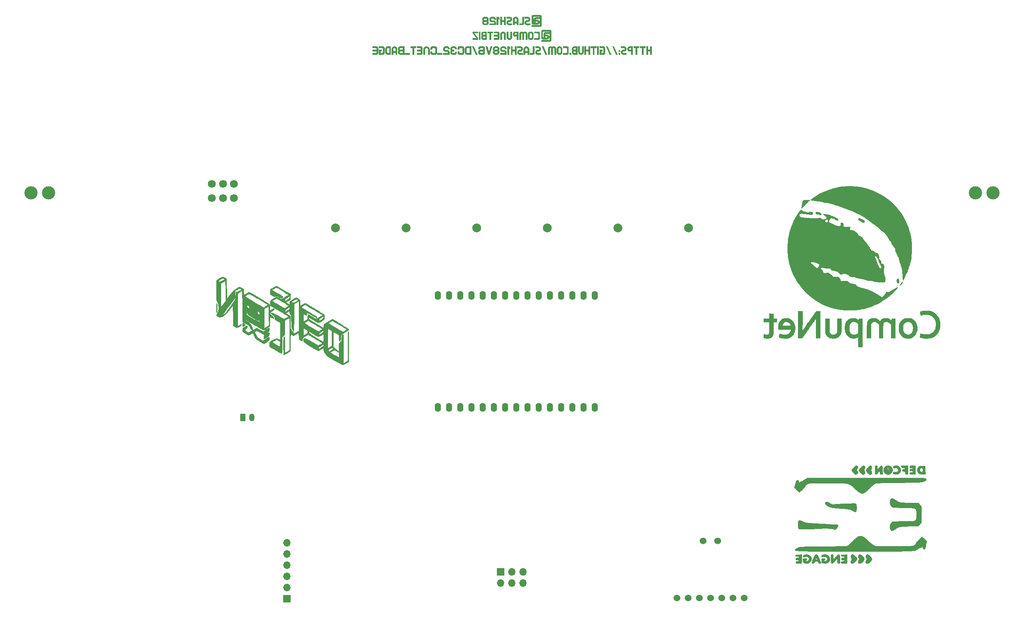
<source format=gbr>
%TF.GenerationSoftware,KiCad,Pcbnew,7.0.7*%
%TF.CreationDate,2024-03-11T11:41:55-07:00*%
%TF.ProjectId,DC32_Cnet_Badge_Main,44433332-5f43-46e6-9574-5f4261646765,rev?*%
%TF.SameCoordinates,Original*%
%TF.FileFunction,Soldermask,Bot*%
%TF.FilePolarity,Negative*%
%FSLAX46Y46*%
G04 Gerber Fmt 4.6, Leading zero omitted, Abs format (unit mm)*
G04 Created by KiCad (PCBNEW 7.0.7) date 2024-03-11 11:41:55*
%MOMM*%
%LPD*%
G01*
G04 APERTURE LIST*
G04 Aperture macros list*
%AMRoundRect*
0 Rectangle with rounded corners*
0 $1 Rounding radius*
0 $2 $3 $4 $5 $6 $7 $8 $9 X,Y pos of 4 corners*
0 Add a 4 corners polygon primitive as box body*
4,1,4,$2,$3,$4,$5,$6,$7,$8,$9,$2,$3,0*
0 Add four circle primitives for the rounded corners*
1,1,$1+$1,$2,$3*
1,1,$1+$1,$4,$5*
1,1,$1+$1,$6,$7*
1,1,$1+$1,$8,$9*
0 Add four rect primitives between the rounded corners*
20,1,$1+$1,$2,$3,$4,$5,0*
20,1,$1+$1,$4,$5,$6,$7,0*
20,1,$1+$1,$6,$7,$8,$9,0*
20,1,$1+$1,$8,$9,$2,$3,0*%
G04 Aperture macros list end*
%ADD10C,0.150000*%
%ADD11C,0.010000*%
%ADD12C,0.101898*%
%ADD13C,2.000000*%
%ADD14C,3.000000*%
%ADD15R,1.700000X1.700000*%
%ADD16O,1.700000X1.700000*%
%ADD17C,1.800000*%
%ADD18RoundRect,0.250000X-0.350000X-0.625000X0.350000X-0.625000X0.350000X0.625000X-0.350000X0.625000X0*%
%ADD19O,1.200000X1.750000*%
%ADD20O,1.400000X2.000000*%
%ADD21C,1.524000*%
G04 APERTURE END LIST*
D10*
G36*
X156371995Y-22616256D02*
G01*
X156392345Y-22617670D01*
X156412341Y-22620026D01*
X156431981Y-22623326D01*
X156451267Y-22627567D01*
X156470198Y-22632752D01*
X156488773Y-22638879D01*
X156506994Y-22645949D01*
X156524860Y-22653961D01*
X156542371Y-22662916D01*
X156559528Y-22672813D01*
X156576329Y-22683654D01*
X156592775Y-22695436D01*
X156608867Y-22708162D01*
X156624603Y-22721830D01*
X156639985Y-22736441D01*
X156654714Y-22751654D01*
X156668492Y-22767253D01*
X156681321Y-22783238D01*
X156693199Y-22799608D01*
X156704127Y-22816363D01*
X156714105Y-22833504D01*
X156723132Y-22851030D01*
X156731209Y-22868942D01*
X156738336Y-22887240D01*
X156744513Y-22905922D01*
X156749739Y-22924990D01*
X156754015Y-22944444D01*
X156757341Y-22964283D01*
X156759717Y-22984507D01*
X156761142Y-23005117D01*
X156761618Y-23026113D01*
X156761618Y-24940000D01*
X156761142Y-24960995D01*
X156759717Y-24981605D01*
X156757341Y-25001829D01*
X156754015Y-25021668D01*
X156749739Y-25041122D01*
X156744513Y-25060190D01*
X156738336Y-25078873D01*
X156731209Y-25097170D01*
X156723132Y-25115082D01*
X156714105Y-25132608D01*
X156704127Y-25149749D01*
X156693199Y-25166504D01*
X156681321Y-25182874D01*
X156668492Y-25198859D01*
X156654714Y-25214458D01*
X156639985Y-25229672D01*
X156624603Y-25244282D01*
X156608867Y-25257950D01*
X156592775Y-25270676D01*
X156576329Y-25282459D01*
X156559528Y-25293299D01*
X156542371Y-25303196D01*
X156524860Y-25312151D01*
X156506994Y-25320163D01*
X156488773Y-25327233D01*
X156470198Y-25333360D01*
X156451267Y-25338545D01*
X156431981Y-25342786D01*
X156412341Y-25346086D01*
X156392345Y-25348442D01*
X156371995Y-25349856D01*
X156351290Y-25350327D01*
X154437403Y-25350327D01*
X154437403Y-24940000D01*
X156215002Y-24940000D01*
X156235038Y-24938608D01*
X156257197Y-24933469D01*
X156278047Y-24924544D01*
X156294877Y-24913879D01*
X156310745Y-24900432D01*
X156315655Y-24895416D01*
X156328483Y-24879519D01*
X156338461Y-24862351D01*
X156345588Y-24843913D01*
X156349864Y-24824204D01*
X156351290Y-24803224D01*
X156351290Y-23162889D01*
X156351131Y-23155754D01*
X156348756Y-23135198D01*
X156343529Y-23115912D01*
X156335452Y-23097897D01*
X156324524Y-23081153D01*
X156310745Y-23065680D01*
X156294877Y-23052233D01*
X156278047Y-23041569D01*
X156257197Y-23032643D01*
X156235038Y-23027504D01*
X156215002Y-23026113D01*
X154984507Y-23026113D01*
X154964471Y-23027504D01*
X154942312Y-23032643D01*
X154921461Y-23041569D01*
X154904632Y-23052233D01*
X154888763Y-23065680D01*
X154883795Y-23070696D01*
X154870812Y-23086593D01*
X154860714Y-23103761D01*
X154853501Y-23122199D01*
X154849173Y-23141908D01*
X154847731Y-23162889D01*
X154847731Y-24256608D01*
X154847891Y-24263683D01*
X154850295Y-24284085D01*
X154855584Y-24303251D01*
X154863759Y-24321180D01*
X154874819Y-24337872D01*
X154888763Y-24353328D01*
X154904632Y-24366775D01*
X154921461Y-24377440D01*
X154942312Y-24386365D01*
X154964471Y-24391504D01*
X154984507Y-24392896D01*
X154984507Y-24119832D01*
X155394346Y-24119832D01*
X155394346Y-24392896D01*
X155667898Y-24392896D01*
X155687934Y-24391504D01*
X155710093Y-24386365D01*
X155730943Y-24377440D01*
X155747773Y-24366775D01*
X155763641Y-24353328D01*
X155768610Y-24348314D01*
X155781593Y-24332445D01*
X155791691Y-24315341D01*
X155798904Y-24297000D01*
X155803231Y-24277422D01*
X155804674Y-24256608D01*
X155804519Y-24249473D01*
X155802201Y-24228917D01*
X155797101Y-24209631D01*
X155789218Y-24191617D01*
X155778553Y-24174873D01*
X155765107Y-24159399D01*
X155749737Y-24145953D01*
X155733302Y-24135288D01*
X155712782Y-24126362D01*
X155690813Y-24121223D01*
X155670829Y-24119832D01*
X155394346Y-24119832D01*
X154984507Y-24119832D01*
X154984507Y-23572728D01*
X154984982Y-23551733D01*
X154986407Y-23531123D01*
X154988783Y-23510898D01*
X154992109Y-23491059D01*
X154996385Y-23471606D01*
X155001611Y-23452538D01*
X155007788Y-23433855D01*
X155014915Y-23415558D01*
X155022992Y-23397646D01*
X155032019Y-23380120D01*
X155041997Y-23362979D01*
X155052925Y-23346223D01*
X155064803Y-23329853D01*
X155077632Y-23313869D01*
X155091410Y-23298270D01*
X155106139Y-23283056D01*
X155121519Y-23268504D01*
X155137250Y-23254892D01*
X155153332Y-23242218D01*
X155169765Y-23230483D01*
X155186549Y-23219686D01*
X155203684Y-23209829D01*
X155221170Y-23200910D01*
X155248058Y-23189293D01*
X155275736Y-23179787D01*
X155294626Y-23174624D01*
X155313868Y-23170399D01*
X155333461Y-23167113D01*
X155353405Y-23164766D01*
X155373700Y-23163358D01*
X155394346Y-23162889D01*
X156215002Y-23162889D01*
X156215002Y-23572728D01*
X155531122Y-23572728D01*
X155511086Y-23574136D01*
X155488927Y-23579339D01*
X155468077Y-23588375D01*
X155451247Y-23599171D01*
X155435379Y-23612784D01*
X155430410Y-23617798D01*
X155417427Y-23633667D01*
X155407329Y-23650771D01*
X155400116Y-23669112D01*
X155395789Y-23688690D01*
X155394346Y-23709504D01*
X155807605Y-23709504D01*
X155828247Y-23709975D01*
X155848531Y-23711389D01*
X155868456Y-23713746D01*
X155888022Y-23717045D01*
X155907229Y-23721287D01*
X155926078Y-23726471D01*
X155953678Y-23736015D01*
X155980472Y-23747680D01*
X155997885Y-23756635D01*
X156014940Y-23766533D01*
X156031637Y-23777373D01*
X156047974Y-23789156D01*
X156063953Y-23801881D01*
X156079573Y-23815549D01*
X156094835Y-23830160D01*
X156109386Y-23845374D01*
X156122999Y-23860973D01*
X156135673Y-23876957D01*
X156147408Y-23893327D01*
X156158204Y-23910083D01*
X156168062Y-23927224D01*
X156176980Y-23944750D01*
X156184960Y-23962662D01*
X156192001Y-23980959D01*
X156198103Y-23999642D01*
X156203267Y-24018710D01*
X156207492Y-24038163D01*
X156210777Y-24058002D01*
X156213124Y-24078227D01*
X156214533Y-24098837D01*
X156215002Y-24119832D01*
X156215002Y-24392896D01*
X156214527Y-24413950D01*
X156213101Y-24434615D01*
X156210726Y-24454891D01*
X156207400Y-24474778D01*
X156203124Y-24494275D01*
X156197897Y-24513384D01*
X156191721Y-24532102D01*
X156184594Y-24550432D01*
X156176517Y-24568373D01*
X156167489Y-24585924D01*
X156157511Y-24603086D01*
X156146583Y-24619858D01*
X156134705Y-24636242D01*
X156121877Y-24652236D01*
X156108098Y-24667840D01*
X156093369Y-24683056D01*
X156085693Y-24690449D01*
X156070081Y-24704531D01*
X156054121Y-24717675D01*
X156037814Y-24729879D01*
X156021160Y-24741145D01*
X156004158Y-24751472D01*
X155986809Y-24760860D01*
X155969113Y-24769309D01*
X155941918Y-24780223D01*
X155923353Y-24786325D01*
X155904442Y-24791488D01*
X155885183Y-24795713D01*
X155865576Y-24798999D01*
X155845623Y-24801346D01*
X155825322Y-24802754D01*
X155804674Y-24803224D01*
X154847731Y-24803224D01*
X154837334Y-24803106D01*
X154816806Y-24802167D01*
X154796633Y-24800290D01*
X154776815Y-24797473D01*
X154757352Y-24793718D01*
X154738243Y-24789024D01*
X154719490Y-24783391D01*
X154692026Y-24773182D01*
X154674160Y-24765202D01*
X154656649Y-24756283D01*
X154639493Y-24746426D01*
X154622691Y-24735629D01*
X154606245Y-24723894D01*
X154590154Y-24711220D01*
X154574417Y-24697608D01*
X154559036Y-24683056D01*
X154544307Y-24667840D01*
X154530528Y-24652236D01*
X154517699Y-24636242D01*
X154505821Y-24619858D01*
X154494893Y-24603086D01*
X154484915Y-24585924D01*
X154475888Y-24568373D01*
X154467811Y-24550432D01*
X154460684Y-24532102D01*
X154454507Y-24513384D01*
X154449281Y-24494275D01*
X154445005Y-24474778D01*
X154441679Y-24454891D01*
X154439303Y-24434615D01*
X154437878Y-24413950D01*
X154437403Y-24392896D01*
X154437403Y-23026113D01*
X154437878Y-23005117D01*
X154439303Y-22984507D01*
X154441679Y-22964283D01*
X154445005Y-22944444D01*
X154449281Y-22924990D01*
X154454507Y-22905922D01*
X154460684Y-22887240D01*
X154467811Y-22868942D01*
X154475888Y-22851030D01*
X154484915Y-22833504D01*
X154494893Y-22816363D01*
X154505821Y-22799608D01*
X154517699Y-22783238D01*
X154530528Y-22767253D01*
X154544307Y-22751654D01*
X154559036Y-22736441D01*
X154574417Y-22721830D01*
X154590154Y-22708162D01*
X154606245Y-22695436D01*
X154622691Y-22683654D01*
X154639493Y-22672813D01*
X154656649Y-22662916D01*
X154674160Y-22653961D01*
X154692026Y-22645949D01*
X154710247Y-22638879D01*
X154728822Y-22632752D01*
X154747753Y-22627567D01*
X154767039Y-22623326D01*
X154786679Y-22620026D01*
X154806675Y-22617670D01*
X154827025Y-22616256D01*
X154847731Y-22615785D01*
X156351290Y-22615785D01*
X156371995Y-22616256D01*
G37*
G36*
X152865944Y-23026113D02*
G01*
X152865944Y-23435952D01*
X153582553Y-23435952D01*
X153604198Y-23437192D01*
X153624866Y-23440913D01*
X153644555Y-23447115D01*
X153663267Y-23455797D01*
X153681001Y-23466959D01*
X153697757Y-23480603D01*
X153704186Y-23486755D01*
X153718680Y-23502991D01*
X153730718Y-23520252D01*
X153740300Y-23538539D01*
X153747424Y-23557852D01*
X153752092Y-23578191D01*
X153754303Y-23599555D01*
X153754500Y-23608387D01*
X153753271Y-23629997D01*
X153749586Y-23650558D01*
X153743444Y-23670068D01*
X153734846Y-23688530D01*
X153723790Y-23705942D01*
X153710278Y-23722304D01*
X153704186Y-23728555D01*
X153687821Y-23742768D01*
X153670478Y-23754573D01*
X153652158Y-23763968D01*
X153632859Y-23770954D01*
X153612583Y-23775531D01*
X153591328Y-23777699D01*
X153582553Y-23777892D01*
X153448219Y-23780823D01*
X153418099Y-23781491D01*
X153388555Y-23783494D01*
X153359588Y-23786834D01*
X153331196Y-23791509D01*
X153303381Y-23797519D01*
X153276142Y-23804866D01*
X153249480Y-23813548D01*
X153223394Y-23823565D01*
X153197883Y-23834919D01*
X153172950Y-23847608D01*
X153148592Y-23861633D01*
X153124811Y-23876994D01*
X153101606Y-23893690D01*
X153078977Y-23911722D01*
X153056925Y-23931090D01*
X153035449Y-23951793D01*
X153014923Y-23973366D01*
X152995721Y-23995467D01*
X152977844Y-24018093D01*
X152961290Y-24041247D01*
X152946061Y-24064927D01*
X152932157Y-24089134D01*
X152919576Y-24113867D01*
X152908320Y-24139127D01*
X152898388Y-24164914D01*
X152889781Y-24191227D01*
X152882497Y-24218067D01*
X152876538Y-24245434D01*
X152871903Y-24273327D01*
X152868593Y-24301747D01*
X152866606Y-24330694D01*
X152865944Y-24360167D01*
X152866612Y-24389648D01*
X152868615Y-24418617D01*
X152871955Y-24447075D01*
X152876630Y-24475022D01*
X152882640Y-24502458D01*
X152889987Y-24529381D01*
X152898669Y-24555794D01*
X152908687Y-24581695D01*
X152920040Y-24607085D01*
X152932729Y-24631963D01*
X152946754Y-24656331D01*
X152962115Y-24680186D01*
X152978811Y-24703530D01*
X152996843Y-24726363D01*
X153016211Y-24748685D01*
X153036914Y-24770495D01*
X153058556Y-24791376D01*
X153080740Y-24810910D01*
X153103466Y-24829096D01*
X153126734Y-24845935D01*
X153150544Y-24861428D01*
X153174896Y-24875573D01*
X153199790Y-24888371D01*
X153225225Y-24899822D01*
X153251203Y-24909925D01*
X153277722Y-24918682D01*
X153304784Y-24926091D01*
X153332387Y-24932153D01*
X153360532Y-24936868D01*
X153389219Y-24940236D01*
X153418448Y-24942257D01*
X153448219Y-24942930D01*
X154164828Y-24940000D01*
X154164828Y-24529672D01*
X153448219Y-24529672D01*
X153426585Y-24528479D01*
X153405954Y-24524901D01*
X153386324Y-24518938D01*
X153367695Y-24510590D01*
X153350069Y-24499857D01*
X153333444Y-24486738D01*
X153327075Y-24480823D01*
X153312439Y-24464868D01*
X153300284Y-24447841D01*
X153290610Y-24429739D01*
X153283416Y-24410565D01*
X153278703Y-24390317D01*
X153276471Y-24368996D01*
X153276272Y-24360167D01*
X153277512Y-24338557D01*
X153281233Y-24317997D01*
X153287435Y-24298486D01*
X153296117Y-24280025D01*
X153307279Y-24262613D01*
X153320923Y-24246251D01*
X153327075Y-24240000D01*
X153343299Y-24225786D01*
X153360524Y-24213982D01*
X153378752Y-24204587D01*
X153397981Y-24197600D01*
X153418212Y-24193023D01*
X153439445Y-24190855D01*
X153448219Y-24190662D01*
X153582553Y-24188220D01*
X153612673Y-24187552D01*
X153642217Y-24185549D01*
X153671184Y-24182209D01*
X153699575Y-24177534D01*
X153727391Y-24171524D01*
X153754629Y-24164177D01*
X153781292Y-24155495D01*
X153807378Y-24145478D01*
X153832888Y-24134124D01*
X153857822Y-24121435D01*
X153882179Y-24107410D01*
X153905961Y-24092049D01*
X153929166Y-24075353D01*
X153951794Y-24057321D01*
X153973847Y-24037953D01*
X153995323Y-24017250D01*
X154015849Y-23995617D01*
X154035051Y-23973462D01*
X154052928Y-23950784D01*
X154069481Y-23927582D01*
X154084710Y-23903858D01*
X154098615Y-23879612D01*
X154111195Y-23854842D01*
X154122451Y-23829549D01*
X154132383Y-23803734D01*
X154140991Y-23777396D01*
X154148274Y-23750535D01*
X154154234Y-23723151D01*
X154158868Y-23695244D01*
X154162179Y-23666815D01*
X154164165Y-23637863D01*
X154164828Y-23608387D01*
X154164160Y-23578909D01*
X154162156Y-23549945D01*
X154158817Y-23521496D01*
X154154142Y-23493563D01*
X154148131Y-23466145D01*
X154140785Y-23439242D01*
X154132103Y-23412854D01*
X154122085Y-23386981D01*
X154110732Y-23361624D01*
X154098042Y-23336782D01*
X154084018Y-23312455D01*
X154068657Y-23288643D01*
X154051961Y-23265347D01*
X154033929Y-23242565D01*
X154014561Y-23220299D01*
X153993858Y-23198548D01*
X153972215Y-23177667D01*
X153950031Y-23158133D01*
X153927305Y-23139947D01*
X153904037Y-23123107D01*
X153880227Y-23107615D01*
X153855876Y-23093470D01*
X153830982Y-23080672D01*
X153805546Y-23069221D01*
X153779569Y-23059118D01*
X153753049Y-23050361D01*
X153725988Y-23042952D01*
X153698385Y-23036890D01*
X153670240Y-23032175D01*
X153641553Y-23028807D01*
X153612324Y-23026786D01*
X153582553Y-23026113D01*
X152865944Y-23026113D01*
G37*
G36*
X152730634Y-23026113D02*
G01*
X152320306Y-23026113D01*
X152320306Y-24392896D01*
X152318863Y-24413876D01*
X152314535Y-24433585D01*
X152307323Y-24452023D01*
X152297225Y-24469191D01*
X152284242Y-24485088D01*
X152279273Y-24490104D01*
X152263405Y-24503551D01*
X152246575Y-24514216D01*
X152225724Y-24523141D01*
X152203565Y-24528280D01*
X152183530Y-24529672D01*
X151636914Y-24529672D01*
X151636914Y-24940000D01*
X152320306Y-24940000D01*
X152341011Y-24939530D01*
X152361361Y-24938122D01*
X152381357Y-24935775D01*
X152400997Y-24932489D01*
X152420283Y-24928264D01*
X152439214Y-24923101D01*
X152457789Y-24916999D01*
X152484988Y-24906085D01*
X152502676Y-24897636D01*
X152520010Y-24888248D01*
X152536989Y-24877921D01*
X152553612Y-24866655D01*
X152569881Y-24854451D01*
X152585795Y-24841307D01*
X152601354Y-24827225D01*
X152609001Y-24819832D01*
X152623730Y-24804559D01*
X152637508Y-24788905D01*
X152650337Y-24772869D01*
X152662215Y-24756451D01*
X152673143Y-24739652D01*
X152683121Y-24722471D01*
X152692148Y-24704908D01*
X152700225Y-24686964D01*
X152707352Y-24668638D01*
X152713529Y-24649931D01*
X152718755Y-24630841D01*
X152723031Y-24611371D01*
X152726357Y-24591518D01*
X152728733Y-24571284D01*
X152730158Y-24550669D01*
X152730634Y-24529672D01*
X152730634Y-23026113D01*
G37*
G36*
X150886600Y-23026861D02*
G01*
X150919206Y-23029105D01*
X150951202Y-23032844D01*
X150982587Y-23038080D01*
X151013362Y-23044812D01*
X151043526Y-23053040D01*
X151073079Y-23062764D01*
X151102022Y-23073984D01*
X151130354Y-23086700D01*
X151158076Y-23100912D01*
X151185187Y-23116620D01*
X151211687Y-23133824D01*
X151237577Y-23152523D01*
X151262856Y-23172719D01*
X151287525Y-23194411D01*
X151311583Y-23217599D01*
X151334593Y-23241775D01*
X151356119Y-23266554D01*
X151376160Y-23291937D01*
X151394717Y-23317922D01*
X151411789Y-23344510D01*
X151427377Y-23371701D01*
X151441480Y-23399495D01*
X151454098Y-23427892D01*
X151465232Y-23456892D01*
X151474882Y-23486495D01*
X151483047Y-23516701D01*
X151489727Y-23547510D01*
X151494923Y-23578922D01*
X151498634Y-23610937D01*
X151500861Y-23643555D01*
X151501604Y-23676775D01*
X151501604Y-24940000D01*
X151091276Y-24940000D01*
X151091276Y-24529672D01*
X150613048Y-24529672D01*
X150613048Y-24940000D01*
X150202720Y-24940000D01*
X150202720Y-24119832D01*
X150613048Y-24119832D01*
X151091276Y-24119832D01*
X151091276Y-23676775D01*
X151090192Y-23652542D01*
X151086940Y-23629179D01*
X151081521Y-23606685D01*
X151073934Y-23585062D01*
X151064180Y-23564309D01*
X151052258Y-23544426D01*
X151038168Y-23525414D01*
X151021911Y-23507271D01*
X151003997Y-23490556D01*
X150985183Y-23476069D01*
X150965468Y-23463811D01*
X150944852Y-23453782D01*
X150923336Y-23445981D01*
X150900919Y-23440409D01*
X150877601Y-23437066D01*
X150853383Y-23435952D01*
X150829264Y-23437066D01*
X150806000Y-23440409D01*
X150783591Y-23445981D01*
X150762036Y-23453782D01*
X150741337Y-23463811D01*
X150721492Y-23476069D01*
X150702502Y-23490556D01*
X150684367Y-23507271D01*
X150667652Y-23525414D01*
X150653165Y-23544426D01*
X150640907Y-23564309D01*
X150630878Y-23585062D01*
X150623077Y-23606685D01*
X150617506Y-23629179D01*
X150614162Y-23652542D01*
X150613048Y-23676775D01*
X150613048Y-24119832D01*
X150202720Y-24119832D01*
X150202720Y-23676775D01*
X150203468Y-23643555D01*
X150205712Y-23610937D01*
X150209452Y-23578922D01*
X150214688Y-23547510D01*
X150221420Y-23516701D01*
X150229648Y-23486495D01*
X150239372Y-23456892D01*
X150250592Y-23427892D01*
X150263308Y-23399495D01*
X150277519Y-23371701D01*
X150293227Y-23344510D01*
X150310431Y-23317922D01*
X150329131Y-23291937D01*
X150349327Y-23266554D01*
X150371019Y-23241775D01*
X150394206Y-23217599D01*
X150418440Y-23194411D01*
X150443269Y-23172719D01*
X150468693Y-23152523D01*
X150494712Y-23133824D01*
X150521327Y-23116620D01*
X150548537Y-23100912D01*
X150576343Y-23086700D01*
X150604744Y-23073984D01*
X150633740Y-23062764D01*
X150663332Y-23053040D01*
X150693518Y-23044812D01*
X150724301Y-23038080D01*
X150755678Y-23032844D01*
X150787651Y-23029105D01*
X150820219Y-23026861D01*
X150853383Y-23026113D01*
X150886600Y-23026861D01*
G37*
G36*
X148768526Y-23026113D02*
G01*
X148768526Y-23435952D01*
X149485135Y-23435952D01*
X149506780Y-23437192D01*
X149527448Y-23440913D01*
X149547137Y-23447115D01*
X149565849Y-23455797D01*
X149583583Y-23466959D01*
X149600339Y-23480603D01*
X149606768Y-23486755D01*
X149621262Y-23502991D01*
X149633300Y-23520252D01*
X149642882Y-23538539D01*
X149650006Y-23557852D01*
X149654674Y-23578191D01*
X149656885Y-23599555D01*
X149657082Y-23608387D01*
X149655853Y-23629997D01*
X149652168Y-23650558D01*
X149646026Y-23670068D01*
X149637428Y-23688530D01*
X149626372Y-23705942D01*
X149612860Y-23722304D01*
X149606768Y-23728555D01*
X149590403Y-23742768D01*
X149573060Y-23754573D01*
X149554740Y-23763968D01*
X149535441Y-23770954D01*
X149515165Y-23775531D01*
X149493910Y-23777699D01*
X149485135Y-23777892D01*
X149350801Y-23780823D01*
X149320681Y-23781491D01*
X149291137Y-23783494D01*
X149262170Y-23786834D01*
X149233778Y-23791509D01*
X149205963Y-23797519D01*
X149178724Y-23804866D01*
X149152062Y-23813548D01*
X149125975Y-23823565D01*
X149100465Y-23834919D01*
X149075532Y-23847608D01*
X149051174Y-23861633D01*
X149027393Y-23876994D01*
X149004188Y-23893690D01*
X148981559Y-23911722D01*
X148959507Y-23931090D01*
X148938031Y-23951793D01*
X148917505Y-23973366D01*
X148898303Y-23995467D01*
X148880426Y-24018093D01*
X148863872Y-24041247D01*
X148848643Y-24064927D01*
X148834739Y-24089134D01*
X148822158Y-24113867D01*
X148810902Y-24139127D01*
X148800970Y-24164914D01*
X148792363Y-24191227D01*
X148785079Y-24218067D01*
X148779120Y-24245434D01*
X148774485Y-24273327D01*
X148771175Y-24301747D01*
X148769188Y-24330694D01*
X148768526Y-24360167D01*
X148769194Y-24389648D01*
X148771197Y-24418617D01*
X148774537Y-24447075D01*
X148779212Y-24475022D01*
X148785222Y-24502458D01*
X148792569Y-24529381D01*
X148801251Y-24555794D01*
X148811269Y-24581695D01*
X148822622Y-24607085D01*
X148835311Y-24631963D01*
X148849336Y-24656331D01*
X148864697Y-24680186D01*
X148881393Y-24703530D01*
X148899425Y-24726363D01*
X148918793Y-24748685D01*
X148939496Y-24770495D01*
X148961138Y-24791376D01*
X148983322Y-24810910D01*
X149006048Y-24829096D01*
X149029316Y-24845935D01*
X149053126Y-24861428D01*
X149077478Y-24875573D01*
X149102372Y-24888371D01*
X149127807Y-24899822D01*
X149153785Y-24909925D01*
X149180304Y-24918682D01*
X149207366Y-24926091D01*
X149234969Y-24932153D01*
X149263114Y-24936868D01*
X149291801Y-24940236D01*
X149321030Y-24942257D01*
X149350801Y-24942930D01*
X150067410Y-24940000D01*
X150067410Y-24529672D01*
X149350801Y-24529672D01*
X149329167Y-24528479D01*
X149308536Y-24524901D01*
X149288906Y-24518938D01*
X149270277Y-24510590D01*
X149252651Y-24499857D01*
X149236026Y-24486738D01*
X149229657Y-24480823D01*
X149215021Y-24464868D01*
X149202866Y-24447841D01*
X149193192Y-24429739D01*
X149185998Y-24410565D01*
X149181285Y-24390317D01*
X149179053Y-24368996D01*
X149178854Y-24360167D01*
X149180094Y-24338557D01*
X149183815Y-24317997D01*
X149190017Y-24298486D01*
X149198699Y-24280025D01*
X149209861Y-24262613D01*
X149223505Y-24246251D01*
X149229657Y-24240000D01*
X149245881Y-24225786D01*
X149263106Y-24213982D01*
X149281334Y-24204587D01*
X149300563Y-24197600D01*
X149320794Y-24193023D01*
X149342027Y-24190855D01*
X149350801Y-24190662D01*
X149485135Y-24188220D01*
X149515255Y-24187552D01*
X149544799Y-24185549D01*
X149573766Y-24182209D01*
X149602157Y-24177534D01*
X149629973Y-24171524D01*
X149657211Y-24164177D01*
X149683874Y-24155495D01*
X149709960Y-24145478D01*
X149735470Y-24134124D01*
X149760404Y-24121435D01*
X149784761Y-24107410D01*
X149808543Y-24092049D01*
X149831748Y-24075353D01*
X149854376Y-24057321D01*
X149876429Y-24037953D01*
X149897905Y-24017250D01*
X149918431Y-23995617D01*
X149937633Y-23973462D01*
X149955510Y-23950784D01*
X149972063Y-23927582D01*
X149987292Y-23903858D01*
X150001197Y-23879612D01*
X150013777Y-23854842D01*
X150025033Y-23829549D01*
X150034965Y-23803734D01*
X150043573Y-23777396D01*
X150050856Y-23750535D01*
X150056816Y-23723151D01*
X150061450Y-23695244D01*
X150064761Y-23666815D01*
X150066747Y-23637863D01*
X150067410Y-23608387D01*
X150066742Y-23578909D01*
X150064738Y-23549945D01*
X150061399Y-23521496D01*
X150056724Y-23493563D01*
X150050713Y-23466145D01*
X150043367Y-23439242D01*
X150034685Y-23412854D01*
X150024667Y-23386981D01*
X150013314Y-23361624D01*
X150000624Y-23336782D01*
X149986600Y-23312455D01*
X149971239Y-23288643D01*
X149954543Y-23265347D01*
X149936511Y-23242565D01*
X149917143Y-23220299D01*
X149896440Y-23198548D01*
X149874797Y-23177667D01*
X149852613Y-23158133D01*
X149829887Y-23139947D01*
X149806619Y-23123107D01*
X149782809Y-23107615D01*
X149758458Y-23093470D01*
X149733564Y-23080672D01*
X149708128Y-23069221D01*
X149682151Y-23059118D01*
X149655631Y-23050361D01*
X149628570Y-23042952D01*
X149600967Y-23036890D01*
X149572822Y-23032175D01*
X149544135Y-23028807D01*
X149514906Y-23026786D01*
X149485135Y-23026113D01*
X148768526Y-23026113D01*
G37*
G36*
X148633216Y-23026113D02*
G01*
X148222888Y-23026113D01*
X148222888Y-23777892D01*
X147744660Y-23777892D01*
X147744660Y-23026113D01*
X147334332Y-23026113D01*
X147334332Y-24940000D01*
X147744660Y-24940000D01*
X147744660Y-24188220D01*
X148222888Y-24188220D01*
X148222888Y-24940000D01*
X148633216Y-24940000D01*
X148633216Y-23026113D01*
G37*
G36*
X146925470Y-23545373D02*
G01*
X146951115Y-23556634D01*
X146976761Y-23566788D01*
X147002406Y-23575834D01*
X147028052Y-23583772D01*
X147053697Y-23590603D01*
X147079343Y-23596326D01*
X147104988Y-23600941D01*
X147130634Y-23604449D01*
X147156279Y-23606849D01*
X147181925Y-23608141D01*
X147199022Y-23608387D01*
X147199022Y-23198060D01*
X147177247Y-23196831D01*
X147156498Y-23193146D01*
X147136775Y-23187004D01*
X147118078Y-23178406D01*
X147100406Y-23167350D01*
X147083760Y-23153838D01*
X147077389Y-23147745D01*
X147062753Y-23131381D01*
X147050598Y-23114038D01*
X147040924Y-23095717D01*
X147033730Y-23076419D01*
X147029017Y-23056142D01*
X147026785Y-23034888D01*
X147026586Y-23026113D01*
X146515630Y-23026113D01*
X146515630Y-24940000D01*
X146925470Y-24940000D01*
X146925470Y-23545373D01*
G37*
G36*
X145286600Y-23676775D02*
G01*
X145286600Y-23608387D01*
X145287840Y-23586613D01*
X145291561Y-23565864D01*
X145297763Y-23546141D01*
X145306445Y-23527444D01*
X145317607Y-23509772D01*
X145331251Y-23493126D01*
X145337403Y-23486755D01*
X145353639Y-23472119D01*
X145370900Y-23459964D01*
X145389187Y-23450290D01*
X145408500Y-23443096D01*
X145428839Y-23438383D01*
X145450203Y-23436150D01*
X145459036Y-23435952D01*
X145798045Y-23435952D01*
X145819690Y-23437192D01*
X145840358Y-23440913D01*
X145860047Y-23447115D01*
X145878759Y-23455797D01*
X145896493Y-23466959D01*
X145913249Y-23480603D01*
X145919678Y-23486755D01*
X145934172Y-23502991D01*
X145946210Y-23520252D01*
X145955792Y-23538539D01*
X145962916Y-23557852D01*
X145967584Y-23578191D01*
X145969795Y-23599555D01*
X145969992Y-23608387D01*
X145969992Y-23709504D01*
X146380320Y-23709504D01*
X146380320Y-23608387D01*
X146379652Y-23578909D01*
X146377648Y-23549945D01*
X146374309Y-23521496D01*
X146369634Y-23493563D01*
X146363623Y-23466145D01*
X146356277Y-23439242D01*
X146347595Y-23412854D01*
X146337577Y-23386981D01*
X146326224Y-23361624D01*
X146313534Y-23336782D01*
X146299509Y-23312455D01*
X146284149Y-23288643D01*
X146267453Y-23265347D01*
X146249421Y-23242565D01*
X146230053Y-23220299D01*
X146209350Y-23198548D01*
X146187707Y-23177667D01*
X146165523Y-23158133D01*
X146142797Y-23139947D01*
X146119529Y-23123107D01*
X146095719Y-23107615D01*
X146071368Y-23093470D01*
X146046474Y-23080672D01*
X146021038Y-23069221D01*
X145995061Y-23059118D01*
X145968541Y-23050361D01*
X145941480Y-23042952D01*
X145913877Y-23036890D01*
X145885732Y-23032175D01*
X145857044Y-23028807D01*
X145827815Y-23026786D01*
X145798045Y-23026113D01*
X145459036Y-23026113D01*
X145429205Y-23026786D01*
X145399921Y-23028807D01*
X145371183Y-23032175D01*
X145342990Y-23036890D01*
X145315342Y-23042952D01*
X145288241Y-23050361D01*
X145261685Y-23059118D01*
X145235675Y-23069221D01*
X145210211Y-23080672D01*
X145185293Y-23093470D01*
X145160920Y-23107615D01*
X145137093Y-23123107D01*
X145113812Y-23139947D01*
X145091076Y-23158133D01*
X145068886Y-23177667D01*
X145047242Y-23198548D01*
X145026539Y-23220299D01*
X145007171Y-23242565D01*
X144989139Y-23265347D01*
X144972443Y-23288643D01*
X144957082Y-23312455D01*
X144943057Y-23336782D01*
X144930368Y-23361624D01*
X144919015Y-23386981D01*
X144908997Y-23412854D01*
X144900315Y-23439242D01*
X144892968Y-23466145D01*
X144886958Y-23493563D01*
X144882283Y-23521496D01*
X144878943Y-23549945D01*
X144876940Y-23578909D01*
X144876272Y-23608387D01*
X144876272Y-23676775D01*
X144876946Y-23706251D01*
X144878966Y-23735203D01*
X144882334Y-23763632D01*
X144887049Y-23791539D01*
X144893111Y-23818923D01*
X144900521Y-23845784D01*
X144909277Y-23872122D01*
X144919381Y-23897937D01*
X144930832Y-23923230D01*
X144943630Y-23948000D01*
X144957775Y-23972246D01*
X144973267Y-23995970D01*
X144990106Y-24019172D01*
X145008293Y-24041850D01*
X145027827Y-24064005D01*
X145048708Y-24085638D01*
X145070518Y-24106341D01*
X145092839Y-24125709D01*
X145115672Y-24143741D01*
X145139016Y-24160437D01*
X145162872Y-24175798D01*
X145187239Y-24189823D01*
X145212117Y-24202512D01*
X145237507Y-24213866D01*
X145263408Y-24223883D01*
X145289821Y-24232565D01*
X145316745Y-24239912D01*
X145344180Y-24245922D01*
X145372127Y-24250597D01*
X145400585Y-24253937D01*
X145429555Y-24255940D01*
X145459036Y-24256608D01*
X145798045Y-24256608D01*
X145819690Y-24257848D01*
X145840358Y-24261569D01*
X145860047Y-24267771D01*
X145878759Y-24276453D01*
X145896493Y-24287615D01*
X145913249Y-24301259D01*
X145919678Y-24307411D01*
X145934172Y-24323635D01*
X145946210Y-24340860D01*
X145955792Y-24359088D01*
X145962916Y-24378317D01*
X145967584Y-24398548D01*
X145969795Y-24419781D01*
X145969992Y-24428555D01*
X145969992Y-24529672D01*
X144876272Y-24529672D01*
X144876272Y-24940000D01*
X146380320Y-24940000D01*
X146380320Y-24428555D01*
X146379648Y-24399082D01*
X146377633Y-24370135D01*
X146374275Y-24341715D01*
X146369573Y-24313822D01*
X146363528Y-24286455D01*
X146356139Y-24259615D01*
X146347408Y-24233302D01*
X146337333Y-24207515D01*
X146325914Y-24182255D01*
X146313153Y-24157522D01*
X146299048Y-24133315D01*
X146283599Y-24109635D01*
X146266808Y-24086481D01*
X146248673Y-24063855D01*
X146229194Y-24041754D01*
X146208373Y-24020181D01*
X146186562Y-23999478D01*
X146164241Y-23980110D01*
X146141408Y-23962078D01*
X146118064Y-23945382D01*
X146094208Y-23930021D01*
X146069841Y-23915996D01*
X146044963Y-23903307D01*
X146019573Y-23891953D01*
X145993672Y-23881936D01*
X145967259Y-23873254D01*
X145940335Y-23865907D01*
X145912900Y-23859897D01*
X145884953Y-23855222D01*
X145856495Y-23851882D01*
X145827525Y-23849879D01*
X145798045Y-23849211D01*
X145459036Y-23846280D01*
X145437261Y-23845076D01*
X145416512Y-23841462D01*
X145396789Y-23835439D01*
X145378092Y-23827008D01*
X145360420Y-23816167D01*
X145343774Y-23802917D01*
X145337403Y-23796943D01*
X145322767Y-23781000D01*
X145310612Y-23764008D01*
X145300938Y-23745967D01*
X145293744Y-23726876D01*
X145289031Y-23706735D01*
X145286799Y-23685545D01*
X145286600Y-23676775D01*
G37*
G36*
X144188167Y-23026786D02*
G01*
X144217137Y-23028807D01*
X144245595Y-23032175D01*
X144273542Y-23036890D01*
X144300977Y-23042952D01*
X144327901Y-23050361D01*
X144354314Y-23059118D01*
X144380215Y-23069221D01*
X144405605Y-23080672D01*
X144430483Y-23093470D01*
X144454850Y-23107615D01*
X144478706Y-23123107D01*
X144502050Y-23139947D01*
X144524883Y-23158133D01*
X144547204Y-23177667D01*
X144569015Y-23198548D01*
X144589836Y-23220299D01*
X144609315Y-23242565D01*
X144627450Y-23265347D01*
X144644241Y-23288643D01*
X144659690Y-23312455D01*
X144673795Y-23336782D01*
X144686556Y-23361624D01*
X144697975Y-23386981D01*
X144708050Y-23412854D01*
X144716781Y-23439242D01*
X144724170Y-23466145D01*
X144730215Y-23493563D01*
X144734917Y-23521496D01*
X144738275Y-23549945D01*
X144740290Y-23578909D01*
X144740962Y-23608387D01*
X144740427Y-23637685D01*
X144738824Y-23666105D01*
X144736153Y-23693647D01*
X144732413Y-23720312D01*
X144727605Y-23746098D01*
X144721727Y-23771007D01*
X144714782Y-23795039D01*
X144706768Y-23818192D01*
X144697685Y-23840468D01*
X144687533Y-23861866D01*
X144676314Y-23882386D01*
X144664025Y-23902028D01*
X144650668Y-23920793D01*
X144636242Y-23938680D01*
X144620748Y-23955689D01*
X144604186Y-23971821D01*
X144620748Y-23990969D01*
X144636242Y-24010800D01*
X144650668Y-24031315D01*
X144664025Y-24052513D01*
X144676314Y-24074393D01*
X144687533Y-24096957D01*
X144697685Y-24120204D01*
X144706768Y-24144134D01*
X144714782Y-24168747D01*
X144721727Y-24194044D01*
X144727605Y-24220023D01*
X144732413Y-24246686D01*
X144736153Y-24274031D01*
X144738824Y-24302060D01*
X144740427Y-24330772D01*
X144740962Y-24360167D01*
X144740290Y-24389642D01*
X144738275Y-24418594D01*
X144734917Y-24447024D01*
X144730215Y-24474931D01*
X144724170Y-24502314D01*
X144716781Y-24529175D01*
X144708050Y-24555514D01*
X144697975Y-24581329D01*
X144686556Y-24606621D01*
X144673795Y-24631391D01*
X144659690Y-24655638D01*
X144644241Y-24679362D01*
X144627450Y-24702563D01*
X144609315Y-24725241D01*
X144589836Y-24747397D01*
X144569015Y-24769030D01*
X144547204Y-24789733D01*
X144524883Y-24809101D01*
X144502050Y-24827133D01*
X144478706Y-24843829D01*
X144454850Y-24859189D01*
X144430483Y-24873214D01*
X144405605Y-24885904D01*
X144380215Y-24897257D01*
X144354314Y-24907275D01*
X144327901Y-24915957D01*
X144300977Y-24923303D01*
X144273542Y-24929314D01*
X144245595Y-24933989D01*
X144217137Y-24937328D01*
X144188167Y-24939332D01*
X144158687Y-24940000D01*
X143819678Y-24940000D01*
X143790197Y-24939332D01*
X143761227Y-24937328D01*
X143732769Y-24933989D01*
X143704822Y-24929314D01*
X143677387Y-24923303D01*
X143650463Y-24915957D01*
X143624050Y-24907275D01*
X143598149Y-24897257D01*
X143572759Y-24885904D01*
X143547881Y-24873214D01*
X143523514Y-24859189D01*
X143499658Y-24843829D01*
X143476314Y-24827133D01*
X143453481Y-24809101D01*
X143431160Y-24789733D01*
X143409350Y-24769030D01*
X143388469Y-24747397D01*
X143368935Y-24725241D01*
X143350748Y-24702563D01*
X143333909Y-24679362D01*
X143318417Y-24655638D01*
X143304272Y-24631391D01*
X143291474Y-24606621D01*
X143280023Y-24581329D01*
X143269919Y-24555514D01*
X143261163Y-24529175D01*
X143253753Y-24502314D01*
X143247691Y-24474931D01*
X143242976Y-24447024D01*
X143239608Y-24418594D01*
X143237588Y-24389642D01*
X143236914Y-24360167D01*
X143647242Y-24360167D01*
X143647441Y-24368996D01*
X143649673Y-24390317D01*
X143654386Y-24410565D01*
X143661580Y-24429739D01*
X143671254Y-24447841D01*
X143683409Y-24464868D01*
X143698045Y-24480823D01*
X143704416Y-24486738D01*
X143721062Y-24499857D01*
X143738734Y-24510590D01*
X143757431Y-24518938D01*
X143777154Y-24524901D01*
X143797903Y-24528479D01*
X143819678Y-24529672D01*
X144158687Y-24529672D01*
X144167462Y-24529481D01*
X144188717Y-24527334D01*
X144208993Y-24522802D01*
X144228292Y-24515885D01*
X144246612Y-24506583D01*
X144263955Y-24494896D01*
X144280320Y-24480823D01*
X144286412Y-24474570D01*
X144299924Y-24458186D01*
X144310980Y-24440729D01*
X144319578Y-24422198D01*
X144325720Y-24402595D01*
X144329405Y-24381917D01*
X144330634Y-24360167D01*
X144330437Y-24351393D01*
X144328226Y-24330160D01*
X144323558Y-24309929D01*
X144316434Y-24290700D01*
X144306852Y-24272472D01*
X144294814Y-24255247D01*
X144280320Y-24239023D01*
X144273891Y-24232871D01*
X144257135Y-24219227D01*
X144239401Y-24208065D01*
X144220689Y-24199383D01*
X144201000Y-24193181D01*
X144180332Y-24189460D01*
X144158687Y-24188220D01*
X143819678Y-24188220D01*
X143810845Y-24188418D01*
X143789481Y-24190651D01*
X143769142Y-24195364D01*
X143749829Y-24202558D01*
X143731542Y-24212232D01*
X143714281Y-24224387D01*
X143698045Y-24239023D01*
X143691893Y-24245392D01*
X143678249Y-24262017D01*
X143667087Y-24279643D01*
X143658405Y-24298271D01*
X143652203Y-24317902D01*
X143648482Y-24338533D01*
X143647242Y-24360167D01*
X143236914Y-24360167D01*
X143237448Y-24330772D01*
X143239051Y-24302060D01*
X143241723Y-24274031D01*
X143245463Y-24246686D01*
X143250271Y-24220023D01*
X143256148Y-24194044D01*
X143263094Y-24168747D01*
X143271108Y-24144134D01*
X143280191Y-24120204D01*
X143290342Y-24096957D01*
X143301562Y-24074393D01*
X143313851Y-24052513D01*
X143327208Y-24031315D01*
X143341633Y-24010800D01*
X143357127Y-23990969D01*
X143373690Y-23971821D01*
X143357127Y-23955689D01*
X143341633Y-23938680D01*
X143327208Y-23920793D01*
X143313851Y-23902028D01*
X143301562Y-23882386D01*
X143290342Y-23861866D01*
X143280191Y-23840468D01*
X143271108Y-23818192D01*
X143263094Y-23795039D01*
X143256148Y-23771007D01*
X143250271Y-23746098D01*
X143245463Y-23720312D01*
X143241723Y-23693647D01*
X143239051Y-23666105D01*
X143237448Y-23637685D01*
X143236914Y-23608387D01*
X143647242Y-23608387D01*
X143647441Y-23617157D01*
X143649673Y-23638347D01*
X143654386Y-23658488D01*
X143661580Y-23677579D01*
X143671254Y-23695620D01*
X143683409Y-23712612D01*
X143698045Y-23728555D01*
X143704416Y-23734529D01*
X143721062Y-23747779D01*
X143738734Y-23758620D01*
X143757431Y-23767051D01*
X143777154Y-23773074D01*
X143797903Y-23776688D01*
X143819678Y-23777892D01*
X144158687Y-23777892D01*
X144167462Y-23777699D01*
X144188717Y-23775531D01*
X144208993Y-23770954D01*
X144228292Y-23763968D01*
X144246612Y-23754573D01*
X144263955Y-23742768D01*
X144280320Y-23728555D01*
X144286412Y-23722304D01*
X144299924Y-23705942D01*
X144310980Y-23688530D01*
X144319578Y-23670068D01*
X144325720Y-23650558D01*
X144329405Y-23629997D01*
X144330634Y-23608387D01*
X144330437Y-23599555D01*
X144328226Y-23578191D01*
X144323558Y-23557852D01*
X144316434Y-23538539D01*
X144306852Y-23520252D01*
X144294814Y-23502991D01*
X144280320Y-23486755D01*
X144273891Y-23480603D01*
X144257135Y-23466959D01*
X144239401Y-23455797D01*
X144220689Y-23447115D01*
X144201000Y-23440913D01*
X144180332Y-23437192D01*
X144158687Y-23435952D01*
X143819678Y-23435952D01*
X143810845Y-23436150D01*
X143789481Y-23438383D01*
X143769142Y-23443096D01*
X143749829Y-23450290D01*
X143731542Y-23459964D01*
X143714281Y-23472119D01*
X143698045Y-23486755D01*
X143691893Y-23493126D01*
X143678249Y-23509772D01*
X143667087Y-23527444D01*
X143658405Y-23546141D01*
X143652203Y-23565864D01*
X143648482Y-23586613D01*
X143647242Y-23608387D01*
X143236914Y-23608387D01*
X143237588Y-23578909D01*
X143239608Y-23549945D01*
X143242976Y-23521496D01*
X143247691Y-23493563D01*
X143253753Y-23466145D01*
X143261163Y-23439242D01*
X143269919Y-23412854D01*
X143280023Y-23386981D01*
X143291474Y-23361624D01*
X143304272Y-23336782D01*
X143318417Y-23312455D01*
X143333909Y-23288643D01*
X143350748Y-23265347D01*
X143368935Y-23242565D01*
X143388469Y-23220299D01*
X143409350Y-23198548D01*
X143431160Y-23177667D01*
X143453481Y-23158133D01*
X143476314Y-23139947D01*
X143499658Y-23123107D01*
X143523514Y-23107615D01*
X143547881Y-23093470D01*
X143572759Y-23080672D01*
X143598149Y-23069221D01*
X143624050Y-23059118D01*
X143650463Y-23050361D01*
X143677387Y-23042952D01*
X143704822Y-23036890D01*
X143732769Y-23032175D01*
X143761227Y-23028807D01*
X143790197Y-23026786D01*
X143819678Y-23026113D01*
X144158687Y-23026113D01*
X144188167Y-23026786D01*
G37*
G36*
X158558457Y-25976256D02*
G01*
X158578807Y-25977670D01*
X158598803Y-25980026D01*
X158618443Y-25983326D01*
X158637729Y-25987567D01*
X158656660Y-25992752D01*
X158675235Y-25998879D01*
X158693456Y-26005949D01*
X158711322Y-26013961D01*
X158728833Y-26022916D01*
X158745990Y-26032813D01*
X158762791Y-26043654D01*
X158779237Y-26055436D01*
X158795329Y-26068162D01*
X158811065Y-26081830D01*
X158826447Y-26096441D01*
X158841176Y-26111654D01*
X158854954Y-26127253D01*
X158867783Y-26143238D01*
X158879661Y-26159608D01*
X158890589Y-26176363D01*
X158900567Y-26193504D01*
X158909594Y-26211030D01*
X158917671Y-26228942D01*
X158924798Y-26247240D01*
X158930975Y-26265922D01*
X158936201Y-26284990D01*
X158940477Y-26304444D01*
X158943803Y-26324283D01*
X158946179Y-26344507D01*
X158947604Y-26365117D01*
X158948080Y-26386113D01*
X158948080Y-28300000D01*
X158947604Y-28320995D01*
X158946179Y-28341605D01*
X158943803Y-28361829D01*
X158940477Y-28381668D01*
X158936201Y-28401122D01*
X158930975Y-28420190D01*
X158924798Y-28438873D01*
X158917671Y-28457170D01*
X158909594Y-28475082D01*
X158900567Y-28492608D01*
X158890589Y-28509749D01*
X158879661Y-28526504D01*
X158867783Y-28542874D01*
X158854954Y-28558859D01*
X158841176Y-28574458D01*
X158826447Y-28589672D01*
X158811065Y-28604282D01*
X158795329Y-28617950D01*
X158779237Y-28630676D01*
X158762791Y-28642459D01*
X158745990Y-28653299D01*
X158728833Y-28663196D01*
X158711322Y-28672151D01*
X158693456Y-28680163D01*
X158675235Y-28687233D01*
X158656660Y-28693360D01*
X158637729Y-28698545D01*
X158618443Y-28702786D01*
X158598803Y-28706086D01*
X158578807Y-28708442D01*
X158558457Y-28709856D01*
X158537752Y-28710327D01*
X156623865Y-28710327D01*
X156623865Y-28300000D01*
X158401464Y-28300000D01*
X158421500Y-28298608D01*
X158443659Y-28293469D01*
X158464509Y-28284544D01*
X158481339Y-28273879D01*
X158497207Y-28260432D01*
X158502117Y-28255416D01*
X158514945Y-28239519D01*
X158524923Y-28222351D01*
X158532050Y-28203913D01*
X158536326Y-28184204D01*
X158537752Y-28163224D01*
X158537752Y-26522889D01*
X158537593Y-26515754D01*
X158535218Y-26495198D01*
X158529991Y-26475912D01*
X158521914Y-26457897D01*
X158510986Y-26441153D01*
X158497207Y-26425680D01*
X158481339Y-26412233D01*
X158464509Y-26401569D01*
X158443659Y-26392643D01*
X158421500Y-26387504D01*
X158401464Y-26386113D01*
X157170969Y-26386113D01*
X157150933Y-26387504D01*
X157128774Y-26392643D01*
X157107923Y-26401569D01*
X157091094Y-26412233D01*
X157075225Y-26425680D01*
X157070257Y-26430696D01*
X157057274Y-26446593D01*
X157047176Y-26463761D01*
X157039963Y-26482199D01*
X157035635Y-26501908D01*
X157034193Y-26522889D01*
X157034193Y-27616608D01*
X157034353Y-27623683D01*
X157036757Y-27644085D01*
X157042046Y-27663251D01*
X157050221Y-27681180D01*
X157061281Y-27697872D01*
X157075225Y-27713328D01*
X157091094Y-27726775D01*
X157107923Y-27737440D01*
X157128774Y-27746365D01*
X157150933Y-27751504D01*
X157170969Y-27752896D01*
X157170969Y-27479832D01*
X157580808Y-27479832D01*
X157580808Y-27752896D01*
X157854360Y-27752896D01*
X157874396Y-27751504D01*
X157896555Y-27746365D01*
X157917405Y-27737440D01*
X157934235Y-27726775D01*
X157950103Y-27713328D01*
X157955072Y-27708314D01*
X157968055Y-27692445D01*
X157978153Y-27675341D01*
X157985366Y-27657000D01*
X157989693Y-27637422D01*
X157991136Y-27616608D01*
X157990981Y-27609473D01*
X157988663Y-27588917D01*
X157983563Y-27569631D01*
X157975680Y-27551617D01*
X157965015Y-27534873D01*
X157951569Y-27519399D01*
X157936199Y-27505953D01*
X157919764Y-27495288D01*
X157899244Y-27486362D01*
X157877275Y-27481223D01*
X157857291Y-27479832D01*
X157580808Y-27479832D01*
X157170969Y-27479832D01*
X157170969Y-26932728D01*
X157171444Y-26911733D01*
X157172869Y-26891123D01*
X157175245Y-26870898D01*
X157178571Y-26851059D01*
X157182847Y-26831606D01*
X157188073Y-26812538D01*
X157194250Y-26793855D01*
X157201377Y-26775558D01*
X157209454Y-26757646D01*
X157218481Y-26740120D01*
X157228459Y-26722979D01*
X157239387Y-26706223D01*
X157251265Y-26689853D01*
X157264094Y-26673869D01*
X157277872Y-26658270D01*
X157292601Y-26643056D01*
X157307981Y-26628504D01*
X157323712Y-26614892D01*
X157339794Y-26602218D01*
X157356227Y-26590483D01*
X157373011Y-26579686D01*
X157390146Y-26569829D01*
X157407632Y-26560910D01*
X157434520Y-26549293D01*
X157462198Y-26539787D01*
X157481088Y-26534624D01*
X157500330Y-26530399D01*
X157519923Y-26527113D01*
X157539867Y-26524766D01*
X157560162Y-26523358D01*
X157580808Y-26522889D01*
X158401464Y-26522889D01*
X158401464Y-26932728D01*
X157717584Y-26932728D01*
X157697548Y-26934136D01*
X157675389Y-26939339D01*
X157654539Y-26948375D01*
X157637709Y-26959171D01*
X157621841Y-26972784D01*
X157616872Y-26977798D01*
X157603889Y-26993667D01*
X157593791Y-27010771D01*
X157586578Y-27029112D01*
X157582251Y-27048690D01*
X157580808Y-27069504D01*
X157994067Y-27069504D01*
X158014709Y-27069975D01*
X158034993Y-27071389D01*
X158054918Y-27073746D01*
X158074484Y-27077045D01*
X158093691Y-27081287D01*
X158112540Y-27086471D01*
X158140140Y-27096015D01*
X158166934Y-27107680D01*
X158184347Y-27116635D01*
X158201402Y-27126533D01*
X158218099Y-27137373D01*
X158234436Y-27149156D01*
X158250415Y-27161881D01*
X158266035Y-27175549D01*
X158281297Y-27190160D01*
X158295848Y-27205374D01*
X158309461Y-27220973D01*
X158322135Y-27236957D01*
X158333870Y-27253327D01*
X158344666Y-27270083D01*
X158354524Y-27287224D01*
X158363442Y-27304750D01*
X158371422Y-27322662D01*
X158378463Y-27340959D01*
X158384565Y-27359642D01*
X158389729Y-27378710D01*
X158393954Y-27398163D01*
X158397239Y-27418002D01*
X158399586Y-27438227D01*
X158400995Y-27458837D01*
X158401464Y-27479832D01*
X158401464Y-27752896D01*
X158400989Y-27773950D01*
X158399563Y-27794615D01*
X158397188Y-27814891D01*
X158393862Y-27834778D01*
X158389586Y-27854275D01*
X158384359Y-27873384D01*
X158378183Y-27892102D01*
X158371056Y-27910432D01*
X158362979Y-27928373D01*
X158353951Y-27945924D01*
X158343973Y-27963086D01*
X158333045Y-27979858D01*
X158321167Y-27996242D01*
X158308339Y-28012236D01*
X158294560Y-28027840D01*
X158279831Y-28043056D01*
X158272155Y-28050449D01*
X158256543Y-28064531D01*
X158240583Y-28077675D01*
X158224276Y-28089879D01*
X158207622Y-28101145D01*
X158190620Y-28111472D01*
X158173271Y-28120860D01*
X158155575Y-28129309D01*
X158128380Y-28140223D01*
X158109815Y-28146325D01*
X158090904Y-28151488D01*
X158071645Y-28155713D01*
X158052038Y-28158999D01*
X158032085Y-28161346D01*
X158011784Y-28162754D01*
X157991136Y-28163224D01*
X157034193Y-28163224D01*
X157023796Y-28163106D01*
X157003268Y-28162167D01*
X156983095Y-28160290D01*
X156963277Y-28157473D01*
X156943814Y-28153718D01*
X156924705Y-28149024D01*
X156905952Y-28143391D01*
X156878488Y-28133182D01*
X156860622Y-28125202D01*
X156843111Y-28116283D01*
X156825955Y-28106426D01*
X156809153Y-28095629D01*
X156792707Y-28083894D01*
X156776616Y-28071220D01*
X156760879Y-28057608D01*
X156745498Y-28043056D01*
X156730769Y-28027840D01*
X156716990Y-28012236D01*
X156704161Y-27996242D01*
X156692283Y-27979858D01*
X156681355Y-27963086D01*
X156671377Y-27945924D01*
X156662350Y-27928373D01*
X156654273Y-27910432D01*
X156647146Y-27892102D01*
X156640969Y-27873384D01*
X156635743Y-27854275D01*
X156631467Y-27834778D01*
X156628141Y-27814891D01*
X156625765Y-27794615D01*
X156624340Y-27773950D01*
X156623865Y-27752896D01*
X156623865Y-26386113D01*
X156624340Y-26365117D01*
X156625765Y-26344507D01*
X156628141Y-26324283D01*
X156631467Y-26304444D01*
X156635743Y-26284990D01*
X156640969Y-26265922D01*
X156647146Y-26247240D01*
X156654273Y-26228942D01*
X156662350Y-26211030D01*
X156671377Y-26193504D01*
X156681355Y-26176363D01*
X156692283Y-26159608D01*
X156704161Y-26143238D01*
X156716990Y-26127253D01*
X156730769Y-26111654D01*
X156745498Y-26096441D01*
X156760879Y-26081830D01*
X156776616Y-26068162D01*
X156792707Y-26055436D01*
X156809153Y-26043654D01*
X156825955Y-26032813D01*
X156843111Y-26022916D01*
X156860622Y-26013961D01*
X156878488Y-26005949D01*
X156896709Y-25998879D01*
X156915284Y-25992752D01*
X156934215Y-25987567D01*
X156953501Y-25983326D01*
X156973141Y-25980026D01*
X156993137Y-25977670D01*
X157013487Y-25976256D01*
X157034193Y-25975785D01*
X158537752Y-25975785D01*
X158558457Y-25976256D01*
G37*
G36*
X155052406Y-26386113D02*
G01*
X155052406Y-26795952D01*
X155771457Y-26795952D01*
X155793208Y-26797192D01*
X155813885Y-26800913D01*
X155833489Y-26807115D01*
X155852019Y-26815797D01*
X155869476Y-26826959D01*
X155885860Y-26840603D01*
X155892113Y-26846755D01*
X155906186Y-26862991D01*
X155917873Y-26880252D01*
X155927175Y-26898539D01*
X155934092Y-26917852D01*
X155938624Y-26938191D01*
X155940771Y-26959555D01*
X155940962Y-26968387D01*
X155940962Y-27720167D01*
X155939769Y-27741917D01*
X155936191Y-27762595D01*
X155930228Y-27782198D01*
X155921880Y-27800729D01*
X155911147Y-27818186D01*
X155898028Y-27834570D01*
X155892113Y-27840823D01*
X155876159Y-27854896D01*
X155859131Y-27866583D01*
X155841030Y-27875885D01*
X155821855Y-27882802D01*
X155801607Y-27887334D01*
X155780286Y-27889481D01*
X155771457Y-27889672D01*
X155052406Y-27889672D01*
X155055337Y-28300000D01*
X155940962Y-28300000D01*
X155961965Y-28299530D01*
X155982597Y-28298122D01*
X156002860Y-28295775D01*
X156022752Y-28292489D01*
X156042275Y-28288264D01*
X156061427Y-28283101D01*
X156080209Y-28276999D01*
X156098620Y-28269958D01*
X156116662Y-28261978D01*
X156134333Y-28253059D01*
X156151634Y-28243202D01*
X156168565Y-28232405D01*
X156185126Y-28220670D01*
X156201317Y-28207996D01*
X156217137Y-28194384D01*
X156232588Y-28179832D01*
X156247305Y-28164559D01*
X156261049Y-28148905D01*
X156273821Y-28132869D01*
X156285619Y-28116451D01*
X156296444Y-28099652D01*
X156306295Y-28082471D01*
X156315174Y-28064908D01*
X156323080Y-28046964D01*
X156330012Y-28028638D01*
X156335971Y-28009931D01*
X156340957Y-27990841D01*
X156344970Y-27971371D01*
X156348009Y-27951518D01*
X156350076Y-27931284D01*
X156351169Y-27910669D01*
X156351290Y-27889672D01*
X156351290Y-26795952D01*
X156351169Y-26774667D01*
X156350076Y-26753797D01*
X156348009Y-26733344D01*
X156344970Y-26713306D01*
X156340957Y-26693685D01*
X156335971Y-26674479D01*
X156330012Y-26655690D01*
X156323080Y-26637316D01*
X156315174Y-26619359D01*
X156306295Y-26601817D01*
X156296444Y-26584692D01*
X156285619Y-26567982D01*
X156273821Y-26551688D01*
X156261049Y-26535811D01*
X156247305Y-26520349D01*
X156232588Y-26505303D01*
X156217137Y-26490870D01*
X156201317Y-26477368D01*
X156185126Y-26464797D01*
X156168565Y-26453157D01*
X156151634Y-26442449D01*
X156134333Y-26432671D01*
X156116662Y-26423825D01*
X156098620Y-26415910D01*
X156080209Y-26408926D01*
X156061427Y-26402874D01*
X156042275Y-26397752D01*
X156022752Y-26393562D01*
X156002860Y-26390303D01*
X155982597Y-26387975D01*
X155961965Y-26386578D01*
X155940962Y-26386113D01*
X155052406Y-26386113D01*
G37*
G36*
X154366738Y-26386786D02*
G01*
X154395691Y-26388807D01*
X154424120Y-26392175D01*
X154452027Y-26396890D01*
X154479410Y-26402952D01*
X154506271Y-26410361D01*
X154532610Y-26419118D01*
X154558425Y-26429221D01*
X154583717Y-26440672D01*
X154608487Y-26453470D01*
X154632734Y-26467615D01*
X154656458Y-26483107D01*
X154679659Y-26499947D01*
X154702337Y-26518133D01*
X154724493Y-26537667D01*
X154746126Y-26558548D01*
X154766829Y-26580299D01*
X154786197Y-26602565D01*
X154804229Y-26625347D01*
X154820925Y-26648643D01*
X154836286Y-26672455D01*
X154850310Y-26696782D01*
X154863000Y-26721624D01*
X154874353Y-26746981D01*
X154884371Y-26772854D01*
X154893053Y-26799242D01*
X154900399Y-26826145D01*
X154906410Y-26853563D01*
X154911085Y-26881496D01*
X154914424Y-26909945D01*
X154916428Y-26938909D01*
X154917096Y-26968387D01*
X154917096Y-27720167D01*
X154916428Y-27749642D01*
X154914424Y-27778594D01*
X154911085Y-27807024D01*
X154906410Y-27834931D01*
X154900399Y-27862314D01*
X154893053Y-27889175D01*
X154884371Y-27915514D01*
X154874353Y-27941329D01*
X154863000Y-27966621D01*
X154850310Y-27991391D01*
X154836286Y-28015638D01*
X154820925Y-28039362D01*
X154804229Y-28062563D01*
X154786197Y-28085241D01*
X154766829Y-28107397D01*
X154746126Y-28129030D01*
X154724493Y-28149733D01*
X154702337Y-28169101D01*
X154679659Y-28187133D01*
X154656458Y-28203829D01*
X154632734Y-28219189D01*
X154608487Y-28233214D01*
X154583717Y-28245904D01*
X154558425Y-28257257D01*
X154532610Y-28267275D01*
X154506271Y-28275957D01*
X154479410Y-28283303D01*
X154452027Y-28289314D01*
X154424120Y-28293989D01*
X154395691Y-28297328D01*
X154366738Y-28299332D01*
X154337263Y-28300000D01*
X154200487Y-28300000D01*
X154171008Y-28299332D01*
X154142044Y-28297328D01*
X154113596Y-28293989D01*
X154085662Y-28289314D01*
X154058244Y-28283303D01*
X154031341Y-28275957D01*
X154004953Y-28267275D01*
X153979081Y-28257257D01*
X153953724Y-28245904D01*
X153928881Y-28233214D01*
X153904554Y-28219189D01*
X153880743Y-28203829D01*
X153857446Y-28187133D01*
X153834665Y-28169101D01*
X153812399Y-28149733D01*
X153790648Y-28129030D01*
X153769767Y-28107397D01*
X153750233Y-28085241D01*
X153732046Y-28062563D01*
X153715207Y-28039362D01*
X153699715Y-28015638D01*
X153685570Y-27991391D01*
X153672772Y-27966621D01*
X153661321Y-27941329D01*
X153651217Y-27915514D01*
X153642461Y-27889175D01*
X153635051Y-27862314D01*
X153628989Y-27834931D01*
X153624274Y-27807024D01*
X153620906Y-27778594D01*
X153618886Y-27749642D01*
X153618212Y-27720167D01*
X154028540Y-27720167D01*
X154028739Y-27728996D01*
X154030971Y-27750317D01*
X154035684Y-27770565D01*
X154042878Y-27789739D01*
X154052552Y-27807841D01*
X154064707Y-27824868D01*
X154079343Y-27840823D01*
X154085712Y-27846738D01*
X154102337Y-27859857D01*
X154119963Y-27870590D01*
X154138592Y-27878938D01*
X154158222Y-27884901D01*
X154178853Y-27888479D01*
X154200487Y-27889672D01*
X154337263Y-27889672D01*
X154346092Y-27889481D01*
X154367413Y-27887334D01*
X154387661Y-27882802D01*
X154406836Y-27875885D01*
X154424937Y-27866583D01*
X154441965Y-27854896D01*
X154457919Y-27840823D01*
X154463834Y-27834570D01*
X154476953Y-27818186D01*
X154487686Y-27800729D01*
X154496034Y-27782198D01*
X154501997Y-27762595D01*
X154505575Y-27741917D01*
X154506768Y-27720167D01*
X154506768Y-26968387D01*
X154506577Y-26959555D01*
X154504430Y-26938191D01*
X154499898Y-26917852D01*
X154492981Y-26898539D01*
X154483679Y-26880252D01*
X154471992Y-26862991D01*
X154457919Y-26846755D01*
X154451666Y-26840603D01*
X154435282Y-26826959D01*
X154417825Y-26815797D01*
X154399295Y-26807115D01*
X154379691Y-26800913D01*
X154359014Y-26797192D01*
X154337263Y-26795952D01*
X154200487Y-26795952D01*
X154191713Y-26796150D01*
X154170480Y-26798383D01*
X154150249Y-26803096D01*
X154131020Y-26810290D01*
X154112792Y-26819964D01*
X154095567Y-26832119D01*
X154079343Y-26846755D01*
X154073191Y-26853126D01*
X154059547Y-26869772D01*
X154048385Y-26887444D01*
X154039703Y-26906141D01*
X154033501Y-26925864D01*
X154029780Y-26946613D01*
X154028540Y-26968387D01*
X154028540Y-27720167D01*
X153618212Y-27720167D01*
X153618212Y-26968387D01*
X153618886Y-26938909D01*
X153620906Y-26909945D01*
X153624274Y-26881496D01*
X153628989Y-26853563D01*
X153635051Y-26826145D01*
X153642461Y-26799242D01*
X153651217Y-26772854D01*
X153661321Y-26746981D01*
X153672772Y-26721624D01*
X153685570Y-26696782D01*
X153699715Y-26672455D01*
X153715207Y-26648643D01*
X153732046Y-26625347D01*
X153750233Y-26602565D01*
X153769767Y-26580299D01*
X153790648Y-26558548D01*
X153812399Y-26537667D01*
X153834665Y-26518133D01*
X153857446Y-26499947D01*
X153880743Y-26483107D01*
X153904554Y-26467615D01*
X153928881Y-26453470D01*
X153953724Y-26440672D01*
X153979081Y-26429221D01*
X154004953Y-26419118D01*
X154031341Y-26410361D01*
X154058244Y-26402952D01*
X154085662Y-26396890D01*
X154113596Y-26392175D01*
X154142044Y-26388807D01*
X154171008Y-26386786D01*
X154200487Y-26386113D01*
X154337263Y-26386113D01*
X154366738Y-26386786D01*
G37*
G36*
X153072574Y-28300000D02*
G01*
X153482902Y-28300000D01*
X153482902Y-26932728D01*
X153482278Y-26904947D01*
X153480406Y-26877659D01*
X153477286Y-26850863D01*
X153472918Y-26824559D01*
X153467302Y-26798747D01*
X153460439Y-26773428D01*
X153452327Y-26748601D01*
X153442968Y-26724267D01*
X153432360Y-26700424D01*
X153420505Y-26677074D01*
X153407402Y-26654217D01*
X153393051Y-26631851D01*
X153377452Y-26609978D01*
X153360605Y-26588598D01*
X153342510Y-26567709D01*
X153323167Y-26547313D01*
X153302877Y-26527792D01*
X153282065Y-26509532D01*
X153260730Y-26492530D01*
X153238872Y-26476788D01*
X153216492Y-26462305D01*
X153193588Y-26449081D01*
X153170162Y-26437117D01*
X153146213Y-26426413D01*
X153121741Y-26416967D01*
X153096746Y-26408781D01*
X153071228Y-26401855D01*
X153045188Y-26396188D01*
X153018625Y-26391780D01*
X152991538Y-26388631D01*
X152963929Y-26386742D01*
X152935798Y-26386113D01*
X152908082Y-26386647D01*
X152880988Y-26388250D01*
X152854516Y-26390921D01*
X152828667Y-26394661D01*
X152803439Y-26399470D01*
X152778833Y-26405347D01*
X152754850Y-26412292D01*
X152731488Y-26420307D01*
X152708749Y-26429389D01*
X152686632Y-26439541D01*
X152665136Y-26450761D01*
X152644263Y-26463049D01*
X152624012Y-26476406D01*
X152604383Y-26490832D01*
X152585376Y-26506326D01*
X152566991Y-26522889D01*
X152547234Y-26506326D01*
X152526920Y-26490832D01*
X152506048Y-26476406D01*
X152484620Y-26463049D01*
X152462634Y-26450761D01*
X152440091Y-26439541D01*
X152416991Y-26429389D01*
X152393334Y-26420307D01*
X152369120Y-26412292D01*
X152344348Y-26405347D01*
X152319020Y-26399470D01*
X152293134Y-26394661D01*
X152266690Y-26390921D01*
X152239690Y-26388250D01*
X152212133Y-26386647D01*
X152184018Y-26386113D01*
X152156237Y-26386742D01*
X152128949Y-26388631D01*
X152102153Y-26391780D01*
X152075849Y-26396188D01*
X152050038Y-26401855D01*
X152024718Y-26408781D01*
X151999891Y-26416967D01*
X151975557Y-26426413D01*
X151951715Y-26437117D01*
X151928365Y-26449081D01*
X151905507Y-26462305D01*
X151883141Y-26476788D01*
X151861268Y-26492530D01*
X151839888Y-26509532D01*
X151818999Y-26527792D01*
X151798603Y-26547313D01*
X151779083Y-26567709D01*
X151760822Y-26588598D01*
X151743820Y-26609978D01*
X151728078Y-26631851D01*
X151713595Y-26654217D01*
X151700371Y-26677074D01*
X151688407Y-26700424D01*
X151677703Y-26724267D01*
X151668257Y-26748601D01*
X151660071Y-26773428D01*
X151653145Y-26798747D01*
X151647478Y-26824559D01*
X151643070Y-26850863D01*
X151639921Y-26877659D01*
X151638032Y-26904947D01*
X151637403Y-26932728D01*
X151637403Y-28300000D01*
X152052615Y-28300000D01*
X152052615Y-26932728D01*
X152054264Y-26910729D01*
X152059210Y-26889795D01*
X152067453Y-26869925D01*
X152078994Y-26851120D01*
X152093831Y-26833380D01*
X152099510Y-26827704D01*
X152114406Y-26814616D01*
X152133319Y-26801839D01*
X152153366Y-26792256D01*
X152174547Y-26785868D01*
X152196860Y-26782674D01*
X152208442Y-26782274D01*
X152228514Y-26783384D01*
X152251182Y-26787643D01*
X152272306Y-26795096D01*
X152291883Y-26805743D01*
X152309915Y-26819585D01*
X152318352Y-26827704D01*
X152333126Y-26845089D01*
X152344844Y-26863539D01*
X152353505Y-26883053D01*
X152359110Y-26903633D01*
X152361657Y-26925277D01*
X152361827Y-26932728D01*
X152361827Y-28300000D01*
X152772155Y-28300000D01*
X152772155Y-26932728D01*
X152773700Y-26910729D01*
X152778337Y-26889795D01*
X152786065Y-26869925D01*
X152796884Y-26851120D01*
X152810795Y-26833380D01*
X152816119Y-26827704D01*
X152833092Y-26812265D01*
X152851404Y-26800020D01*
X152871056Y-26790970D01*
X152892048Y-26785114D01*
X152914379Y-26782452D01*
X152922120Y-26782274D01*
X152944285Y-26783872D01*
X152965351Y-26788663D01*
X152985318Y-26796649D01*
X153004186Y-26807828D01*
X153021954Y-26822202D01*
X153027633Y-26827704D01*
X153042906Y-26845089D01*
X153055019Y-26863539D01*
X153063972Y-26883053D01*
X153069765Y-26903633D01*
X153072398Y-26925277D01*
X153072574Y-26932728D01*
X153072574Y-28300000D01*
G37*
G36*
X151501604Y-28300000D02*
G01*
X151091276Y-28300000D01*
X151091276Y-27548220D01*
X150784995Y-27548220D01*
X150755516Y-27547552D01*
X150726552Y-27545549D01*
X150698104Y-27542209D01*
X150670170Y-27537534D01*
X150642752Y-27531524D01*
X150615849Y-27524177D01*
X150589461Y-27515495D01*
X150563589Y-27505478D01*
X150538232Y-27494124D01*
X150513389Y-27481435D01*
X150489062Y-27467410D01*
X150465251Y-27452049D01*
X150441954Y-27435353D01*
X150419173Y-27417321D01*
X150396907Y-27397953D01*
X150375156Y-27377250D01*
X150354275Y-27355617D01*
X150334741Y-27333462D01*
X150316554Y-27310784D01*
X150299715Y-27287582D01*
X150284223Y-27263858D01*
X150270078Y-27239612D01*
X150257280Y-27214842D01*
X150245829Y-27189549D01*
X150235725Y-27163734D01*
X150226969Y-27137396D01*
X150219560Y-27110535D01*
X150213497Y-27083151D01*
X150208782Y-27055244D01*
X150205414Y-27026815D01*
X150203394Y-26997863D01*
X150202720Y-26968387D01*
X150613048Y-26968387D01*
X150613247Y-26977157D01*
X150615479Y-26998347D01*
X150620192Y-27018488D01*
X150627386Y-27037579D01*
X150637060Y-27055620D01*
X150649215Y-27072612D01*
X150663851Y-27088555D01*
X150670220Y-27094529D01*
X150686845Y-27107779D01*
X150704471Y-27118620D01*
X150723100Y-27127051D01*
X150742730Y-27133074D01*
X150763361Y-27136688D01*
X150784995Y-27137892D01*
X151091276Y-27137892D01*
X151091276Y-26795952D01*
X150784995Y-26795952D01*
X150776221Y-26796150D01*
X150754988Y-26798383D01*
X150734757Y-26803096D01*
X150715528Y-26810290D01*
X150697300Y-26819964D01*
X150680075Y-26832119D01*
X150663851Y-26846755D01*
X150657699Y-26853126D01*
X150644055Y-26869772D01*
X150632893Y-26887444D01*
X150624211Y-26906141D01*
X150618009Y-26925864D01*
X150614288Y-26946613D01*
X150613048Y-26968387D01*
X150202720Y-26968387D01*
X150203394Y-26938909D01*
X150205414Y-26909945D01*
X150208782Y-26881496D01*
X150213497Y-26853563D01*
X150219560Y-26826145D01*
X150226969Y-26799242D01*
X150235725Y-26772854D01*
X150245829Y-26746981D01*
X150257280Y-26721624D01*
X150270078Y-26696782D01*
X150284223Y-26672455D01*
X150299715Y-26648643D01*
X150316554Y-26625347D01*
X150334741Y-26602565D01*
X150354275Y-26580299D01*
X150375156Y-26558548D01*
X150396907Y-26537667D01*
X150419173Y-26518133D01*
X150441954Y-26499947D01*
X150465251Y-26483107D01*
X150489062Y-26467615D01*
X150513389Y-26453470D01*
X150538232Y-26440672D01*
X150563589Y-26429221D01*
X150589461Y-26419118D01*
X150615849Y-26410361D01*
X150642752Y-26402952D01*
X150670170Y-26396890D01*
X150698104Y-26392175D01*
X150726552Y-26388807D01*
X150755516Y-26386786D01*
X150784995Y-26386113D01*
X151501604Y-26386113D01*
X151501604Y-28300000D01*
G37*
G36*
X149657082Y-26386113D02*
G01*
X149657082Y-27649337D01*
X149655998Y-27673463D01*
X149652746Y-27696750D01*
X149647327Y-27719198D01*
X149639740Y-27740806D01*
X149629986Y-27761574D01*
X149618064Y-27781502D01*
X149603974Y-27800592D01*
X149587717Y-27818841D01*
X149569803Y-27835442D01*
X149550989Y-27849829D01*
X149531274Y-27862003D01*
X149510658Y-27871964D01*
X149489142Y-27879711D01*
X149466725Y-27885245D01*
X149443407Y-27888565D01*
X149419189Y-27889672D01*
X149395070Y-27888565D01*
X149371806Y-27885245D01*
X149349397Y-27879711D01*
X149327842Y-27871964D01*
X149307143Y-27862003D01*
X149287298Y-27849829D01*
X149268308Y-27835442D01*
X149250173Y-27818841D01*
X149233458Y-27800592D01*
X149218971Y-27781502D01*
X149206713Y-27761574D01*
X149196684Y-27740806D01*
X149188883Y-27719198D01*
X149183312Y-27696750D01*
X149179968Y-27673463D01*
X149178854Y-27649337D01*
X149178854Y-26386113D01*
X148768526Y-26386113D01*
X148768526Y-27649337D01*
X148769274Y-27682500D01*
X148771518Y-27715068D01*
X148775258Y-27747041D01*
X148780494Y-27778419D01*
X148787226Y-27809201D01*
X148795454Y-27839388D01*
X148805178Y-27868980D01*
X148816398Y-27897976D01*
X148829114Y-27926377D01*
X148843325Y-27954182D01*
X148859033Y-27981392D01*
X148876237Y-28008007D01*
X148894937Y-28034027D01*
X148915133Y-28059451D01*
X148936825Y-28084280D01*
X148960013Y-28108513D01*
X148984246Y-28131701D01*
X149009075Y-28153393D01*
X149034499Y-28173589D01*
X149060518Y-28192288D01*
X149087133Y-28209492D01*
X149114343Y-28225200D01*
X149142149Y-28239412D01*
X149170550Y-28252128D01*
X149199546Y-28263348D01*
X149229138Y-28273072D01*
X149259324Y-28281300D01*
X149290107Y-28288032D01*
X149321484Y-28293268D01*
X149353457Y-28297008D01*
X149386025Y-28299252D01*
X149419189Y-28300000D01*
X149452406Y-28299252D01*
X149485013Y-28297008D01*
X149517008Y-28293268D01*
X149548394Y-28288032D01*
X149579168Y-28281300D01*
X149609332Y-28273072D01*
X149638886Y-28263348D01*
X149667828Y-28252128D01*
X149696160Y-28239412D01*
X149723882Y-28225200D01*
X149750993Y-28209492D01*
X149777493Y-28192288D01*
X149803383Y-28173589D01*
X149828662Y-28153393D01*
X149853331Y-28131701D01*
X149877389Y-28108513D01*
X149900399Y-28084280D01*
X149921925Y-28059451D01*
X149941966Y-28034027D01*
X149960523Y-28008007D01*
X149977595Y-27981392D01*
X149993183Y-27954182D01*
X150007286Y-27926377D01*
X150019904Y-27897976D01*
X150031038Y-27868980D01*
X150040688Y-27839388D01*
X150048853Y-27809201D01*
X150055533Y-27778419D01*
X150060729Y-27747041D01*
X150064441Y-27715068D01*
X150066667Y-27682500D01*
X150067410Y-27649337D01*
X150067410Y-26386113D01*
X149657082Y-26386113D01*
G37*
G36*
X148222888Y-28300000D02*
G01*
X148633216Y-28300000D01*
X148633216Y-27036775D01*
X148632473Y-27003555D01*
X148630247Y-26970937D01*
X148626535Y-26938922D01*
X148621339Y-26907510D01*
X148614659Y-26876701D01*
X148606494Y-26846495D01*
X148596844Y-26816892D01*
X148585710Y-26787892D01*
X148573092Y-26759495D01*
X148558989Y-26731701D01*
X148543401Y-26704510D01*
X148526329Y-26677922D01*
X148507772Y-26651937D01*
X148487731Y-26626554D01*
X148466205Y-26601775D01*
X148443195Y-26577599D01*
X148419137Y-26554411D01*
X148394468Y-26532719D01*
X148369189Y-26512523D01*
X148343299Y-26493824D01*
X148316799Y-26476620D01*
X148289688Y-26460912D01*
X148261966Y-26446700D01*
X148233634Y-26433984D01*
X148204692Y-26422764D01*
X148175138Y-26413040D01*
X148144974Y-26404812D01*
X148114200Y-26398080D01*
X148082814Y-26392844D01*
X148050819Y-26389105D01*
X148018212Y-26386861D01*
X147984995Y-26386113D01*
X147951831Y-26386861D01*
X147919263Y-26389105D01*
X147887290Y-26392844D01*
X147855913Y-26398080D01*
X147825130Y-26404812D01*
X147794944Y-26413040D01*
X147765352Y-26422764D01*
X147736356Y-26433984D01*
X147707955Y-26446700D01*
X147680149Y-26460912D01*
X147652939Y-26476620D01*
X147626324Y-26493824D01*
X147600305Y-26512523D01*
X147574881Y-26532719D01*
X147550052Y-26554411D01*
X147525819Y-26577599D01*
X147502631Y-26601775D01*
X147480939Y-26626554D01*
X147460743Y-26651937D01*
X147442043Y-26677922D01*
X147424839Y-26704510D01*
X147409131Y-26731701D01*
X147394920Y-26759495D01*
X147382204Y-26787892D01*
X147370984Y-26816892D01*
X147361260Y-26846495D01*
X147353032Y-26876701D01*
X147346300Y-26907510D01*
X147341064Y-26938922D01*
X147337324Y-26970937D01*
X147335080Y-27003555D01*
X147334332Y-27036775D01*
X147334332Y-28300000D01*
X147744660Y-28300000D01*
X147744660Y-27036775D01*
X147745774Y-27012542D01*
X147749118Y-26989179D01*
X147754689Y-26966685D01*
X147762490Y-26945062D01*
X147772519Y-26924309D01*
X147784777Y-26904426D01*
X147799264Y-26885414D01*
X147815979Y-26867271D01*
X147834114Y-26850556D01*
X147853104Y-26836069D01*
X147872949Y-26823811D01*
X147893648Y-26813782D01*
X147915203Y-26805981D01*
X147937612Y-26800409D01*
X147960876Y-26797066D01*
X147984995Y-26795952D01*
X148009213Y-26797066D01*
X148032531Y-26800409D01*
X148054948Y-26805981D01*
X148076464Y-26813782D01*
X148097080Y-26823811D01*
X148116795Y-26836069D01*
X148135609Y-26850556D01*
X148153523Y-26867271D01*
X148169780Y-26885414D01*
X148183870Y-26904426D01*
X148195792Y-26924309D01*
X148205546Y-26945062D01*
X148213133Y-26966685D01*
X148218552Y-26989179D01*
X148221804Y-27012542D01*
X148222888Y-27036775D01*
X148222888Y-28300000D01*
G37*
G36*
X145900138Y-26386113D02*
G01*
X145900138Y-26795952D01*
X146619189Y-26795952D01*
X146640940Y-26797192D01*
X146661617Y-26800913D01*
X146681221Y-26807115D01*
X146699751Y-26815797D01*
X146717208Y-26826959D01*
X146733592Y-26840603D01*
X146739845Y-26846755D01*
X146753918Y-26862991D01*
X146765605Y-26880252D01*
X146774907Y-26898539D01*
X146781824Y-26917852D01*
X146786356Y-26938191D01*
X146788503Y-26959555D01*
X146788694Y-26968387D01*
X146788694Y-27137892D01*
X145900138Y-27137892D01*
X145900138Y-27548220D01*
X146788694Y-27548220D01*
X146788694Y-27720167D01*
X146787501Y-27741917D01*
X146783923Y-27762595D01*
X146777960Y-27782198D01*
X146769612Y-27800729D01*
X146758879Y-27818186D01*
X146745760Y-27834570D01*
X146739845Y-27840823D01*
X146723891Y-27854896D01*
X146706863Y-27866583D01*
X146688762Y-27875885D01*
X146669587Y-27882802D01*
X146649339Y-27887334D01*
X146628018Y-27889481D01*
X146619189Y-27889672D01*
X145900138Y-27889672D01*
X145903069Y-28300000D01*
X146788694Y-28300000D01*
X146809697Y-28299530D01*
X146830329Y-28298122D01*
X146850592Y-28295775D01*
X146870484Y-28292489D01*
X146890007Y-28288264D01*
X146909159Y-28283101D01*
X146927941Y-28276999D01*
X146946352Y-28269958D01*
X146964394Y-28261978D01*
X146982065Y-28253059D01*
X146999366Y-28243202D01*
X147016297Y-28232405D01*
X147032858Y-28220670D01*
X147049049Y-28207996D01*
X147064869Y-28194384D01*
X147080320Y-28179832D01*
X147095037Y-28164559D01*
X147108781Y-28148905D01*
X147121553Y-28132869D01*
X147133351Y-28116451D01*
X147144176Y-28099652D01*
X147154027Y-28082471D01*
X147162906Y-28064908D01*
X147170812Y-28046964D01*
X147177744Y-28028638D01*
X147183703Y-28009931D01*
X147188689Y-27990841D01*
X147192702Y-27971371D01*
X147195741Y-27951518D01*
X147197808Y-27931284D01*
X147198901Y-27910669D01*
X147199022Y-27889672D01*
X147199022Y-26795952D01*
X147198901Y-26774667D01*
X147197808Y-26753797D01*
X147195741Y-26733344D01*
X147192702Y-26713306D01*
X147188689Y-26693685D01*
X147183703Y-26674479D01*
X147177744Y-26655690D01*
X147170812Y-26637316D01*
X147162906Y-26619359D01*
X147154027Y-26601817D01*
X147144176Y-26584692D01*
X147133351Y-26567982D01*
X147121553Y-26551688D01*
X147108781Y-26535811D01*
X147095037Y-26520349D01*
X147080320Y-26505303D01*
X147064869Y-26490870D01*
X147049049Y-26477368D01*
X147032858Y-26464797D01*
X147016297Y-26453157D01*
X146999366Y-26442449D01*
X146982065Y-26432671D01*
X146964394Y-26423825D01*
X146946352Y-26415910D01*
X146927941Y-26408926D01*
X146909159Y-26402874D01*
X146890007Y-26397752D01*
X146870484Y-26393562D01*
X146850592Y-26390303D01*
X146830329Y-26387975D01*
X146809697Y-26386578D01*
X146788694Y-26386113D01*
X145900138Y-26386113D01*
G37*
G36*
X145764828Y-26386113D02*
G01*
X144465944Y-26386113D01*
X144465944Y-26795952D01*
X144909001Y-26795952D01*
X144909001Y-28300000D01*
X145319329Y-28300000D01*
X145319329Y-26795952D01*
X145764828Y-26795952D01*
X145764828Y-26386113D01*
G37*
G36*
X144330634Y-28300000D02*
G01*
X143614025Y-28300000D01*
X143584546Y-28299332D01*
X143555582Y-28297328D01*
X143527134Y-28293989D01*
X143499200Y-28289314D01*
X143471782Y-28283303D01*
X143444879Y-28275957D01*
X143418492Y-28267275D01*
X143392619Y-28257257D01*
X143367262Y-28245904D01*
X143342419Y-28233214D01*
X143318092Y-28219189D01*
X143294281Y-28203829D01*
X143270984Y-28187133D01*
X143248203Y-28169101D01*
X143225937Y-28149733D01*
X143204186Y-28129030D01*
X143183305Y-28107397D01*
X143163771Y-28085241D01*
X143145584Y-28062563D01*
X143128745Y-28039362D01*
X143113253Y-28015638D01*
X143099108Y-27991391D01*
X143086310Y-27966621D01*
X143074859Y-27941329D01*
X143064755Y-27915514D01*
X143055999Y-27889175D01*
X143048590Y-27862314D01*
X143042527Y-27834931D01*
X143037812Y-27807024D01*
X143034444Y-27778594D01*
X143032424Y-27749642D01*
X143031750Y-27720167D01*
X143442078Y-27720167D01*
X143442277Y-27728996D01*
X143444509Y-27750317D01*
X143449222Y-27770565D01*
X143456416Y-27789739D01*
X143466090Y-27807841D01*
X143478245Y-27824868D01*
X143492881Y-27840823D01*
X143499250Y-27846738D01*
X143515875Y-27859857D01*
X143533501Y-27870590D01*
X143552130Y-27878938D01*
X143571760Y-27884901D01*
X143592391Y-27888479D01*
X143614025Y-27889672D01*
X143920306Y-27889672D01*
X143920306Y-27548220D01*
X143614025Y-27548220D01*
X143605251Y-27548418D01*
X143584019Y-27550651D01*
X143563787Y-27555364D01*
X143544558Y-27562558D01*
X143526330Y-27572232D01*
X143509105Y-27584387D01*
X143492881Y-27599023D01*
X143486729Y-27605392D01*
X143473086Y-27622017D01*
X143461923Y-27639643D01*
X143453241Y-27658271D01*
X143447039Y-27677902D01*
X143443318Y-27698533D01*
X143442078Y-27720167D01*
X143031750Y-27720167D01*
X143032284Y-27690772D01*
X143033887Y-27662060D01*
X143036559Y-27634031D01*
X143040299Y-27606686D01*
X143045107Y-27580023D01*
X143050984Y-27554044D01*
X143057930Y-27528747D01*
X143065944Y-27504134D01*
X143075027Y-27480204D01*
X143085178Y-27456957D01*
X143096398Y-27434393D01*
X143108687Y-27412513D01*
X143122044Y-27391315D01*
X143136469Y-27370800D01*
X143151963Y-27350969D01*
X143168526Y-27331821D01*
X143151963Y-27315689D01*
X143136469Y-27298680D01*
X143122044Y-27280793D01*
X143108687Y-27262028D01*
X143096398Y-27242386D01*
X143085178Y-27221866D01*
X143075027Y-27200468D01*
X143065944Y-27178192D01*
X143057930Y-27155039D01*
X143050984Y-27131007D01*
X143045107Y-27106098D01*
X143040299Y-27080312D01*
X143036559Y-27053647D01*
X143033887Y-27026105D01*
X143032284Y-26997685D01*
X143031750Y-26968387D01*
X143442078Y-26968387D01*
X143442277Y-26977157D01*
X143444509Y-26998347D01*
X143449222Y-27018488D01*
X143456416Y-27037579D01*
X143466090Y-27055620D01*
X143478245Y-27072612D01*
X143492881Y-27088555D01*
X143499250Y-27094529D01*
X143515875Y-27107779D01*
X143533501Y-27118620D01*
X143552130Y-27127051D01*
X143571760Y-27133074D01*
X143592391Y-27136688D01*
X143614025Y-27137892D01*
X143920306Y-27137892D01*
X143920306Y-26795952D01*
X143614025Y-26795952D01*
X143605251Y-26796150D01*
X143584019Y-26798383D01*
X143563787Y-26803096D01*
X143544558Y-26810290D01*
X143526330Y-26819964D01*
X143509105Y-26832119D01*
X143492881Y-26846755D01*
X143486729Y-26853126D01*
X143473086Y-26869772D01*
X143461923Y-26887444D01*
X143453241Y-26906141D01*
X143447039Y-26925864D01*
X143443318Y-26946613D01*
X143442078Y-26968387D01*
X143031750Y-26968387D01*
X143032424Y-26938909D01*
X143034444Y-26909945D01*
X143037812Y-26881496D01*
X143042527Y-26853563D01*
X143048590Y-26826145D01*
X143055999Y-26799242D01*
X143064755Y-26772854D01*
X143074859Y-26746981D01*
X143086310Y-26721624D01*
X143099108Y-26696782D01*
X143113253Y-26672455D01*
X143128745Y-26648643D01*
X143145584Y-26625347D01*
X143163771Y-26602565D01*
X143183305Y-26580299D01*
X143204186Y-26558548D01*
X143225937Y-26537667D01*
X143248203Y-26518133D01*
X143270984Y-26499947D01*
X143294281Y-26483107D01*
X143318092Y-26467615D01*
X143342419Y-26453470D01*
X143367262Y-26440672D01*
X143392619Y-26429221D01*
X143418492Y-26419118D01*
X143444879Y-26410361D01*
X143471782Y-26402952D01*
X143499200Y-26396890D01*
X143527134Y-26392175D01*
X143555582Y-26388807D01*
X143584546Y-26386786D01*
X143614025Y-26386113D01*
X144330634Y-26386113D01*
X144330634Y-28300000D01*
G37*
G36*
X142896440Y-26386113D02*
G01*
X142486112Y-26386113D01*
X142486112Y-28300000D01*
X142896440Y-28300000D01*
X142896440Y-26386113D01*
G37*
G36*
X142349336Y-26386113D02*
G01*
X141050452Y-26386113D01*
X141050452Y-26795952D01*
X141939008Y-27889672D01*
X141050452Y-27889672D01*
X141050452Y-28300000D01*
X142349336Y-28300000D01*
X142349336Y-27889672D01*
X141460780Y-26795952D01*
X142349336Y-26795952D01*
X142349336Y-26386113D01*
G37*
G36*
X181725191Y-29746113D02*
G01*
X181314863Y-29746113D01*
X181314863Y-30497892D01*
X180836635Y-30497892D01*
X180836635Y-29746113D01*
X180426307Y-29746113D01*
X180426307Y-31660000D01*
X180836635Y-31660000D01*
X180836635Y-30908220D01*
X181314863Y-30908220D01*
X181314863Y-31660000D01*
X181725191Y-31660000D01*
X181725191Y-29746113D01*
G37*
G36*
X180290997Y-29746113D02*
G01*
X178992113Y-29746113D01*
X178992113Y-30155952D01*
X179435170Y-30155952D01*
X179435170Y-31660000D01*
X179845498Y-31660000D01*
X179845498Y-30155952D01*
X180290997Y-30155952D01*
X180290997Y-29746113D01*
G37*
G36*
X178856803Y-29746113D02*
G01*
X177557919Y-29746113D01*
X177557919Y-30155952D01*
X178000976Y-30155952D01*
X178000976Y-31660000D01*
X178411304Y-31660000D01*
X178411304Y-30155952D01*
X178856803Y-30155952D01*
X178856803Y-29746113D01*
G37*
G36*
X177422609Y-31660000D02*
G01*
X177012281Y-31660000D01*
X177012281Y-30908220D01*
X176706000Y-30908220D01*
X176676521Y-30907552D01*
X176647557Y-30905549D01*
X176619109Y-30902209D01*
X176591175Y-30897534D01*
X176563757Y-30891524D01*
X176536854Y-30884177D01*
X176510466Y-30875495D01*
X176484594Y-30865478D01*
X176459236Y-30854124D01*
X176434394Y-30841435D01*
X176410067Y-30827410D01*
X176386256Y-30812049D01*
X176362959Y-30795353D01*
X176340178Y-30777321D01*
X176317911Y-30757953D01*
X176296160Y-30737250D01*
X176275280Y-30715617D01*
X176255746Y-30693462D01*
X176237559Y-30670784D01*
X176220720Y-30647582D01*
X176205228Y-30623858D01*
X176191083Y-30599612D01*
X176178285Y-30574842D01*
X176166834Y-30549549D01*
X176156730Y-30523734D01*
X176147974Y-30497396D01*
X176140564Y-30470535D01*
X176134502Y-30443151D01*
X176129787Y-30415244D01*
X176126419Y-30386815D01*
X176124399Y-30357863D01*
X176123725Y-30328387D01*
X176534053Y-30328387D01*
X176534251Y-30337157D01*
X176536484Y-30358347D01*
X176541197Y-30378488D01*
X176548391Y-30397579D01*
X176558065Y-30415620D01*
X176570220Y-30432612D01*
X176584856Y-30448555D01*
X176591225Y-30454529D01*
X176607850Y-30467779D01*
X176625476Y-30478620D01*
X176644104Y-30487051D01*
X176663735Y-30493074D01*
X176684366Y-30496688D01*
X176706000Y-30497892D01*
X177012281Y-30497892D01*
X177012281Y-30155952D01*
X176706000Y-30155952D01*
X176697226Y-30156150D01*
X176675993Y-30158383D01*
X176655762Y-30163096D01*
X176636533Y-30170290D01*
X176618305Y-30179964D01*
X176601080Y-30192119D01*
X176584856Y-30206755D01*
X176578704Y-30213126D01*
X176565060Y-30229772D01*
X176553898Y-30247444D01*
X176545216Y-30266141D01*
X176539014Y-30285864D01*
X176535293Y-30306613D01*
X176534053Y-30328387D01*
X176123725Y-30328387D01*
X176124399Y-30298909D01*
X176126419Y-30269945D01*
X176129787Y-30241496D01*
X176134502Y-30213563D01*
X176140564Y-30186145D01*
X176147974Y-30159242D01*
X176156730Y-30132854D01*
X176166834Y-30106981D01*
X176178285Y-30081624D01*
X176191083Y-30056782D01*
X176205228Y-30032455D01*
X176220720Y-30008643D01*
X176237559Y-29985347D01*
X176255746Y-29962565D01*
X176275280Y-29940299D01*
X176296160Y-29918548D01*
X176317911Y-29897667D01*
X176340178Y-29878133D01*
X176362959Y-29859947D01*
X176386256Y-29843107D01*
X176410067Y-29827615D01*
X176434394Y-29813470D01*
X176459236Y-29800672D01*
X176484594Y-29789221D01*
X176510466Y-29779118D01*
X176536854Y-29770361D01*
X176563757Y-29762952D01*
X176591175Y-29756890D01*
X176619109Y-29752175D01*
X176647557Y-29748807D01*
X176676521Y-29746786D01*
X176706000Y-29746113D01*
X177422609Y-29746113D01*
X177422609Y-31660000D01*
G37*
G36*
X174689531Y-29746113D02*
G01*
X174689531Y-30155952D01*
X175406140Y-30155952D01*
X175427785Y-30157192D01*
X175448453Y-30160913D01*
X175468142Y-30167115D01*
X175486854Y-30175797D01*
X175504588Y-30186959D01*
X175521344Y-30200603D01*
X175527772Y-30206755D01*
X175542267Y-30222991D01*
X175554305Y-30240252D01*
X175563887Y-30258539D01*
X175571011Y-30277852D01*
X175575679Y-30298191D01*
X175577890Y-30319555D01*
X175578087Y-30328387D01*
X175576858Y-30349997D01*
X175573173Y-30370558D01*
X175567031Y-30390068D01*
X175558433Y-30408530D01*
X175547377Y-30425942D01*
X175533865Y-30442304D01*
X175527772Y-30448555D01*
X175511408Y-30462768D01*
X175494065Y-30474573D01*
X175475744Y-30483968D01*
X175456446Y-30490954D01*
X175436170Y-30495531D01*
X175414915Y-30497699D01*
X175406140Y-30497892D01*
X175271806Y-30500823D01*
X175241686Y-30501491D01*
X175212142Y-30503494D01*
X175183174Y-30506834D01*
X175154783Y-30511509D01*
X175126968Y-30517519D01*
X175099729Y-30524866D01*
X175073067Y-30533548D01*
X175046980Y-30543565D01*
X175021470Y-30554919D01*
X174996537Y-30567608D01*
X174972179Y-30581633D01*
X174948398Y-30596994D01*
X174925193Y-30613690D01*
X174902564Y-30631722D01*
X174880512Y-30651090D01*
X174859036Y-30671793D01*
X174838510Y-30693366D01*
X174819308Y-30715467D01*
X174801431Y-30738093D01*
X174784877Y-30761247D01*
X174769648Y-30784927D01*
X174755744Y-30809134D01*
X174743163Y-30833867D01*
X174731907Y-30859127D01*
X174721975Y-30884914D01*
X174713368Y-30911227D01*
X174706084Y-30938067D01*
X174700125Y-30965434D01*
X174695490Y-30993327D01*
X174692180Y-31021747D01*
X174690193Y-31050694D01*
X174689531Y-31080167D01*
X174690199Y-31109648D01*
X174692202Y-31138617D01*
X174695542Y-31167075D01*
X174700217Y-31195022D01*
X174706227Y-31222458D01*
X174713574Y-31249381D01*
X174722256Y-31275794D01*
X174732274Y-31301695D01*
X174743627Y-31327085D01*
X174756316Y-31351963D01*
X174770341Y-31376331D01*
X174785702Y-31400186D01*
X174802398Y-31423530D01*
X174820430Y-31446363D01*
X174839798Y-31468685D01*
X174860501Y-31490495D01*
X174882143Y-31511376D01*
X174904327Y-31530910D01*
X174927053Y-31549096D01*
X174950321Y-31565935D01*
X174974131Y-31581428D01*
X174998483Y-31595573D01*
X175023377Y-31608371D01*
X175048812Y-31619822D01*
X175074790Y-31629925D01*
X175101309Y-31638682D01*
X175128371Y-31646091D01*
X175155974Y-31652153D01*
X175184119Y-31656868D01*
X175212806Y-31660236D01*
X175242035Y-31662257D01*
X175271806Y-31662930D01*
X175988415Y-31660000D01*
X175988415Y-31249672D01*
X175271806Y-31249672D01*
X175250172Y-31248479D01*
X175229541Y-31244901D01*
X175209910Y-31238938D01*
X175191282Y-31230590D01*
X175173656Y-31219857D01*
X175157031Y-31206738D01*
X175150662Y-31200823D01*
X175136026Y-31184868D01*
X175123871Y-31167841D01*
X175114197Y-31149739D01*
X175107003Y-31130565D01*
X175102290Y-31110317D01*
X175100057Y-31088996D01*
X175099859Y-31080167D01*
X175101099Y-31058557D01*
X175104820Y-31037997D01*
X175111022Y-31018486D01*
X175119704Y-31000025D01*
X175130866Y-30982613D01*
X175144510Y-30966251D01*
X175150662Y-30960000D01*
X175166886Y-30945786D01*
X175184111Y-30933982D01*
X175202339Y-30924587D01*
X175221568Y-30917600D01*
X175241799Y-30913023D01*
X175263032Y-30910855D01*
X175271806Y-30910662D01*
X175406140Y-30908220D01*
X175436260Y-30907552D01*
X175465804Y-30905549D01*
X175494771Y-30902209D01*
X175523162Y-30897534D01*
X175550977Y-30891524D01*
X175578216Y-30884177D01*
X175604879Y-30875495D01*
X175630965Y-30865478D01*
X175656475Y-30854124D01*
X175681409Y-30841435D01*
X175705766Y-30827410D01*
X175729548Y-30812049D01*
X175752753Y-30795353D01*
X175775381Y-30777321D01*
X175797434Y-30757953D01*
X175818910Y-30737250D01*
X175839436Y-30715617D01*
X175858638Y-30693462D01*
X175876515Y-30670784D01*
X175893068Y-30647582D01*
X175908297Y-30623858D01*
X175922202Y-30599612D01*
X175934782Y-30574842D01*
X175946038Y-30549549D01*
X175955970Y-30523734D01*
X175964578Y-30497396D01*
X175971861Y-30470535D01*
X175977820Y-30443151D01*
X175982455Y-30415244D01*
X175985766Y-30386815D01*
X175987752Y-30357863D01*
X175988415Y-30328387D01*
X175987747Y-30298909D01*
X175985743Y-30269945D01*
X175982404Y-30241496D01*
X175977729Y-30213563D01*
X175971718Y-30186145D01*
X175964372Y-30159242D01*
X175955690Y-30132854D01*
X175945672Y-30106981D01*
X175934319Y-30081624D01*
X175921629Y-30056782D01*
X175907604Y-30032455D01*
X175892244Y-30008643D01*
X175875548Y-29985347D01*
X175857516Y-29962565D01*
X175838148Y-29940299D01*
X175817445Y-29918548D01*
X175795802Y-29897667D01*
X175773618Y-29878133D01*
X175750892Y-29859947D01*
X175727624Y-29843107D01*
X175703814Y-29827615D01*
X175679463Y-29813470D01*
X175654569Y-29800672D01*
X175629133Y-29789221D01*
X175603156Y-29779118D01*
X175576636Y-29770361D01*
X175549575Y-29762952D01*
X175521972Y-29756890D01*
X175493827Y-29752175D01*
X175465139Y-29748807D01*
X175435910Y-29746786D01*
X175406140Y-29746113D01*
X174689531Y-29746113D01*
G37*
G36*
X174554221Y-31660000D02*
G01*
X174554221Y-31249672D01*
X174143893Y-31249672D01*
X174143893Y-31660000D01*
X174554221Y-31660000D01*
G37*
G36*
X174554221Y-30566280D02*
G01*
X174143893Y-30566280D01*
X174143893Y-30976608D01*
X174554221Y-30976608D01*
X174554221Y-30566280D01*
G37*
G36*
X173118561Y-29746113D02*
G01*
X172708233Y-29746113D01*
X173596789Y-31660000D01*
X174007117Y-31660000D01*
X173118561Y-29746113D01*
G37*
G36*
X171684367Y-29746113D02*
G01*
X171274039Y-29746113D01*
X172162595Y-31660000D01*
X172572923Y-31660000D01*
X171684367Y-29746113D01*
G37*
G36*
X170523725Y-30497892D02*
G01*
X169839845Y-30497892D01*
X169839845Y-31660000D01*
X170728401Y-31660000D01*
X170749398Y-31659530D01*
X170770013Y-31658122D01*
X170790247Y-31655775D01*
X170810100Y-31652489D01*
X170829571Y-31648264D01*
X170848660Y-31643101D01*
X170867367Y-31636999D01*
X170885693Y-31629958D01*
X170903637Y-31621978D01*
X170921200Y-31613059D01*
X170938381Y-31603202D01*
X170955180Y-31592405D01*
X170971598Y-31580670D01*
X170987634Y-31567996D01*
X171003288Y-31554384D01*
X171018561Y-31539832D01*
X171033113Y-31524559D01*
X171046725Y-31508905D01*
X171059399Y-31492869D01*
X171071134Y-31476451D01*
X171081931Y-31459652D01*
X171091788Y-31442471D01*
X171100707Y-31424908D01*
X171108687Y-31406964D01*
X171115728Y-31388638D01*
X171121830Y-31369931D01*
X171126993Y-31350841D01*
X171131218Y-31331371D01*
X171134504Y-31311518D01*
X171136851Y-31291284D01*
X171138259Y-31270669D01*
X171138729Y-31249672D01*
X171138729Y-30155952D01*
X171138259Y-30134667D01*
X171136851Y-30113797D01*
X171134504Y-30093344D01*
X171131218Y-30073306D01*
X171126993Y-30053685D01*
X171121830Y-30034479D01*
X171115728Y-30015690D01*
X171108687Y-29997316D01*
X171100707Y-29979359D01*
X171091788Y-29961817D01*
X171081931Y-29944692D01*
X171071134Y-29927982D01*
X171059399Y-29911688D01*
X171046725Y-29895811D01*
X171033113Y-29880349D01*
X171018561Y-29865303D01*
X171003288Y-29850870D01*
X170987634Y-29837368D01*
X170971598Y-29824797D01*
X170955180Y-29813157D01*
X170938381Y-29802449D01*
X170921200Y-29792671D01*
X170903637Y-29783825D01*
X170885693Y-29775910D01*
X170867367Y-29768926D01*
X170848660Y-29762874D01*
X170829571Y-29757752D01*
X170810100Y-29753562D01*
X170790247Y-29750303D01*
X170770013Y-29747975D01*
X170749398Y-29746578D01*
X170728401Y-29746113D01*
X169839845Y-29746113D01*
X169839845Y-30155952D01*
X170558896Y-30155952D01*
X170580647Y-30157192D01*
X170601324Y-30160913D01*
X170620927Y-30167115D01*
X170639458Y-30175797D01*
X170656915Y-30186959D01*
X170673299Y-30200603D01*
X170679552Y-30206755D01*
X170693625Y-30222991D01*
X170705312Y-30240252D01*
X170714614Y-30258539D01*
X170721531Y-30277852D01*
X170726063Y-30298191D01*
X170728210Y-30319555D01*
X170728401Y-30328387D01*
X170728401Y-31080167D01*
X170727208Y-31101917D01*
X170723630Y-31122595D01*
X170717667Y-31142198D01*
X170709319Y-31160729D01*
X170698586Y-31178186D01*
X170685467Y-31194570D01*
X170679552Y-31200823D01*
X170663597Y-31214896D01*
X170646570Y-31226583D01*
X170628468Y-31235885D01*
X170609294Y-31242802D01*
X170589046Y-31247334D01*
X170567725Y-31249481D01*
X170558896Y-31249672D01*
X170250173Y-31249672D01*
X170250173Y-30908220D01*
X170523725Y-30908220D01*
X170523725Y-30497892D01*
G37*
G36*
X169704535Y-29746113D02*
G01*
X169294207Y-29746113D01*
X169294207Y-31660000D01*
X169704535Y-31660000D01*
X169704535Y-29746113D01*
G37*
G36*
X169157431Y-29746113D02*
G01*
X167858547Y-29746113D01*
X167858547Y-30155952D01*
X168301604Y-30155952D01*
X168301604Y-31660000D01*
X168711932Y-31660000D01*
X168711932Y-30155952D01*
X169157431Y-30155952D01*
X169157431Y-29746113D01*
G37*
G36*
X167723237Y-29746113D02*
G01*
X167312909Y-29746113D01*
X167312909Y-30497892D01*
X166834681Y-30497892D01*
X166834681Y-29746113D01*
X166424353Y-29746113D01*
X166424353Y-31660000D01*
X166834681Y-31660000D01*
X166834681Y-30908220D01*
X167312909Y-30908220D01*
X167312909Y-31660000D01*
X167723237Y-31660000D01*
X167723237Y-29746113D01*
G37*
G36*
X165878715Y-29746113D02*
G01*
X165878715Y-31009337D01*
X165877631Y-31033463D01*
X165874379Y-31056750D01*
X165868960Y-31079198D01*
X165861373Y-31100806D01*
X165851619Y-31121574D01*
X165839697Y-31141502D01*
X165825607Y-31160592D01*
X165809350Y-31178841D01*
X165791436Y-31195442D01*
X165772622Y-31209829D01*
X165752907Y-31222003D01*
X165732291Y-31231964D01*
X165710775Y-31239711D01*
X165688358Y-31245245D01*
X165665040Y-31248565D01*
X165640822Y-31249672D01*
X165616703Y-31248565D01*
X165593439Y-31245245D01*
X165571030Y-31239711D01*
X165549475Y-31231964D01*
X165528776Y-31222003D01*
X165508931Y-31209829D01*
X165489941Y-31195442D01*
X165471806Y-31178841D01*
X165455091Y-31160592D01*
X165440604Y-31141502D01*
X165428346Y-31121574D01*
X165418317Y-31100806D01*
X165410516Y-31079198D01*
X165404945Y-31056750D01*
X165401601Y-31033463D01*
X165400487Y-31009337D01*
X165400487Y-29746113D01*
X164990159Y-29746113D01*
X164990159Y-31009337D01*
X164990907Y-31042500D01*
X164993151Y-31075068D01*
X164996891Y-31107041D01*
X165002127Y-31138419D01*
X165008859Y-31169201D01*
X165017087Y-31199388D01*
X165026811Y-31228980D01*
X165038031Y-31257976D01*
X165050747Y-31286377D01*
X165064958Y-31314182D01*
X165080666Y-31341392D01*
X165097870Y-31368007D01*
X165116570Y-31394027D01*
X165136766Y-31419451D01*
X165158458Y-31444280D01*
X165181645Y-31468513D01*
X165205879Y-31491701D01*
X165230708Y-31513393D01*
X165256132Y-31533589D01*
X165282151Y-31552288D01*
X165308766Y-31569492D01*
X165335976Y-31585200D01*
X165363782Y-31599412D01*
X165392183Y-31612128D01*
X165421179Y-31623348D01*
X165450771Y-31633072D01*
X165480957Y-31641300D01*
X165511740Y-31648032D01*
X165543117Y-31653268D01*
X165575090Y-31657008D01*
X165607658Y-31659252D01*
X165640822Y-31660000D01*
X165674039Y-31659252D01*
X165706645Y-31657008D01*
X165738641Y-31653268D01*
X165770027Y-31648032D01*
X165800801Y-31641300D01*
X165830965Y-31633072D01*
X165860518Y-31623348D01*
X165889461Y-31612128D01*
X165917793Y-31599412D01*
X165945515Y-31585200D01*
X165972626Y-31569492D01*
X165999126Y-31552288D01*
X166025016Y-31533589D01*
X166050295Y-31513393D01*
X166074964Y-31491701D01*
X166099022Y-31468513D01*
X166122032Y-31444280D01*
X166143558Y-31419451D01*
X166163599Y-31394027D01*
X166182156Y-31368007D01*
X166199228Y-31341392D01*
X166214816Y-31314182D01*
X166228919Y-31286377D01*
X166241537Y-31257976D01*
X166252671Y-31228980D01*
X166262321Y-31199388D01*
X166270486Y-31169201D01*
X166277166Y-31138419D01*
X166282362Y-31107041D01*
X166286073Y-31075068D01*
X166288300Y-31042500D01*
X166289043Y-31009337D01*
X166289043Y-29746113D01*
X165878715Y-29746113D01*
G37*
G36*
X164854849Y-31660000D02*
G01*
X164138240Y-31660000D01*
X164108761Y-31659332D01*
X164079797Y-31657328D01*
X164051349Y-31653989D01*
X164023415Y-31649314D01*
X163995997Y-31643303D01*
X163969094Y-31635957D01*
X163942706Y-31627275D01*
X163916834Y-31617257D01*
X163891477Y-31605904D01*
X163866634Y-31593214D01*
X163842307Y-31579189D01*
X163818496Y-31563829D01*
X163795199Y-31547133D01*
X163772418Y-31529101D01*
X163750152Y-31509733D01*
X163728401Y-31489030D01*
X163707520Y-31467397D01*
X163687986Y-31445241D01*
X163669799Y-31422563D01*
X163652960Y-31399362D01*
X163637468Y-31375638D01*
X163623323Y-31351391D01*
X163610525Y-31326621D01*
X163599074Y-31301329D01*
X163588970Y-31275514D01*
X163580214Y-31249175D01*
X163572804Y-31222314D01*
X163566742Y-31194931D01*
X163562027Y-31167024D01*
X163558659Y-31138594D01*
X163556639Y-31109642D01*
X163555965Y-31080167D01*
X163966293Y-31080167D01*
X163966492Y-31088996D01*
X163968724Y-31110317D01*
X163973437Y-31130565D01*
X163980631Y-31149739D01*
X163990305Y-31167841D01*
X164002460Y-31184868D01*
X164017096Y-31200823D01*
X164023465Y-31206738D01*
X164040090Y-31219857D01*
X164057716Y-31230590D01*
X164076345Y-31238938D01*
X164095975Y-31244901D01*
X164116606Y-31248479D01*
X164138240Y-31249672D01*
X164444521Y-31249672D01*
X164444521Y-30908220D01*
X164138240Y-30908220D01*
X164129466Y-30908418D01*
X164108233Y-30910651D01*
X164088002Y-30915364D01*
X164068773Y-30922558D01*
X164050545Y-30932232D01*
X164033320Y-30944387D01*
X164017096Y-30959023D01*
X164010944Y-30965392D01*
X163997300Y-30982017D01*
X163986138Y-30999643D01*
X163977456Y-31018271D01*
X163971254Y-31037902D01*
X163967533Y-31058533D01*
X163966293Y-31080167D01*
X163555965Y-31080167D01*
X163556499Y-31050772D01*
X163558102Y-31022060D01*
X163560774Y-30994031D01*
X163564514Y-30966686D01*
X163569322Y-30940023D01*
X163575199Y-30914044D01*
X163582145Y-30888747D01*
X163590159Y-30864134D01*
X163599242Y-30840204D01*
X163609393Y-30816957D01*
X163620613Y-30794393D01*
X163632902Y-30772513D01*
X163646259Y-30751315D01*
X163660684Y-30730800D01*
X163676178Y-30710969D01*
X163692741Y-30691821D01*
X163676178Y-30675689D01*
X163660684Y-30658680D01*
X163646259Y-30640793D01*
X163632902Y-30622028D01*
X163620613Y-30602386D01*
X163609393Y-30581866D01*
X163599242Y-30560468D01*
X163590159Y-30538192D01*
X163582145Y-30515039D01*
X163575199Y-30491007D01*
X163569322Y-30466098D01*
X163564514Y-30440312D01*
X163560774Y-30413647D01*
X163558102Y-30386105D01*
X163556499Y-30357685D01*
X163555965Y-30328387D01*
X163966293Y-30328387D01*
X163966492Y-30337157D01*
X163968724Y-30358347D01*
X163973437Y-30378488D01*
X163980631Y-30397579D01*
X163990305Y-30415620D01*
X164002460Y-30432612D01*
X164017096Y-30448555D01*
X164023465Y-30454529D01*
X164040090Y-30467779D01*
X164057716Y-30478620D01*
X164076345Y-30487051D01*
X164095975Y-30493074D01*
X164116606Y-30496688D01*
X164138240Y-30497892D01*
X164444521Y-30497892D01*
X164444521Y-30155952D01*
X164138240Y-30155952D01*
X164129466Y-30156150D01*
X164108233Y-30158383D01*
X164088002Y-30163096D01*
X164068773Y-30170290D01*
X164050545Y-30179964D01*
X164033320Y-30192119D01*
X164017096Y-30206755D01*
X164010944Y-30213126D01*
X163997300Y-30229772D01*
X163986138Y-30247444D01*
X163977456Y-30266141D01*
X163971254Y-30285864D01*
X163967533Y-30306613D01*
X163966293Y-30328387D01*
X163555965Y-30328387D01*
X163556639Y-30298909D01*
X163558659Y-30269945D01*
X163562027Y-30241496D01*
X163566742Y-30213563D01*
X163572804Y-30186145D01*
X163580214Y-30159242D01*
X163588970Y-30132854D01*
X163599074Y-30106981D01*
X163610525Y-30081624D01*
X163623323Y-30056782D01*
X163637468Y-30032455D01*
X163652960Y-30008643D01*
X163669799Y-29985347D01*
X163687986Y-29962565D01*
X163707520Y-29940299D01*
X163728401Y-29918548D01*
X163750152Y-29897667D01*
X163772418Y-29878133D01*
X163795199Y-29859947D01*
X163818496Y-29843107D01*
X163842307Y-29827615D01*
X163866634Y-29813470D01*
X163891477Y-29800672D01*
X163916834Y-29789221D01*
X163942706Y-29779118D01*
X163969094Y-29770361D01*
X163995997Y-29762952D01*
X164023415Y-29756890D01*
X164051349Y-29752175D01*
X164079797Y-29748807D01*
X164108761Y-29746786D01*
X164138240Y-29746113D01*
X164854849Y-29746113D01*
X164854849Y-31660000D01*
G37*
G36*
X163420655Y-31660000D02*
G01*
X163420655Y-31249672D01*
X163010327Y-31249672D01*
X163010327Y-31660000D01*
X163420655Y-31660000D01*
G37*
G36*
X161574667Y-29746113D02*
G01*
X161574667Y-30155952D01*
X162293718Y-30155952D01*
X162315469Y-30157192D01*
X162336146Y-30160913D01*
X162355750Y-30167115D01*
X162374280Y-30175797D01*
X162391737Y-30186959D01*
X162408121Y-30200603D01*
X162414374Y-30206755D01*
X162428447Y-30222991D01*
X162440134Y-30240252D01*
X162449436Y-30258539D01*
X162456353Y-30277852D01*
X162460885Y-30298191D01*
X162463032Y-30319555D01*
X162463223Y-30328387D01*
X162463223Y-31080167D01*
X162462030Y-31101917D01*
X162458452Y-31122595D01*
X162452489Y-31142198D01*
X162444141Y-31160729D01*
X162433408Y-31178186D01*
X162420289Y-31194570D01*
X162414374Y-31200823D01*
X162398420Y-31214896D01*
X162381392Y-31226583D01*
X162363291Y-31235885D01*
X162344116Y-31242802D01*
X162323868Y-31247334D01*
X162302547Y-31249481D01*
X162293718Y-31249672D01*
X161574667Y-31249672D01*
X161577598Y-31660000D01*
X162463223Y-31660000D01*
X162484226Y-31659530D01*
X162504858Y-31658122D01*
X162525121Y-31655775D01*
X162545013Y-31652489D01*
X162564536Y-31648264D01*
X162583688Y-31643101D01*
X162602470Y-31636999D01*
X162620881Y-31629958D01*
X162638923Y-31621978D01*
X162656594Y-31613059D01*
X162673895Y-31603202D01*
X162690826Y-31592405D01*
X162707387Y-31580670D01*
X162723578Y-31567996D01*
X162739398Y-31554384D01*
X162754849Y-31539832D01*
X162769566Y-31524559D01*
X162783310Y-31508905D01*
X162796082Y-31492869D01*
X162807880Y-31476451D01*
X162818705Y-31459652D01*
X162828556Y-31442471D01*
X162837435Y-31424908D01*
X162845341Y-31406964D01*
X162852273Y-31388638D01*
X162858232Y-31369931D01*
X162863218Y-31350841D01*
X162867231Y-31331371D01*
X162870270Y-31311518D01*
X162872337Y-31291284D01*
X162873430Y-31270669D01*
X162873551Y-31249672D01*
X162873551Y-30155952D01*
X162873430Y-30134667D01*
X162872337Y-30113797D01*
X162870270Y-30093344D01*
X162867231Y-30073306D01*
X162863218Y-30053685D01*
X162858232Y-30034479D01*
X162852273Y-30015690D01*
X162845341Y-29997316D01*
X162837435Y-29979359D01*
X162828556Y-29961817D01*
X162818705Y-29944692D01*
X162807880Y-29927982D01*
X162796082Y-29911688D01*
X162783310Y-29895811D01*
X162769566Y-29880349D01*
X162754849Y-29865303D01*
X162739398Y-29850870D01*
X162723578Y-29837368D01*
X162707387Y-29824797D01*
X162690826Y-29813157D01*
X162673895Y-29802449D01*
X162656594Y-29792671D01*
X162638923Y-29783825D01*
X162620881Y-29775910D01*
X162602470Y-29768926D01*
X162583688Y-29762874D01*
X162564536Y-29757752D01*
X162545013Y-29753562D01*
X162525121Y-29750303D01*
X162504858Y-29747975D01*
X162484226Y-29746578D01*
X162463223Y-29746113D01*
X161574667Y-29746113D01*
G37*
G36*
X160888999Y-29746786D02*
G01*
X160917952Y-29748807D01*
X160946381Y-29752175D01*
X160974288Y-29756890D01*
X161001671Y-29762952D01*
X161028532Y-29770361D01*
X161054871Y-29779118D01*
X161080686Y-29789221D01*
X161105978Y-29800672D01*
X161130748Y-29813470D01*
X161154995Y-29827615D01*
X161178719Y-29843107D01*
X161201920Y-29859947D01*
X161224598Y-29878133D01*
X161246754Y-29897667D01*
X161268387Y-29918548D01*
X161289090Y-29940299D01*
X161308458Y-29962565D01*
X161326490Y-29985347D01*
X161343186Y-30008643D01*
X161358547Y-30032455D01*
X161372571Y-30056782D01*
X161385261Y-30081624D01*
X161396614Y-30106981D01*
X161406632Y-30132854D01*
X161415314Y-30159242D01*
X161422660Y-30186145D01*
X161428671Y-30213563D01*
X161433346Y-30241496D01*
X161436685Y-30269945D01*
X161438689Y-30298909D01*
X161439357Y-30328387D01*
X161439357Y-31080167D01*
X161438689Y-31109642D01*
X161436685Y-31138594D01*
X161433346Y-31167024D01*
X161428671Y-31194931D01*
X161422660Y-31222314D01*
X161415314Y-31249175D01*
X161406632Y-31275514D01*
X161396614Y-31301329D01*
X161385261Y-31326621D01*
X161372571Y-31351391D01*
X161358547Y-31375638D01*
X161343186Y-31399362D01*
X161326490Y-31422563D01*
X161308458Y-31445241D01*
X161289090Y-31467397D01*
X161268387Y-31489030D01*
X161246754Y-31509733D01*
X161224598Y-31529101D01*
X161201920Y-31547133D01*
X161178719Y-31563829D01*
X161154995Y-31579189D01*
X161130748Y-31593214D01*
X161105978Y-31605904D01*
X161080686Y-31617257D01*
X161054871Y-31627275D01*
X161028532Y-31635957D01*
X161001671Y-31643303D01*
X160974288Y-31649314D01*
X160946381Y-31653989D01*
X160917952Y-31657328D01*
X160888999Y-31659332D01*
X160859524Y-31660000D01*
X160722748Y-31660000D01*
X160693269Y-31659332D01*
X160664305Y-31657328D01*
X160635857Y-31653989D01*
X160607923Y-31649314D01*
X160580505Y-31643303D01*
X160553602Y-31635957D01*
X160527214Y-31627275D01*
X160501342Y-31617257D01*
X160475985Y-31605904D01*
X160451142Y-31593214D01*
X160426815Y-31579189D01*
X160403004Y-31563829D01*
X160379707Y-31547133D01*
X160356926Y-31529101D01*
X160334660Y-31509733D01*
X160312909Y-31489030D01*
X160292028Y-31467397D01*
X160272494Y-31445241D01*
X160254307Y-31422563D01*
X160237468Y-31399362D01*
X160221976Y-31375638D01*
X160207831Y-31351391D01*
X160195033Y-31326621D01*
X160183582Y-31301329D01*
X160173478Y-31275514D01*
X160164722Y-31249175D01*
X160157313Y-31222314D01*
X160151250Y-31194931D01*
X160146535Y-31167024D01*
X160143167Y-31138594D01*
X160141147Y-31109642D01*
X160140473Y-31080167D01*
X160550801Y-31080167D01*
X160551000Y-31088996D01*
X160553232Y-31110317D01*
X160557945Y-31130565D01*
X160565139Y-31149739D01*
X160574813Y-31167841D01*
X160586968Y-31184868D01*
X160601604Y-31200823D01*
X160607973Y-31206738D01*
X160624598Y-31219857D01*
X160642224Y-31230590D01*
X160660853Y-31238938D01*
X160680483Y-31244901D01*
X160701114Y-31248479D01*
X160722748Y-31249672D01*
X160859524Y-31249672D01*
X160868353Y-31249481D01*
X160889674Y-31247334D01*
X160909922Y-31242802D01*
X160929097Y-31235885D01*
X160947198Y-31226583D01*
X160964226Y-31214896D01*
X160980180Y-31200823D01*
X160986095Y-31194570D01*
X160999214Y-31178186D01*
X161009947Y-31160729D01*
X161018295Y-31142198D01*
X161024258Y-31122595D01*
X161027836Y-31101917D01*
X161029029Y-31080167D01*
X161029029Y-30328387D01*
X161028838Y-30319555D01*
X161026691Y-30298191D01*
X161022159Y-30277852D01*
X161015242Y-30258539D01*
X161005940Y-30240252D01*
X160994253Y-30222991D01*
X160980180Y-30206755D01*
X160973927Y-30200603D01*
X160957543Y-30186959D01*
X160940086Y-30175797D01*
X160921556Y-30167115D01*
X160901952Y-30160913D01*
X160881275Y-30157192D01*
X160859524Y-30155952D01*
X160722748Y-30155952D01*
X160713974Y-30156150D01*
X160692742Y-30158383D01*
X160672510Y-30163096D01*
X160653281Y-30170290D01*
X160635053Y-30179964D01*
X160617828Y-30192119D01*
X160601604Y-30206755D01*
X160595452Y-30213126D01*
X160581808Y-30229772D01*
X160570646Y-30247444D01*
X160561964Y-30266141D01*
X160555762Y-30285864D01*
X160552041Y-30306613D01*
X160550801Y-30328387D01*
X160550801Y-31080167D01*
X160140473Y-31080167D01*
X160140473Y-30328387D01*
X160141147Y-30298909D01*
X160143167Y-30269945D01*
X160146535Y-30241496D01*
X160151250Y-30213563D01*
X160157313Y-30186145D01*
X160164722Y-30159242D01*
X160173478Y-30132854D01*
X160183582Y-30106981D01*
X160195033Y-30081624D01*
X160207831Y-30056782D01*
X160221976Y-30032455D01*
X160237468Y-30008643D01*
X160254307Y-29985347D01*
X160272494Y-29962565D01*
X160292028Y-29940299D01*
X160312909Y-29918548D01*
X160334660Y-29897667D01*
X160356926Y-29878133D01*
X160379707Y-29859947D01*
X160403004Y-29843107D01*
X160426815Y-29827615D01*
X160451142Y-29813470D01*
X160475985Y-29800672D01*
X160501342Y-29789221D01*
X160527214Y-29779118D01*
X160553602Y-29770361D01*
X160580505Y-29762952D01*
X160607923Y-29756890D01*
X160635857Y-29752175D01*
X160664305Y-29748807D01*
X160693269Y-29746786D01*
X160722748Y-29746113D01*
X160859524Y-29746113D01*
X160888999Y-29746786D01*
G37*
G36*
X159594835Y-31660000D02*
G01*
X160005163Y-31660000D01*
X160005163Y-30292728D01*
X160004539Y-30264947D01*
X160002667Y-30237659D01*
X159999547Y-30210863D01*
X159995179Y-30184559D01*
X159989563Y-30158747D01*
X159982700Y-30133428D01*
X159974588Y-30108601D01*
X159965229Y-30084267D01*
X159954621Y-30060424D01*
X159942766Y-30037074D01*
X159929663Y-30014217D01*
X159915312Y-29991851D01*
X159899713Y-29969978D01*
X159882866Y-29948598D01*
X159864771Y-29927709D01*
X159845428Y-29907313D01*
X159825138Y-29887792D01*
X159804326Y-29869532D01*
X159782991Y-29852530D01*
X159761133Y-29836788D01*
X159738753Y-29822305D01*
X159715849Y-29809081D01*
X159692423Y-29797117D01*
X159668474Y-29786413D01*
X159644002Y-29776967D01*
X159619007Y-29768781D01*
X159593489Y-29761855D01*
X159567449Y-29756188D01*
X159540886Y-29751780D01*
X159513799Y-29748631D01*
X159486190Y-29746742D01*
X159458059Y-29746113D01*
X159430343Y-29746647D01*
X159403249Y-29748250D01*
X159376777Y-29750921D01*
X159350928Y-29754661D01*
X159325700Y-29759470D01*
X159301094Y-29765347D01*
X159277111Y-29772292D01*
X159253749Y-29780307D01*
X159231010Y-29789389D01*
X159208893Y-29799541D01*
X159187397Y-29810761D01*
X159166524Y-29823049D01*
X159146273Y-29836406D01*
X159126644Y-29850832D01*
X159107637Y-29866326D01*
X159089252Y-29882889D01*
X159069495Y-29866326D01*
X159049181Y-29850832D01*
X159028310Y-29836406D01*
X159006881Y-29823049D01*
X158984895Y-29810761D01*
X158962352Y-29799541D01*
X158939252Y-29789389D01*
X158915595Y-29780307D01*
X158891381Y-29772292D01*
X158866609Y-29765347D01*
X158841281Y-29759470D01*
X158815395Y-29754661D01*
X158788952Y-29750921D01*
X158761951Y-29748250D01*
X158734394Y-29746647D01*
X158706279Y-29746113D01*
X158678498Y-29746742D01*
X158651210Y-29748631D01*
X158624414Y-29751780D01*
X158598110Y-29756188D01*
X158572299Y-29761855D01*
X158546979Y-29768781D01*
X158522152Y-29776967D01*
X158497818Y-29786413D01*
X158473976Y-29797117D01*
X158450626Y-29809081D01*
X158427768Y-29822305D01*
X158405402Y-29836788D01*
X158383529Y-29852530D01*
X158362149Y-29869532D01*
X158341260Y-29887792D01*
X158320864Y-29907313D01*
X158301344Y-29927709D01*
X158283083Y-29948598D01*
X158266081Y-29969978D01*
X158250339Y-29991851D01*
X158235856Y-30014217D01*
X158222632Y-30037074D01*
X158210668Y-30060424D01*
X158199964Y-30084267D01*
X158190518Y-30108601D01*
X158182332Y-30133428D01*
X158175406Y-30158747D01*
X158169739Y-30184559D01*
X158165331Y-30210863D01*
X158162182Y-30237659D01*
X158160293Y-30264947D01*
X158159664Y-30292728D01*
X158159664Y-31660000D01*
X158574876Y-31660000D01*
X158574876Y-30292728D01*
X158576525Y-30270729D01*
X158581471Y-30249795D01*
X158589714Y-30229925D01*
X158601255Y-30211120D01*
X158616092Y-30193380D01*
X158621771Y-30187704D01*
X158636667Y-30174616D01*
X158655580Y-30161839D01*
X158675627Y-30152256D01*
X158696808Y-30145868D01*
X158719121Y-30142674D01*
X158730703Y-30142274D01*
X158750775Y-30143384D01*
X158773444Y-30147643D01*
X158794567Y-30155096D01*
X158814144Y-30165743D01*
X158832176Y-30179585D01*
X158840613Y-30187704D01*
X158855387Y-30205089D01*
X158867105Y-30223539D01*
X158875766Y-30243053D01*
X158881371Y-30263633D01*
X158883918Y-30285277D01*
X158884088Y-30292728D01*
X158884088Y-31660000D01*
X159294416Y-31660000D01*
X159294416Y-30292728D01*
X159295962Y-30270729D01*
X159300598Y-30249795D01*
X159308326Y-30229925D01*
X159319145Y-30211120D01*
X159333056Y-30193380D01*
X159338380Y-30187704D01*
X159355353Y-30172265D01*
X159373665Y-30160020D01*
X159393317Y-30150970D01*
X159414309Y-30145114D01*
X159436640Y-30142452D01*
X159444381Y-30142274D01*
X159466546Y-30143872D01*
X159487612Y-30148663D01*
X159507579Y-30156649D01*
X159526447Y-30167828D01*
X159544215Y-30182202D01*
X159549894Y-30187704D01*
X159565167Y-30205089D01*
X159577280Y-30223539D01*
X159586233Y-30243053D01*
X159592026Y-30263633D01*
X159594659Y-30285277D01*
X159594835Y-30292728D01*
X159594835Y-31660000D01*
G37*
G36*
X157135309Y-29746113D02*
G01*
X156724981Y-29746113D01*
X157613537Y-31660000D01*
X158023865Y-31660000D01*
X157135309Y-29746113D01*
G37*
G36*
X155290787Y-29746113D02*
G01*
X155290787Y-30155952D01*
X156007396Y-30155952D01*
X156029041Y-30157192D01*
X156049709Y-30160913D01*
X156069399Y-30167115D01*
X156088110Y-30175797D01*
X156105844Y-30186959D01*
X156122600Y-30200603D01*
X156129029Y-30206755D01*
X156143523Y-30222991D01*
X156155561Y-30240252D01*
X156165143Y-30258539D01*
X156172267Y-30277852D01*
X156176935Y-30298191D01*
X156179146Y-30319555D01*
X156179343Y-30328387D01*
X156178114Y-30349997D01*
X156174429Y-30370558D01*
X156168287Y-30390068D01*
X156159689Y-30408530D01*
X156148633Y-30425942D01*
X156135121Y-30442304D01*
X156129029Y-30448555D01*
X156112664Y-30462768D01*
X156095321Y-30474573D01*
X156077001Y-30483968D01*
X156057702Y-30490954D01*
X156037426Y-30495531D01*
X156016171Y-30497699D01*
X156007396Y-30497892D01*
X155873062Y-30500823D01*
X155842942Y-30501491D01*
X155813398Y-30503494D01*
X155784431Y-30506834D01*
X155756039Y-30511509D01*
X155728224Y-30517519D01*
X155700985Y-30524866D01*
X155674323Y-30533548D01*
X155648237Y-30543565D01*
X155622727Y-30554919D01*
X155597793Y-30567608D01*
X155573435Y-30581633D01*
X155549654Y-30596994D01*
X155526449Y-30613690D01*
X155503820Y-30631722D01*
X155481768Y-30651090D01*
X155460292Y-30671793D01*
X155439766Y-30693366D01*
X155420564Y-30715467D01*
X155402687Y-30738093D01*
X155386133Y-30761247D01*
X155370905Y-30784927D01*
X155357000Y-30809134D01*
X155344419Y-30833867D01*
X155333163Y-30859127D01*
X155323231Y-30884914D01*
X155314624Y-30911227D01*
X155307340Y-30938067D01*
X155301381Y-30965434D01*
X155296746Y-30993327D01*
X155293436Y-31021747D01*
X155291449Y-31050694D01*
X155290787Y-31080167D01*
X155291455Y-31109648D01*
X155293459Y-31138617D01*
X155296798Y-31167075D01*
X155301473Y-31195022D01*
X155307483Y-31222458D01*
X155314830Y-31249381D01*
X155323512Y-31275794D01*
X155333530Y-31301695D01*
X155344883Y-31327085D01*
X155357572Y-31351963D01*
X155371597Y-31376331D01*
X155386958Y-31400186D01*
X155403654Y-31423530D01*
X155421686Y-31446363D01*
X155441054Y-31468685D01*
X155461757Y-31490495D01*
X155483399Y-31511376D01*
X155505583Y-31530910D01*
X155528310Y-31549096D01*
X155551577Y-31565935D01*
X155575387Y-31581428D01*
X155599739Y-31595573D01*
X155624633Y-31608371D01*
X155650068Y-31619822D01*
X155676046Y-31629925D01*
X155702565Y-31638682D01*
X155729627Y-31646091D01*
X155757230Y-31652153D01*
X155785375Y-31656868D01*
X155814062Y-31660236D01*
X155843291Y-31662257D01*
X155873062Y-31662930D01*
X156589671Y-31660000D01*
X156589671Y-31249672D01*
X155873062Y-31249672D01*
X155851428Y-31248479D01*
X155830797Y-31244901D01*
X155811167Y-31238938D01*
X155792538Y-31230590D01*
X155774912Y-31219857D01*
X155758287Y-31206738D01*
X155751918Y-31200823D01*
X155737282Y-31184868D01*
X155725127Y-31167841D01*
X155715453Y-31149739D01*
X155708259Y-31130565D01*
X155703546Y-31110317D01*
X155701314Y-31088996D01*
X155701115Y-31080167D01*
X155702355Y-31058557D01*
X155706076Y-31037997D01*
X155712278Y-31018486D01*
X155720960Y-31000025D01*
X155732123Y-30982613D01*
X155745766Y-30966251D01*
X155751918Y-30960000D01*
X155768142Y-30945786D01*
X155785367Y-30933982D01*
X155803595Y-30924587D01*
X155822824Y-30917600D01*
X155843056Y-30913023D01*
X155864288Y-30910855D01*
X155873062Y-30910662D01*
X156007396Y-30908220D01*
X156037516Y-30907552D01*
X156067060Y-30905549D01*
X156096027Y-30902209D01*
X156124419Y-30897534D01*
X156152234Y-30891524D01*
X156179472Y-30884177D01*
X156206135Y-30875495D01*
X156232221Y-30865478D01*
X156257731Y-30854124D01*
X156282665Y-30841435D01*
X156307022Y-30827410D01*
X156330804Y-30812049D01*
X156354009Y-30795353D01*
X156376637Y-30777321D01*
X156398690Y-30757953D01*
X156420166Y-30737250D01*
X156440692Y-30715617D01*
X156459894Y-30693462D01*
X156477771Y-30670784D01*
X156494324Y-30647582D01*
X156509553Y-30623858D01*
X156523458Y-30599612D01*
X156536038Y-30574842D01*
X156547294Y-30549549D01*
X156557226Y-30523734D01*
X156565834Y-30497396D01*
X156573117Y-30470535D01*
X156579077Y-30443151D01*
X156583711Y-30415244D01*
X156587022Y-30386815D01*
X156589008Y-30357863D01*
X156589671Y-30328387D01*
X156589003Y-30298909D01*
X156586999Y-30269945D01*
X156583660Y-30241496D01*
X156578985Y-30213563D01*
X156572974Y-30186145D01*
X156565628Y-30159242D01*
X156556946Y-30132854D01*
X156546928Y-30106981D01*
X156535575Y-30081624D01*
X156522885Y-30056782D01*
X156508861Y-30032455D01*
X156493500Y-30008643D01*
X156476804Y-29985347D01*
X156458772Y-29962565D01*
X156439404Y-29940299D01*
X156418701Y-29918548D01*
X156397058Y-29897667D01*
X156374874Y-29878133D01*
X156352148Y-29859947D01*
X156328880Y-29843107D01*
X156305070Y-29827615D01*
X156280719Y-29813470D01*
X156255825Y-29800672D01*
X156230389Y-29789221D01*
X156204412Y-29779118D01*
X156177892Y-29770361D01*
X156150831Y-29762952D01*
X156123228Y-29756890D01*
X156095083Y-29752175D01*
X156066396Y-29748807D01*
X156037167Y-29746786D01*
X156007396Y-29746113D01*
X155290787Y-29746113D01*
G37*
G36*
X155155477Y-29746113D02*
G01*
X154745149Y-29746113D01*
X154745149Y-31112896D01*
X154743706Y-31133876D01*
X154739378Y-31153585D01*
X154732166Y-31172023D01*
X154722068Y-31189191D01*
X154709085Y-31205088D01*
X154704116Y-31210104D01*
X154688248Y-31223551D01*
X154671418Y-31234216D01*
X154650567Y-31243141D01*
X154628408Y-31248280D01*
X154608373Y-31249672D01*
X154061757Y-31249672D01*
X154061757Y-31660000D01*
X154745149Y-31660000D01*
X154765854Y-31659530D01*
X154786204Y-31658122D01*
X154806200Y-31655775D01*
X154825840Y-31652489D01*
X154845126Y-31648264D01*
X154864057Y-31643101D01*
X154882633Y-31636999D01*
X154909831Y-31626085D01*
X154927519Y-31617636D01*
X154944853Y-31608248D01*
X154961832Y-31597921D01*
X154978455Y-31586655D01*
X154994724Y-31574451D01*
X155010638Y-31561307D01*
X155026197Y-31547225D01*
X155033844Y-31539832D01*
X155048573Y-31524559D01*
X155062351Y-31508905D01*
X155075180Y-31492869D01*
X155087058Y-31476451D01*
X155097986Y-31459652D01*
X155107964Y-31442471D01*
X155116991Y-31424908D01*
X155125068Y-31406964D01*
X155132195Y-31388638D01*
X155138372Y-31369931D01*
X155143598Y-31350841D01*
X155147875Y-31331371D01*
X155151200Y-31311518D01*
X155153576Y-31291284D01*
X155155001Y-31270669D01*
X155155477Y-31249672D01*
X155155477Y-29746113D01*
G37*
G36*
X153311443Y-29746861D02*
G01*
X153344050Y-29749105D01*
X153376045Y-29752844D01*
X153407431Y-29758080D01*
X153438205Y-29764812D01*
X153468369Y-29773040D01*
X153497923Y-29782764D01*
X153526865Y-29793984D01*
X153555197Y-29806700D01*
X153582919Y-29820912D01*
X153610030Y-29836620D01*
X153636530Y-29853824D01*
X153662420Y-29872523D01*
X153687699Y-29892719D01*
X153712368Y-29914411D01*
X153736426Y-29937599D01*
X153759436Y-29961775D01*
X153780962Y-29986554D01*
X153801003Y-30011937D01*
X153819560Y-30037922D01*
X153836632Y-30064510D01*
X153852220Y-30091701D01*
X153866323Y-30119495D01*
X153878941Y-30147892D01*
X153890075Y-30176892D01*
X153899725Y-30206495D01*
X153907890Y-30236701D01*
X153914570Y-30267510D01*
X153919766Y-30298922D01*
X153923478Y-30330937D01*
X153925704Y-30363555D01*
X153926447Y-30396775D01*
X153926447Y-31660000D01*
X153516119Y-31660000D01*
X153516119Y-31249672D01*
X153037891Y-31249672D01*
X153037891Y-31660000D01*
X152627563Y-31660000D01*
X152627563Y-30839832D01*
X153037891Y-30839832D01*
X153516119Y-30839832D01*
X153516119Y-30396775D01*
X153515035Y-30372542D01*
X153511783Y-30349179D01*
X153506364Y-30326685D01*
X153498777Y-30305062D01*
X153489023Y-30284309D01*
X153477101Y-30264426D01*
X153463011Y-30245414D01*
X153446754Y-30227271D01*
X153428840Y-30210556D01*
X153410026Y-30196069D01*
X153390311Y-30183811D01*
X153369695Y-30173782D01*
X153348179Y-30165981D01*
X153325762Y-30160409D01*
X153302444Y-30157066D01*
X153278226Y-30155952D01*
X153254107Y-30157066D01*
X153230843Y-30160409D01*
X153208434Y-30165981D01*
X153186879Y-30173782D01*
X153166180Y-30183811D01*
X153146335Y-30196069D01*
X153127345Y-30210556D01*
X153109210Y-30227271D01*
X153092495Y-30245414D01*
X153078008Y-30264426D01*
X153065750Y-30284309D01*
X153055721Y-30305062D01*
X153047920Y-30326685D01*
X153042349Y-30349179D01*
X153039005Y-30372542D01*
X153037891Y-30396775D01*
X153037891Y-30839832D01*
X152627563Y-30839832D01*
X152627563Y-30396775D01*
X152628311Y-30363555D01*
X152630555Y-30330937D01*
X152634295Y-30298922D01*
X152639531Y-30267510D01*
X152646263Y-30236701D01*
X152654491Y-30206495D01*
X152664215Y-30176892D01*
X152675435Y-30147892D01*
X152688151Y-30119495D01*
X152702363Y-30091701D01*
X152718070Y-30064510D01*
X152735274Y-30037922D01*
X152753974Y-30011937D01*
X152774170Y-29986554D01*
X152795862Y-29961775D01*
X152819050Y-29937599D01*
X152843283Y-29914411D01*
X152868112Y-29892719D01*
X152893536Y-29872523D01*
X152919555Y-29853824D01*
X152946170Y-29836620D01*
X152973380Y-29820912D01*
X153001186Y-29806700D01*
X153029587Y-29793984D01*
X153058583Y-29782764D01*
X153088175Y-29773040D01*
X153118362Y-29764812D01*
X153149144Y-29758080D01*
X153180521Y-29752844D01*
X153212494Y-29749105D01*
X153245062Y-29746861D01*
X153278226Y-29746113D01*
X153311443Y-29746861D01*
G37*
G36*
X151193369Y-29746113D02*
G01*
X151193369Y-30155952D01*
X151909978Y-30155952D01*
X151931623Y-30157192D01*
X151952291Y-30160913D01*
X151971981Y-30167115D01*
X151990692Y-30175797D01*
X152008426Y-30186959D01*
X152025182Y-30200603D01*
X152031611Y-30206755D01*
X152046105Y-30222991D01*
X152058143Y-30240252D01*
X152067725Y-30258539D01*
X152074849Y-30277852D01*
X152079517Y-30298191D01*
X152081728Y-30319555D01*
X152081925Y-30328387D01*
X152080696Y-30349997D01*
X152077011Y-30370558D01*
X152070869Y-30390068D01*
X152062271Y-30408530D01*
X152051215Y-30425942D01*
X152037703Y-30442304D01*
X152031611Y-30448555D01*
X152015246Y-30462768D01*
X151997903Y-30474573D01*
X151979583Y-30483968D01*
X151960284Y-30490954D01*
X151940008Y-30495531D01*
X151918753Y-30497699D01*
X151909978Y-30497892D01*
X151775644Y-30500823D01*
X151745524Y-30501491D01*
X151715980Y-30503494D01*
X151687013Y-30506834D01*
X151658621Y-30511509D01*
X151630806Y-30517519D01*
X151603567Y-30524866D01*
X151576905Y-30533548D01*
X151550819Y-30543565D01*
X151525309Y-30554919D01*
X151500375Y-30567608D01*
X151476017Y-30581633D01*
X151452236Y-30596994D01*
X151429031Y-30613690D01*
X151406402Y-30631722D01*
X151384350Y-30651090D01*
X151362874Y-30671793D01*
X151342348Y-30693366D01*
X151323146Y-30715467D01*
X151305269Y-30738093D01*
X151288715Y-30761247D01*
X151273487Y-30784927D01*
X151259582Y-30809134D01*
X151247001Y-30833867D01*
X151235745Y-30859127D01*
X151225813Y-30884914D01*
X151217206Y-30911227D01*
X151209922Y-30938067D01*
X151203963Y-30965434D01*
X151199328Y-30993327D01*
X151196018Y-31021747D01*
X151194031Y-31050694D01*
X151193369Y-31080167D01*
X151194037Y-31109648D01*
X151196041Y-31138617D01*
X151199380Y-31167075D01*
X151204055Y-31195022D01*
X151210065Y-31222458D01*
X151217412Y-31249381D01*
X151226094Y-31275794D01*
X151236112Y-31301695D01*
X151247465Y-31327085D01*
X151260154Y-31351963D01*
X151274179Y-31376331D01*
X151289540Y-31400186D01*
X151306236Y-31423530D01*
X151324268Y-31446363D01*
X151343636Y-31468685D01*
X151364339Y-31490495D01*
X151385981Y-31511376D01*
X151408165Y-31530910D01*
X151430891Y-31549096D01*
X151454159Y-31565935D01*
X151477969Y-31581428D01*
X151502321Y-31595573D01*
X151527215Y-31608371D01*
X151552650Y-31619822D01*
X151578628Y-31629925D01*
X151605147Y-31638682D01*
X151632209Y-31646091D01*
X151659812Y-31652153D01*
X151687957Y-31656868D01*
X151716644Y-31660236D01*
X151745873Y-31662257D01*
X151775644Y-31662930D01*
X152492253Y-31660000D01*
X152492253Y-31249672D01*
X151775644Y-31249672D01*
X151754010Y-31248479D01*
X151733379Y-31244901D01*
X151713749Y-31238938D01*
X151695120Y-31230590D01*
X151677494Y-31219857D01*
X151660869Y-31206738D01*
X151654500Y-31200823D01*
X151639864Y-31184868D01*
X151627709Y-31167841D01*
X151618035Y-31149739D01*
X151610841Y-31130565D01*
X151606128Y-31110317D01*
X151603896Y-31088996D01*
X151603697Y-31080167D01*
X151604937Y-31058557D01*
X151608658Y-31037997D01*
X151614860Y-31018486D01*
X151623542Y-31000025D01*
X151634705Y-30982613D01*
X151648348Y-30966251D01*
X151654500Y-30960000D01*
X151670724Y-30945786D01*
X151687949Y-30933982D01*
X151706177Y-30924587D01*
X151725406Y-30917600D01*
X151745638Y-30913023D01*
X151766870Y-30910855D01*
X151775644Y-30910662D01*
X151909978Y-30908220D01*
X151940098Y-30907552D01*
X151969642Y-30905549D01*
X151998609Y-30902209D01*
X152027001Y-30897534D01*
X152054816Y-30891524D01*
X152082054Y-30884177D01*
X152108717Y-30875495D01*
X152134803Y-30865478D01*
X152160313Y-30854124D01*
X152185247Y-30841435D01*
X152209604Y-30827410D01*
X152233386Y-30812049D01*
X152256591Y-30795353D01*
X152279219Y-30777321D01*
X152301272Y-30757953D01*
X152322748Y-30737250D01*
X152343274Y-30715617D01*
X152362476Y-30693462D01*
X152380353Y-30670784D01*
X152396906Y-30647582D01*
X152412135Y-30623858D01*
X152426040Y-30599612D01*
X152438620Y-30574842D01*
X152449876Y-30549549D01*
X152459808Y-30523734D01*
X152468416Y-30497396D01*
X152475699Y-30470535D01*
X152481659Y-30443151D01*
X152486293Y-30415244D01*
X152489604Y-30386815D01*
X152491590Y-30357863D01*
X152492253Y-30328387D01*
X152491585Y-30298909D01*
X152489581Y-30269945D01*
X152486242Y-30241496D01*
X152481567Y-30213563D01*
X152475556Y-30186145D01*
X152468210Y-30159242D01*
X152459528Y-30132854D01*
X152449510Y-30106981D01*
X152438157Y-30081624D01*
X152425467Y-30056782D01*
X152411443Y-30032455D01*
X152396082Y-30008643D01*
X152379386Y-29985347D01*
X152361354Y-29962565D01*
X152341986Y-29940299D01*
X152321283Y-29918548D01*
X152299640Y-29897667D01*
X152277456Y-29878133D01*
X152254730Y-29859947D01*
X152231462Y-29843107D01*
X152207652Y-29827615D01*
X152183301Y-29813470D01*
X152158407Y-29800672D01*
X152132971Y-29789221D01*
X152106994Y-29779118D01*
X152080474Y-29770361D01*
X152053413Y-29762952D01*
X152025810Y-29756890D01*
X151997665Y-29752175D01*
X151968978Y-29748807D01*
X151939749Y-29746786D01*
X151909978Y-29746113D01*
X151193369Y-29746113D01*
G37*
G36*
X151058059Y-29746113D02*
G01*
X150647731Y-29746113D01*
X150647731Y-30497892D01*
X150169503Y-30497892D01*
X150169503Y-29746113D01*
X149759175Y-29746113D01*
X149759175Y-31660000D01*
X150169503Y-31660000D01*
X150169503Y-30908220D01*
X150647731Y-30908220D01*
X150647731Y-31660000D01*
X151058059Y-31660000D01*
X151058059Y-29746113D01*
G37*
G36*
X149350313Y-30265373D02*
G01*
X149375958Y-30276634D01*
X149401604Y-30286788D01*
X149427249Y-30295834D01*
X149452895Y-30303772D01*
X149478540Y-30310603D01*
X149504186Y-30316326D01*
X149529831Y-30320941D01*
X149555477Y-30324449D01*
X149581122Y-30326849D01*
X149606768Y-30328141D01*
X149623865Y-30328387D01*
X149623865Y-29918060D01*
X149602090Y-29916831D01*
X149581342Y-29913146D01*
X149561618Y-29907004D01*
X149542921Y-29898406D01*
X149525249Y-29887350D01*
X149508603Y-29873838D01*
X149502232Y-29867745D01*
X149487596Y-29851381D01*
X149475441Y-29834038D01*
X149465767Y-29815717D01*
X149458573Y-29796419D01*
X149453860Y-29776142D01*
X149451628Y-29754888D01*
X149451429Y-29746113D01*
X148940473Y-29746113D01*
X148940473Y-31660000D01*
X149350313Y-31660000D01*
X149350313Y-30265373D01*
G37*
G36*
X147711443Y-30396775D02*
G01*
X147711443Y-30328387D01*
X147712683Y-30306613D01*
X147716404Y-30285864D01*
X147722606Y-30266141D01*
X147731288Y-30247444D01*
X147742451Y-30229772D01*
X147756094Y-30213126D01*
X147762246Y-30206755D01*
X147778482Y-30192119D01*
X147795743Y-30179964D01*
X147814030Y-30170290D01*
X147833343Y-30163096D01*
X147853682Y-30158383D01*
X147875046Y-30156150D01*
X147883879Y-30155952D01*
X148222888Y-30155952D01*
X148244533Y-30157192D01*
X148265201Y-30160913D01*
X148284890Y-30167115D01*
X148303602Y-30175797D01*
X148321336Y-30186959D01*
X148338092Y-30200603D01*
X148344521Y-30206755D01*
X148359015Y-30222991D01*
X148371053Y-30240252D01*
X148380635Y-30258539D01*
X148387759Y-30277852D01*
X148392427Y-30298191D01*
X148394638Y-30319555D01*
X148394835Y-30328387D01*
X148394835Y-30429504D01*
X148805163Y-30429504D01*
X148805163Y-30328387D01*
X148804495Y-30298909D01*
X148802491Y-30269945D01*
X148799152Y-30241496D01*
X148794477Y-30213563D01*
X148788466Y-30186145D01*
X148781120Y-30159242D01*
X148772438Y-30132854D01*
X148762420Y-30106981D01*
X148751067Y-30081624D01*
X148738377Y-30056782D01*
X148724353Y-30032455D01*
X148708992Y-30008643D01*
X148692296Y-29985347D01*
X148674264Y-29962565D01*
X148654896Y-29940299D01*
X148634193Y-29918548D01*
X148612550Y-29897667D01*
X148590366Y-29878133D01*
X148567640Y-29859947D01*
X148544372Y-29843107D01*
X148520562Y-29827615D01*
X148496211Y-29813470D01*
X148471317Y-29800672D01*
X148445881Y-29789221D01*
X148419904Y-29779118D01*
X148393384Y-29770361D01*
X148366323Y-29762952D01*
X148338720Y-29756890D01*
X148310575Y-29752175D01*
X148281888Y-29748807D01*
X148252659Y-29746786D01*
X148222888Y-29746113D01*
X147883879Y-29746113D01*
X147854049Y-29746786D01*
X147824764Y-29748807D01*
X147796026Y-29752175D01*
X147767833Y-29756890D01*
X147740186Y-29762952D01*
X147713084Y-29770361D01*
X147686528Y-29779118D01*
X147660518Y-29789221D01*
X147635054Y-29800672D01*
X147610136Y-29813470D01*
X147585763Y-29827615D01*
X147561936Y-29843107D01*
X147538655Y-29859947D01*
X147515919Y-29878133D01*
X147493729Y-29897667D01*
X147472085Y-29918548D01*
X147451382Y-29940299D01*
X147432014Y-29962565D01*
X147413982Y-29985347D01*
X147397286Y-30008643D01*
X147381925Y-30032455D01*
X147367900Y-30056782D01*
X147355211Y-30081624D01*
X147343858Y-30106981D01*
X147333840Y-30132854D01*
X147325158Y-30159242D01*
X147317811Y-30186145D01*
X147311801Y-30213563D01*
X147307126Y-30241496D01*
X147303787Y-30269945D01*
X147301783Y-30298909D01*
X147301115Y-30328387D01*
X147301115Y-30396775D01*
X147301789Y-30426251D01*
X147303809Y-30455203D01*
X147307177Y-30483632D01*
X147311892Y-30511539D01*
X147317955Y-30538923D01*
X147325364Y-30565784D01*
X147334120Y-30592122D01*
X147344224Y-30617937D01*
X147355675Y-30643230D01*
X147368473Y-30668000D01*
X147382618Y-30692246D01*
X147398110Y-30715970D01*
X147414949Y-30739172D01*
X147433136Y-30761850D01*
X147452670Y-30784005D01*
X147473551Y-30805638D01*
X147495361Y-30826341D01*
X147517682Y-30845709D01*
X147540515Y-30863741D01*
X147563859Y-30880437D01*
X147587715Y-30895798D01*
X147612082Y-30909823D01*
X147636960Y-30922512D01*
X147662350Y-30933866D01*
X147688251Y-30943883D01*
X147714664Y-30952565D01*
X147741588Y-30959912D01*
X147769023Y-30965922D01*
X147796970Y-30970597D01*
X147825428Y-30973937D01*
X147854398Y-30975940D01*
X147883879Y-30976608D01*
X148222888Y-30976608D01*
X148244533Y-30977848D01*
X148265201Y-30981569D01*
X148284890Y-30987771D01*
X148303602Y-30996453D01*
X148321336Y-31007615D01*
X148338092Y-31021259D01*
X148344521Y-31027411D01*
X148359015Y-31043635D01*
X148371053Y-31060860D01*
X148380635Y-31079088D01*
X148387759Y-31098317D01*
X148392427Y-31118548D01*
X148394638Y-31139781D01*
X148394835Y-31148555D01*
X148394835Y-31249672D01*
X147301115Y-31249672D01*
X147301115Y-31660000D01*
X148805163Y-31660000D01*
X148805163Y-31148555D01*
X148804491Y-31119082D01*
X148802476Y-31090135D01*
X148799118Y-31061715D01*
X148794416Y-31033822D01*
X148788371Y-31006455D01*
X148780983Y-30979615D01*
X148772251Y-30953302D01*
X148762176Y-30927515D01*
X148750757Y-30902255D01*
X148737996Y-30877522D01*
X148723891Y-30853315D01*
X148708442Y-30829635D01*
X148691651Y-30806481D01*
X148673516Y-30783855D01*
X148654037Y-30761754D01*
X148633216Y-30740181D01*
X148611405Y-30719478D01*
X148589084Y-30700110D01*
X148566251Y-30682078D01*
X148542907Y-30665382D01*
X148519051Y-30650021D01*
X148494684Y-30635996D01*
X148469806Y-30623307D01*
X148444416Y-30611953D01*
X148418515Y-30601936D01*
X148392102Y-30593254D01*
X148365178Y-30585907D01*
X148337743Y-30579897D01*
X148309796Y-30575222D01*
X148281338Y-30571882D01*
X148252369Y-30569879D01*
X148222888Y-30569211D01*
X147883879Y-30566280D01*
X147862104Y-30565076D01*
X147841356Y-30561462D01*
X147821632Y-30555439D01*
X147802935Y-30547008D01*
X147785263Y-30536167D01*
X147768617Y-30522917D01*
X147762246Y-30516943D01*
X147747610Y-30501000D01*
X147735455Y-30484008D01*
X147725781Y-30465967D01*
X147718587Y-30446876D01*
X147713874Y-30426735D01*
X147711642Y-30405545D01*
X147711443Y-30396775D01*
G37*
G36*
X146613011Y-29746786D02*
G01*
X146641980Y-29748807D01*
X146670438Y-29752175D01*
X146698385Y-29756890D01*
X146725820Y-29762952D01*
X146752744Y-29770361D01*
X146779157Y-29779118D01*
X146805058Y-29789221D01*
X146830448Y-29800672D01*
X146855326Y-29813470D01*
X146879693Y-29827615D01*
X146903549Y-29843107D01*
X146926893Y-29859947D01*
X146949726Y-29878133D01*
X146972048Y-29897667D01*
X146993858Y-29918548D01*
X147014679Y-29940299D01*
X147034158Y-29962565D01*
X147052293Y-29985347D01*
X147069084Y-30008643D01*
X147084533Y-30032455D01*
X147098638Y-30056782D01*
X147111400Y-30081624D01*
X147122818Y-30106981D01*
X147132893Y-30132854D01*
X147141625Y-30159242D01*
X147149013Y-30186145D01*
X147155058Y-30213563D01*
X147159760Y-30241496D01*
X147163118Y-30269945D01*
X147165133Y-30298909D01*
X147165805Y-30328387D01*
X147165270Y-30357685D01*
X147163667Y-30386105D01*
X147160996Y-30413647D01*
X147157256Y-30440312D01*
X147152448Y-30466098D01*
X147146570Y-30491007D01*
X147139625Y-30515039D01*
X147131611Y-30538192D01*
X147122528Y-30560468D01*
X147112376Y-30581866D01*
X147101157Y-30602386D01*
X147088868Y-30622028D01*
X147075511Y-30640793D01*
X147061085Y-30658680D01*
X147045591Y-30675689D01*
X147029029Y-30691821D01*
X147045591Y-30710969D01*
X147061085Y-30730800D01*
X147075511Y-30751315D01*
X147088868Y-30772513D01*
X147101157Y-30794393D01*
X147112376Y-30816957D01*
X147122528Y-30840204D01*
X147131611Y-30864134D01*
X147139625Y-30888747D01*
X147146570Y-30914044D01*
X147152448Y-30940023D01*
X147157256Y-30966686D01*
X147160996Y-30994031D01*
X147163667Y-31022060D01*
X147165270Y-31050772D01*
X147165805Y-31080167D01*
X147165133Y-31109642D01*
X147163118Y-31138594D01*
X147159760Y-31167024D01*
X147155058Y-31194931D01*
X147149013Y-31222314D01*
X147141625Y-31249175D01*
X147132893Y-31275514D01*
X147122818Y-31301329D01*
X147111400Y-31326621D01*
X147098638Y-31351391D01*
X147084533Y-31375638D01*
X147069084Y-31399362D01*
X147052293Y-31422563D01*
X147034158Y-31445241D01*
X147014679Y-31467397D01*
X146993858Y-31489030D01*
X146972048Y-31509733D01*
X146949726Y-31529101D01*
X146926893Y-31547133D01*
X146903549Y-31563829D01*
X146879693Y-31579189D01*
X146855326Y-31593214D01*
X146830448Y-31605904D01*
X146805058Y-31617257D01*
X146779157Y-31627275D01*
X146752744Y-31635957D01*
X146725820Y-31643303D01*
X146698385Y-31649314D01*
X146670438Y-31653989D01*
X146641980Y-31657328D01*
X146613011Y-31659332D01*
X146583530Y-31660000D01*
X146244521Y-31660000D01*
X146215040Y-31659332D01*
X146186070Y-31657328D01*
X146157612Y-31653989D01*
X146129665Y-31649314D01*
X146102230Y-31643303D01*
X146075306Y-31635957D01*
X146048894Y-31627275D01*
X146022992Y-31617257D01*
X145997603Y-31605904D01*
X145972724Y-31593214D01*
X145948357Y-31579189D01*
X145924501Y-31563829D01*
X145901157Y-31547133D01*
X145878324Y-31529101D01*
X145856003Y-31509733D01*
X145834193Y-31489030D01*
X145813312Y-31467397D01*
X145793778Y-31445241D01*
X145775591Y-31422563D01*
X145758752Y-31399362D01*
X145743260Y-31375638D01*
X145729115Y-31351391D01*
X145716317Y-31326621D01*
X145704866Y-31301329D01*
X145694762Y-31275514D01*
X145686006Y-31249175D01*
X145678597Y-31222314D01*
X145672534Y-31194931D01*
X145667819Y-31167024D01*
X145664451Y-31138594D01*
X145662431Y-31109642D01*
X145661757Y-31080167D01*
X146072085Y-31080167D01*
X146072284Y-31088996D01*
X146074516Y-31110317D01*
X146079229Y-31130565D01*
X146086423Y-31149739D01*
X146096097Y-31167841D01*
X146108252Y-31184868D01*
X146122888Y-31200823D01*
X146129259Y-31206738D01*
X146145905Y-31219857D01*
X146163577Y-31230590D01*
X146182274Y-31238938D01*
X146201998Y-31244901D01*
X146222746Y-31248479D01*
X146244521Y-31249672D01*
X146583530Y-31249672D01*
X146592305Y-31249481D01*
X146613560Y-31247334D01*
X146633836Y-31242802D01*
X146653135Y-31235885D01*
X146671455Y-31226583D01*
X146688798Y-31214896D01*
X146705163Y-31200823D01*
X146711255Y-31194570D01*
X146724767Y-31178186D01*
X146735823Y-31160729D01*
X146744421Y-31142198D01*
X146750563Y-31122595D01*
X146754248Y-31101917D01*
X146755477Y-31080167D01*
X146755280Y-31071393D01*
X146753069Y-31050160D01*
X146748401Y-31029929D01*
X146741277Y-31010700D01*
X146731695Y-30992472D01*
X146719657Y-30975247D01*
X146705163Y-30959023D01*
X146698734Y-30952871D01*
X146681978Y-30939227D01*
X146664244Y-30928065D01*
X146645533Y-30919383D01*
X146625843Y-30913181D01*
X146605175Y-30909460D01*
X146583530Y-30908220D01*
X146244521Y-30908220D01*
X146235688Y-30908418D01*
X146214324Y-30910651D01*
X146193985Y-30915364D01*
X146174672Y-30922558D01*
X146156385Y-30932232D01*
X146139124Y-30944387D01*
X146122888Y-30959023D01*
X146116736Y-30965392D01*
X146103093Y-30982017D01*
X146091930Y-30999643D01*
X146083248Y-31018271D01*
X146077046Y-31037902D01*
X146073325Y-31058533D01*
X146072085Y-31080167D01*
X145661757Y-31080167D01*
X145662291Y-31050772D01*
X145663894Y-31022060D01*
X145666566Y-30994031D01*
X145670306Y-30966686D01*
X145675114Y-30940023D01*
X145680991Y-30914044D01*
X145687937Y-30888747D01*
X145695951Y-30864134D01*
X145705034Y-30840204D01*
X145715185Y-30816957D01*
X145726405Y-30794393D01*
X145738694Y-30772513D01*
X145752051Y-30751315D01*
X145766476Y-30730800D01*
X145781970Y-30710969D01*
X145798533Y-30691821D01*
X145781970Y-30675689D01*
X145766476Y-30658680D01*
X145752051Y-30640793D01*
X145738694Y-30622028D01*
X145726405Y-30602386D01*
X145715185Y-30581866D01*
X145705034Y-30560468D01*
X145695951Y-30538192D01*
X145687937Y-30515039D01*
X145680991Y-30491007D01*
X145675114Y-30466098D01*
X145670306Y-30440312D01*
X145666566Y-30413647D01*
X145663894Y-30386105D01*
X145662291Y-30357685D01*
X145661757Y-30328387D01*
X146072085Y-30328387D01*
X146072284Y-30337157D01*
X146074516Y-30358347D01*
X146079229Y-30378488D01*
X146086423Y-30397579D01*
X146096097Y-30415620D01*
X146108252Y-30432612D01*
X146122888Y-30448555D01*
X146129259Y-30454529D01*
X146145905Y-30467779D01*
X146163577Y-30478620D01*
X146182274Y-30487051D01*
X146201998Y-30493074D01*
X146222746Y-30496688D01*
X146244521Y-30497892D01*
X146583530Y-30497892D01*
X146592305Y-30497699D01*
X146613560Y-30495531D01*
X146633836Y-30490954D01*
X146653135Y-30483968D01*
X146671455Y-30474573D01*
X146688798Y-30462768D01*
X146705163Y-30448555D01*
X146711255Y-30442304D01*
X146724767Y-30425942D01*
X146735823Y-30408530D01*
X146744421Y-30390068D01*
X146750563Y-30370558D01*
X146754248Y-30349997D01*
X146755477Y-30328387D01*
X146755280Y-30319555D01*
X146753069Y-30298191D01*
X146748401Y-30277852D01*
X146741277Y-30258539D01*
X146731695Y-30240252D01*
X146719657Y-30222991D01*
X146705163Y-30206755D01*
X146698734Y-30200603D01*
X146681978Y-30186959D01*
X146664244Y-30175797D01*
X146645533Y-30167115D01*
X146625843Y-30160913D01*
X146605175Y-30157192D01*
X146583530Y-30155952D01*
X146244521Y-30155952D01*
X146235688Y-30156150D01*
X146214324Y-30158383D01*
X146193985Y-30163096D01*
X146174672Y-30170290D01*
X146156385Y-30179964D01*
X146139124Y-30192119D01*
X146122888Y-30206755D01*
X146116736Y-30213126D01*
X146103093Y-30229772D01*
X146091930Y-30247444D01*
X146083248Y-30266141D01*
X146077046Y-30285864D01*
X146073325Y-30306613D01*
X146072085Y-30328387D01*
X145661757Y-30328387D01*
X145662431Y-30298909D01*
X145664451Y-30269945D01*
X145667819Y-30241496D01*
X145672534Y-30213563D01*
X145678597Y-30186145D01*
X145686006Y-30159242D01*
X145694762Y-30132854D01*
X145704866Y-30106981D01*
X145716317Y-30081624D01*
X145729115Y-30056782D01*
X145743260Y-30032455D01*
X145758752Y-30008643D01*
X145775591Y-29985347D01*
X145793778Y-29962565D01*
X145813312Y-29940299D01*
X145834193Y-29918548D01*
X145856003Y-29897667D01*
X145878324Y-29878133D01*
X145901157Y-29859947D01*
X145924501Y-29843107D01*
X145948357Y-29827615D01*
X145972724Y-29813470D01*
X145997603Y-29800672D01*
X146022992Y-29789221D01*
X146048894Y-29779118D01*
X146075306Y-29770361D01*
X146102230Y-29762952D01*
X146129665Y-29756890D01*
X146157612Y-29752175D01*
X146186070Y-29748807D01*
X146215040Y-29746786D01*
X146244521Y-29746113D01*
X146583530Y-29746113D01*
X146613011Y-29746786D01*
G37*
G36*
X144774667Y-30908220D02*
G01*
X144432727Y-29746113D01*
X144022399Y-29746113D01*
X144569503Y-31660000D01*
X144979343Y-31660000D01*
X145526447Y-29746113D01*
X145116119Y-29746113D01*
X144774667Y-30908220D01*
G37*
G36*
X143487158Y-29746230D02*
G01*
X143507685Y-29747169D01*
X143527858Y-29749046D01*
X143547676Y-29751863D01*
X143567140Y-29755618D01*
X143586248Y-29760312D01*
X143605001Y-29765945D01*
X143632465Y-29776154D01*
X143650331Y-29784134D01*
X143667842Y-29793053D01*
X143684999Y-29802910D01*
X143701800Y-29813707D01*
X143718246Y-29825442D01*
X143734338Y-29838116D01*
X143750074Y-29851728D01*
X143765456Y-29866280D01*
X143780185Y-29881494D01*
X143793963Y-29897093D01*
X143806792Y-29913077D01*
X143818670Y-29929447D01*
X143829598Y-29946203D01*
X143839576Y-29963344D01*
X143848603Y-29980870D01*
X143856680Y-29998782D01*
X143863807Y-30017079D01*
X143869984Y-30035762D01*
X143875210Y-30054830D01*
X143879487Y-30074283D01*
X143882812Y-30094122D01*
X143885188Y-30114347D01*
X143886613Y-30134957D01*
X143887089Y-30155952D01*
X143887089Y-31249672D01*
X143886613Y-31270669D01*
X143885188Y-31291284D01*
X143882812Y-31311518D01*
X143879487Y-31331371D01*
X143875210Y-31350841D01*
X143869984Y-31369931D01*
X143863807Y-31388638D01*
X143856680Y-31406964D01*
X143848603Y-31424908D01*
X143839576Y-31442471D01*
X143829598Y-31459652D01*
X143818670Y-31476451D01*
X143806792Y-31492869D01*
X143793963Y-31508905D01*
X143780185Y-31524559D01*
X143765456Y-31539832D01*
X143757809Y-31547225D01*
X143742250Y-31561307D01*
X143726336Y-31574451D01*
X143710067Y-31586655D01*
X143693444Y-31597921D01*
X143676465Y-31608248D01*
X143659131Y-31617636D01*
X143641443Y-31626085D01*
X143614245Y-31636999D01*
X143595669Y-31643101D01*
X143576738Y-31648264D01*
X143557452Y-31652489D01*
X143537812Y-31655775D01*
X143517816Y-31658122D01*
X143497466Y-31659530D01*
X143476761Y-31660000D01*
X142793369Y-31660000D01*
X142782972Y-31659882D01*
X142762444Y-31658943D01*
X142742271Y-31657066D01*
X142722453Y-31654249D01*
X142702990Y-31650494D01*
X142683882Y-31645800D01*
X142665129Y-31640167D01*
X142637664Y-31629958D01*
X142619798Y-31621978D01*
X142602287Y-31613059D01*
X142585131Y-31603202D01*
X142568330Y-31592405D01*
X142551884Y-31580670D01*
X142535792Y-31567996D01*
X142520056Y-31554384D01*
X142504674Y-31539832D01*
X142489945Y-31524559D01*
X142476166Y-31508905D01*
X142463338Y-31492869D01*
X142451460Y-31476451D01*
X142440532Y-31459652D01*
X142430554Y-31442471D01*
X142421527Y-31424908D01*
X142413449Y-31406964D01*
X142406322Y-31388638D01*
X142400146Y-31369931D01*
X142394919Y-31350841D01*
X142390643Y-31331371D01*
X142387317Y-31311518D01*
X142384942Y-31291284D01*
X142383516Y-31270669D01*
X142383041Y-31249672D01*
X142383041Y-31112896D01*
X142793369Y-31112896D01*
X142793524Y-31120030D01*
X142795842Y-31140587D01*
X142800943Y-31159872D01*
X142808825Y-31177887D01*
X142819490Y-31194631D01*
X142832936Y-31210104D01*
X142837953Y-31214896D01*
X142853850Y-31227415D01*
X142871017Y-31237152D01*
X142889456Y-31244107D01*
X142909165Y-31248280D01*
X142930145Y-31249672D01*
X143339985Y-31249672D01*
X143360020Y-31248280D01*
X143382179Y-31243141D01*
X143403030Y-31234216D01*
X143419860Y-31223551D01*
X143435728Y-31210104D01*
X143440697Y-31205088D01*
X143453680Y-31189191D01*
X143463778Y-31172023D01*
X143470990Y-31153585D01*
X143475318Y-31133876D01*
X143476761Y-31112896D01*
X143476761Y-31044996D01*
X143475370Y-31024960D01*
X143470230Y-31002801D01*
X143461305Y-30981951D01*
X143450640Y-30965121D01*
X143437193Y-30949253D01*
X143432177Y-30944284D01*
X143416280Y-30931301D01*
X143399112Y-30921203D01*
X143380674Y-30913990D01*
X143360965Y-30909663D01*
X143339985Y-30908220D01*
X142930145Y-30908220D01*
X142910110Y-30909611D01*
X142887950Y-30914750D01*
X142867100Y-30923676D01*
X142850270Y-30934341D01*
X142834402Y-30947787D01*
X142829433Y-30952804D01*
X142816450Y-30968701D01*
X142806352Y-30985868D01*
X142799139Y-31004307D01*
X142794812Y-31024016D01*
X142793369Y-31044996D01*
X142793369Y-31112896D01*
X142383041Y-31112896D01*
X142383041Y-30908220D01*
X142383516Y-30887225D01*
X142384942Y-30866615D01*
X142387317Y-30846390D01*
X142390643Y-30826551D01*
X142394919Y-30807098D01*
X142400146Y-30788030D01*
X142406322Y-30769347D01*
X142413449Y-30751050D01*
X142421527Y-30733138D01*
X142430554Y-30715612D01*
X142440532Y-30698471D01*
X142451460Y-30681715D01*
X142463338Y-30665345D01*
X142476166Y-30649361D01*
X142489945Y-30633762D01*
X142504674Y-30618548D01*
X142520056Y-30603937D01*
X142535792Y-30590269D01*
X142551884Y-30577544D01*
X142568330Y-30565761D01*
X142585131Y-30554921D01*
X142602287Y-30545023D01*
X142619798Y-30536068D01*
X142637664Y-30528056D01*
X142655885Y-30520986D01*
X142674461Y-30514859D01*
X142693392Y-30509675D01*
X142712677Y-30505433D01*
X142732318Y-30502134D01*
X142752313Y-30499777D01*
X142772664Y-30498363D01*
X142793369Y-30497892D01*
X143476761Y-30497892D01*
X143476761Y-30292728D01*
X143476600Y-30285653D01*
X143474196Y-30265251D01*
X143468907Y-30246085D01*
X143460732Y-30228156D01*
X143449673Y-30211464D01*
X143435728Y-30196008D01*
X143419860Y-30182395D01*
X143403030Y-30171599D01*
X143382179Y-30162563D01*
X143360020Y-30157360D01*
X143339985Y-30155952D01*
X142930145Y-30155952D01*
X142923011Y-30156109D01*
X142902454Y-30158456D01*
X142883168Y-30163619D01*
X142865154Y-30171599D01*
X142848410Y-30182395D01*
X142832936Y-30196008D01*
X142828145Y-30201022D01*
X142815626Y-30216891D01*
X142805889Y-30233995D01*
X142798933Y-30252336D01*
X142794760Y-30271914D01*
X142793369Y-30292728D01*
X142793369Y-30361116D01*
X142383041Y-30361116D01*
X142383041Y-30155952D01*
X142383516Y-30134957D01*
X142384942Y-30114347D01*
X142387317Y-30094122D01*
X142390643Y-30074283D01*
X142394919Y-30054830D01*
X142400146Y-30035762D01*
X142406322Y-30017079D01*
X142413449Y-29998782D01*
X142421527Y-29980870D01*
X142430554Y-29963344D01*
X142440532Y-29946203D01*
X142451460Y-29929447D01*
X142463338Y-29913077D01*
X142476166Y-29897093D01*
X142489945Y-29881494D01*
X142504674Y-29866280D01*
X142512321Y-29858887D01*
X142527880Y-29844805D01*
X142543794Y-29831661D01*
X142560062Y-29819457D01*
X142576686Y-29808191D01*
X142593665Y-29797864D01*
X142610998Y-29788476D01*
X142628687Y-29780027D01*
X142655885Y-29769113D01*
X142674461Y-29763011D01*
X142693392Y-29757848D01*
X142712677Y-29753623D01*
X142732318Y-29750337D01*
X142752313Y-29747990D01*
X142772664Y-29746582D01*
X142793369Y-29746113D01*
X143476761Y-29746113D01*
X143487158Y-29746230D01*
G37*
G36*
X141359175Y-29746113D02*
G01*
X140948847Y-29746113D01*
X141837403Y-31660000D01*
X142247731Y-31660000D01*
X141359175Y-29746113D01*
G37*
G36*
X140813537Y-31660000D02*
G01*
X139892253Y-31660000D01*
X139862772Y-31659332D01*
X139833802Y-31657328D01*
X139805344Y-31653989D01*
X139777397Y-31649314D01*
X139749962Y-31643303D01*
X139723038Y-31635957D01*
X139696626Y-31627275D01*
X139670724Y-31617257D01*
X139645335Y-31605904D01*
X139620456Y-31593214D01*
X139596089Y-31579189D01*
X139572233Y-31563829D01*
X139548889Y-31547133D01*
X139526056Y-31529101D01*
X139503735Y-31509733D01*
X139481925Y-31489030D01*
X139461044Y-31467397D01*
X139441510Y-31445241D01*
X139423324Y-31422563D01*
X139406484Y-31399362D01*
X139390992Y-31375638D01*
X139376847Y-31351391D01*
X139364049Y-31326621D01*
X139352598Y-31301329D01*
X139342494Y-31275514D01*
X139333738Y-31249175D01*
X139326329Y-31222314D01*
X139320266Y-31194931D01*
X139315551Y-31167024D01*
X139312183Y-31138594D01*
X139310163Y-31109642D01*
X139309489Y-31080167D01*
X139719817Y-31080167D01*
X139720016Y-31088996D01*
X139722248Y-31110317D01*
X139726961Y-31130565D01*
X139734155Y-31149739D01*
X139743829Y-31167841D01*
X139755984Y-31184868D01*
X139770620Y-31200823D01*
X139776991Y-31206738D01*
X139793637Y-31219857D01*
X139811309Y-31230590D01*
X139830006Y-31238938D01*
X139849730Y-31244901D01*
X139870478Y-31248479D01*
X139892253Y-31249672D01*
X140403209Y-31249672D01*
X140403209Y-30155952D01*
X139892253Y-30155952D01*
X139883420Y-30156150D01*
X139862056Y-30158383D01*
X139841717Y-30163096D01*
X139822404Y-30170290D01*
X139804117Y-30179964D01*
X139786856Y-30192119D01*
X139770620Y-30206755D01*
X139764468Y-30213126D01*
X139750825Y-30229772D01*
X139739662Y-30247444D01*
X139730980Y-30266141D01*
X139724778Y-30285864D01*
X139721057Y-30306613D01*
X139719817Y-30328387D01*
X139719817Y-31080167D01*
X139309489Y-31080167D01*
X139309489Y-30328387D01*
X139310163Y-30298909D01*
X139312183Y-30269945D01*
X139315551Y-30241496D01*
X139320266Y-30213563D01*
X139326329Y-30186145D01*
X139333738Y-30159242D01*
X139342494Y-30132854D01*
X139352598Y-30106981D01*
X139364049Y-30081624D01*
X139376847Y-30056782D01*
X139390992Y-30032455D01*
X139406484Y-30008643D01*
X139423324Y-29985347D01*
X139441510Y-29962565D01*
X139461044Y-29940299D01*
X139481925Y-29918548D01*
X139503735Y-29897667D01*
X139526056Y-29878133D01*
X139548889Y-29859947D01*
X139572233Y-29843107D01*
X139596089Y-29827615D01*
X139620456Y-29813470D01*
X139645335Y-29800672D01*
X139670724Y-29789221D01*
X139696626Y-29779118D01*
X139723038Y-29770361D01*
X139749962Y-29762952D01*
X139777397Y-29756890D01*
X139805344Y-29752175D01*
X139833802Y-29748807D01*
X139862772Y-29746786D01*
X139892253Y-29746113D01*
X140813537Y-29746113D01*
X140813537Y-31660000D01*
G37*
G36*
X138080459Y-29746113D02*
G01*
X138059464Y-29746578D01*
X138038854Y-29747975D01*
X138018629Y-29750303D01*
X137998790Y-29753562D01*
X137979337Y-29757752D01*
X137960269Y-29762874D01*
X137941586Y-29768926D01*
X137923289Y-29775910D01*
X137905377Y-29783825D01*
X137887851Y-29792671D01*
X137870710Y-29802449D01*
X137853954Y-29813157D01*
X137837584Y-29824797D01*
X137821600Y-29837368D01*
X137806001Y-29850870D01*
X137790787Y-29865303D01*
X137776176Y-29880349D01*
X137762508Y-29895811D01*
X137749783Y-29911688D01*
X137738000Y-29927982D01*
X137727160Y-29944692D01*
X137717262Y-29961817D01*
X137708307Y-29979359D01*
X137700295Y-29997316D01*
X137693225Y-30015690D01*
X137687098Y-30034479D01*
X137681914Y-30053685D01*
X137677672Y-30073306D01*
X137674373Y-30093344D01*
X137672016Y-30113797D01*
X137670602Y-30134667D01*
X137670131Y-30155952D01*
X137670131Y-30497892D01*
X138080459Y-30497892D01*
X138080459Y-30328387D01*
X138083212Y-30306613D01*
X138088111Y-30285864D01*
X138095157Y-30266141D01*
X138104349Y-30247444D01*
X138115688Y-30229772D01*
X138129174Y-30213126D01*
X138135170Y-30206755D01*
X138151112Y-30192119D01*
X138168104Y-30179964D01*
X138186146Y-30170290D01*
X138205237Y-30163096D01*
X138225377Y-30158383D01*
X138246567Y-30156150D01*
X138255337Y-30155952D01*
X138594346Y-30155952D01*
X138616097Y-30157192D01*
X138636774Y-30160913D01*
X138656378Y-30167115D01*
X138674908Y-30175797D01*
X138692365Y-30186959D01*
X138708749Y-30200603D01*
X138715002Y-30206755D01*
X138729075Y-30222991D01*
X138740762Y-30240252D01*
X138750064Y-30258539D01*
X138756981Y-30277852D01*
X138761513Y-30298191D01*
X138763660Y-30319555D01*
X138763851Y-30328387D01*
X138763851Y-31080167D01*
X138762658Y-31101917D01*
X138759080Y-31122595D01*
X138753117Y-31142198D01*
X138744769Y-31160729D01*
X138734036Y-31178186D01*
X138720917Y-31194570D01*
X138715002Y-31200823D01*
X138699048Y-31214896D01*
X138682020Y-31226583D01*
X138663919Y-31235885D01*
X138644744Y-31242802D01*
X138624496Y-31247334D01*
X138603175Y-31249481D01*
X138594346Y-31249672D01*
X138255337Y-31249672D01*
X138233727Y-31248479D01*
X138213167Y-31244901D01*
X138193656Y-31238938D01*
X138175195Y-31230590D01*
X138157783Y-31219857D01*
X138141421Y-31206738D01*
X138135170Y-31200823D01*
X138120825Y-31184868D01*
X138108627Y-31167841D01*
X138098576Y-31149739D01*
X138090672Y-31130565D01*
X138084914Y-31110317D01*
X138081303Y-31088996D01*
X138080459Y-31080167D01*
X138080459Y-30908220D01*
X137670131Y-30908220D01*
X137670131Y-31249672D01*
X137670602Y-31270669D01*
X137672016Y-31291284D01*
X137674373Y-31311518D01*
X137677672Y-31331371D01*
X137681914Y-31350841D01*
X137687098Y-31369931D01*
X137693225Y-31388638D01*
X137700295Y-31406964D01*
X137708307Y-31424908D01*
X137717262Y-31442471D01*
X137727160Y-31459652D01*
X137738000Y-31476451D01*
X137749783Y-31492869D01*
X137762508Y-31508905D01*
X137776176Y-31524559D01*
X137790787Y-31539832D01*
X137806001Y-31554384D01*
X137821600Y-31567996D01*
X137837584Y-31580670D01*
X137853954Y-31592405D01*
X137870710Y-31603202D01*
X137887851Y-31613059D01*
X137905377Y-31621978D01*
X137923289Y-31629958D01*
X137941586Y-31636999D01*
X137960269Y-31643101D01*
X137979337Y-31648264D01*
X137998790Y-31652489D01*
X138018629Y-31655775D01*
X138038854Y-31658122D01*
X138059464Y-31659530D01*
X138080459Y-31660000D01*
X138763851Y-31660000D01*
X138784848Y-31659530D01*
X138805464Y-31658122D01*
X138825698Y-31655775D01*
X138845550Y-31652489D01*
X138865021Y-31648264D01*
X138884110Y-31643101D01*
X138902817Y-31636999D01*
X138921143Y-31629958D01*
X138939087Y-31621978D01*
X138956650Y-31613059D01*
X138973831Y-31603202D01*
X138990630Y-31592405D01*
X139007048Y-31580670D01*
X139023084Y-31567996D01*
X139038738Y-31554384D01*
X139054011Y-31539832D01*
X139068563Y-31524559D01*
X139082175Y-31508905D01*
X139094849Y-31492869D01*
X139106584Y-31476451D01*
X139117381Y-31459652D01*
X139127238Y-31442471D01*
X139136157Y-31424908D01*
X139144137Y-31406964D01*
X139151178Y-31388638D01*
X139157280Y-31369931D01*
X139162444Y-31350841D01*
X139166668Y-31331371D01*
X139169954Y-31311518D01*
X139172301Y-31291284D01*
X139173709Y-31270669D01*
X139174179Y-31249672D01*
X139174179Y-30155952D01*
X139173709Y-30134667D01*
X139172301Y-30113797D01*
X139169954Y-30093344D01*
X139166668Y-30073306D01*
X139162444Y-30053685D01*
X139157280Y-30034479D01*
X139151178Y-30015690D01*
X139144137Y-29997316D01*
X139136157Y-29979359D01*
X139127238Y-29961817D01*
X139117381Y-29944692D01*
X139106584Y-29927982D01*
X139094849Y-29911688D01*
X139082175Y-29895811D01*
X139068563Y-29880349D01*
X139054011Y-29865303D01*
X139038738Y-29850870D01*
X139023084Y-29837368D01*
X139007048Y-29824797D01*
X138990630Y-29813157D01*
X138973831Y-29802449D01*
X138956650Y-29792671D01*
X138939087Y-29783825D01*
X138921143Y-29775910D01*
X138902817Y-29768926D01*
X138884110Y-29762874D01*
X138865021Y-29757752D01*
X138845550Y-29753562D01*
X138825698Y-29750303D01*
X138805464Y-29747975D01*
X138784848Y-29746578D01*
X138763851Y-29746113D01*
X138080459Y-29746113D01*
G37*
G36*
X136441101Y-30328387D02*
G01*
X136442341Y-30306613D01*
X136446062Y-30285864D01*
X136452264Y-30266141D01*
X136460946Y-30247444D01*
X136472109Y-30229772D01*
X136485752Y-30213126D01*
X136491904Y-30206755D01*
X136508140Y-30192119D01*
X136525401Y-30179964D01*
X136543688Y-30170290D01*
X136563001Y-30163096D01*
X136583340Y-30158383D01*
X136604704Y-30156150D01*
X136613537Y-30155952D01*
X136952546Y-30155952D01*
X136974191Y-30157192D01*
X136994859Y-30160913D01*
X137014549Y-30167115D01*
X137033260Y-30175797D01*
X137050994Y-30186959D01*
X137067750Y-30200603D01*
X137074179Y-30206755D01*
X137088673Y-30222991D01*
X137100711Y-30240252D01*
X137110293Y-30258539D01*
X137117417Y-30277852D01*
X137122085Y-30298191D01*
X137124296Y-30319555D01*
X137124493Y-30328387D01*
X137124493Y-30429504D01*
X137534821Y-30429504D01*
X137534821Y-30328387D01*
X137534153Y-30298909D01*
X137532149Y-30269945D01*
X137528810Y-30241496D01*
X137524135Y-30213563D01*
X137518124Y-30186145D01*
X137510778Y-30159242D01*
X137502096Y-30132854D01*
X137492078Y-30106981D01*
X137480725Y-30081624D01*
X137468035Y-30056782D01*
X137454011Y-30032455D01*
X137438650Y-30008643D01*
X137421954Y-29985347D01*
X137403922Y-29962565D01*
X137384554Y-29940299D01*
X137363851Y-29918548D01*
X137342208Y-29897667D01*
X137320024Y-29878133D01*
X137297298Y-29859947D01*
X137274030Y-29843107D01*
X137250220Y-29827615D01*
X137225869Y-29813470D01*
X137200975Y-29800672D01*
X137175539Y-29789221D01*
X137149562Y-29779118D01*
X137123042Y-29770361D01*
X137095981Y-29762952D01*
X137068378Y-29756890D01*
X137040233Y-29752175D01*
X137011546Y-29748807D01*
X136982317Y-29746786D01*
X136952546Y-29746113D01*
X136613537Y-29746113D01*
X136583707Y-29746786D01*
X136554422Y-29748807D01*
X136525684Y-29752175D01*
X136497491Y-29756890D01*
X136469844Y-29762952D01*
X136442742Y-29770361D01*
X136416186Y-29779118D01*
X136390177Y-29789221D01*
X136364712Y-29800672D01*
X136339794Y-29813470D01*
X136315421Y-29827615D01*
X136291594Y-29843107D01*
X136268313Y-29859947D01*
X136245577Y-29878133D01*
X136223387Y-29897667D01*
X136201743Y-29918548D01*
X136181040Y-29940299D01*
X136161672Y-29962565D01*
X136143640Y-29985347D01*
X136126944Y-30008643D01*
X136111583Y-30032455D01*
X136097558Y-30056782D01*
X136084869Y-30081624D01*
X136073516Y-30106981D01*
X136063498Y-30132854D01*
X136054816Y-30159242D01*
X136047469Y-30186145D01*
X136041459Y-30213563D01*
X136036784Y-30241496D01*
X136033445Y-30269945D01*
X136031441Y-30298909D01*
X136030773Y-30328387D01*
X136031307Y-30357729D01*
X136032910Y-30386281D01*
X136035582Y-30414042D01*
X136039322Y-30441014D01*
X136044130Y-30467196D01*
X136050007Y-30492587D01*
X136056953Y-30517189D01*
X136064967Y-30541001D01*
X136074050Y-30564023D01*
X136084201Y-30586255D01*
X136095421Y-30607696D01*
X136107710Y-30628348D01*
X136121067Y-30648210D01*
X136135492Y-30667282D01*
X136150986Y-30685564D01*
X136167549Y-30703056D01*
X136150986Y-30720844D01*
X136135492Y-30739402D01*
X136121067Y-30758732D01*
X136107710Y-30778832D01*
X136095421Y-30799704D01*
X136084201Y-30821346D01*
X136074050Y-30843759D01*
X136064967Y-30866943D01*
X136056953Y-30890898D01*
X136050007Y-30915624D01*
X136044130Y-30941120D01*
X136039322Y-30967388D01*
X136035582Y-30994426D01*
X136032910Y-31022236D01*
X136031307Y-31050816D01*
X136030773Y-31080167D01*
X136031441Y-31109642D01*
X136033445Y-31138594D01*
X136036784Y-31167024D01*
X136041459Y-31194931D01*
X136047469Y-31222314D01*
X136054816Y-31249175D01*
X136063498Y-31275514D01*
X136073516Y-31301329D01*
X136084869Y-31326621D01*
X136097558Y-31351391D01*
X136111583Y-31375638D01*
X136126944Y-31399362D01*
X136143640Y-31422563D01*
X136161672Y-31445241D01*
X136181040Y-31467397D01*
X136201743Y-31489030D01*
X136223387Y-31509733D01*
X136245577Y-31529101D01*
X136268313Y-31547133D01*
X136291594Y-31563829D01*
X136315421Y-31579189D01*
X136339794Y-31593214D01*
X136364712Y-31605904D01*
X136390177Y-31617257D01*
X136416186Y-31627275D01*
X136442742Y-31635957D01*
X136469844Y-31643303D01*
X136497491Y-31649314D01*
X136525684Y-31653989D01*
X136554422Y-31657328D01*
X136583707Y-31659332D01*
X136613537Y-31660000D01*
X136952546Y-31660000D01*
X136982317Y-31659332D01*
X137011546Y-31657328D01*
X137040233Y-31653989D01*
X137068378Y-31649314D01*
X137095981Y-31643303D01*
X137123042Y-31635957D01*
X137149562Y-31627275D01*
X137175539Y-31617257D01*
X137200975Y-31605904D01*
X137225869Y-31593214D01*
X137250220Y-31579189D01*
X137274030Y-31563829D01*
X137297298Y-31547133D01*
X137320024Y-31529101D01*
X137342208Y-31509733D01*
X137363851Y-31489030D01*
X137384554Y-31467397D01*
X137403922Y-31445241D01*
X137421954Y-31422563D01*
X137438650Y-31399362D01*
X137454011Y-31375638D01*
X137468035Y-31351391D01*
X137480725Y-31326621D01*
X137492078Y-31301329D01*
X137502096Y-31275514D01*
X137510778Y-31249175D01*
X137518124Y-31222314D01*
X137524135Y-31194931D01*
X137528810Y-31167024D01*
X137532149Y-31138594D01*
X137534153Y-31109642D01*
X137534821Y-31080167D01*
X137534821Y-30976608D01*
X137124493Y-30976608D01*
X137124493Y-31080167D01*
X137123264Y-31101917D01*
X137119579Y-31122595D01*
X137113437Y-31142198D01*
X137104839Y-31160729D01*
X137093783Y-31178186D01*
X137080271Y-31194570D01*
X137074179Y-31200823D01*
X137057814Y-31214896D01*
X137040471Y-31226583D01*
X137022151Y-31235885D01*
X137002852Y-31242802D01*
X136982576Y-31247334D01*
X136961321Y-31249481D01*
X136952546Y-31249672D01*
X136613537Y-31249672D01*
X136591762Y-31248479D01*
X136571014Y-31244901D01*
X136551290Y-31238938D01*
X136532593Y-31230590D01*
X136514921Y-31219857D01*
X136498275Y-31206738D01*
X136491904Y-31200823D01*
X136477268Y-31184868D01*
X136465113Y-31167841D01*
X136455439Y-31149739D01*
X136448245Y-31130565D01*
X136443532Y-31110317D01*
X136441300Y-31088996D01*
X136441101Y-31080167D01*
X136442341Y-31058557D01*
X136446062Y-31037997D01*
X136452264Y-31018486D01*
X136460946Y-31000025D01*
X136472109Y-30982613D01*
X136485752Y-30966251D01*
X136491904Y-30960000D01*
X136508140Y-30945786D01*
X136525401Y-30933982D01*
X136543688Y-30924587D01*
X136563001Y-30917600D01*
X136583340Y-30913023D01*
X136604704Y-30910855D01*
X136613537Y-30910662D01*
X136952546Y-30910662D01*
X136952546Y-30497892D01*
X136613537Y-30497892D01*
X136591762Y-30496688D01*
X136571014Y-30493074D01*
X136551290Y-30487051D01*
X136532593Y-30478620D01*
X136514921Y-30467779D01*
X136498275Y-30454529D01*
X136491904Y-30448555D01*
X136477268Y-30432612D01*
X136465113Y-30415620D01*
X136455439Y-30397579D01*
X136448245Y-30378488D01*
X136443532Y-30358347D01*
X136441300Y-30337157D01*
X136441101Y-30328387D01*
G37*
G36*
X134801743Y-30396775D02*
G01*
X134801743Y-30328387D01*
X134802983Y-30306613D01*
X134806704Y-30285864D01*
X134812906Y-30266141D01*
X134821588Y-30247444D01*
X134832751Y-30229772D01*
X134846394Y-30213126D01*
X134852546Y-30206755D01*
X134868782Y-30192119D01*
X134886043Y-30179964D01*
X134904330Y-30170290D01*
X134923643Y-30163096D01*
X134943982Y-30158383D01*
X134965346Y-30156150D01*
X134974179Y-30155952D01*
X135313188Y-30155952D01*
X135334833Y-30157192D01*
X135355501Y-30160913D01*
X135375191Y-30167115D01*
X135393902Y-30175797D01*
X135411636Y-30186959D01*
X135428392Y-30200603D01*
X135434821Y-30206755D01*
X135449315Y-30222991D01*
X135461353Y-30240252D01*
X135470935Y-30258539D01*
X135478059Y-30277852D01*
X135482727Y-30298191D01*
X135484938Y-30319555D01*
X135485135Y-30328387D01*
X135485135Y-30429504D01*
X135895463Y-30429504D01*
X135895463Y-30328387D01*
X135894795Y-30298909D01*
X135892791Y-30269945D01*
X135889452Y-30241496D01*
X135884777Y-30213563D01*
X135878766Y-30186145D01*
X135871420Y-30159242D01*
X135862738Y-30132854D01*
X135852720Y-30106981D01*
X135841367Y-30081624D01*
X135828678Y-30056782D01*
X135814653Y-30032455D01*
X135799292Y-30008643D01*
X135782596Y-29985347D01*
X135764564Y-29962565D01*
X135745196Y-29940299D01*
X135724493Y-29918548D01*
X135702850Y-29897667D01*
X135680666Y-29878133D01*
X135657940Y-29859947D01*
X135634672Y-29843107D01*
X135610862Y-29827615D01*
X135586511Y-29813470D01*
X135561617Y-29800672D01*
X135536181Y-29789221D01*
X135510204Y-29779118D01*
X135483684Y-29770361D01*
X135456623Y-29762952D01*
X135429020Y-29756890D01*
X135400875Y-29752175D01*
X135372188Y-29748807D01*
X135342959Y-29746786D01*
X135313188Y-29746113D01*
X134974179Y-29746113D01*
X134944349Y-29746786D01*
X134915064Y-29748807D01*
X134886326Y-29752175D01*
X134858133Y-29756890D01*
X134830486Y-29762952D01*
X134803384Y-29770361D01*
X134776829Y-29779118D01*
X134750819Y-29789221D01*
X134725354Y-29800672D01*
X134700436Y-29813470D01*
X134676063Y-29827615D01*
X134652236Y-29843107D01*
X134628955Y-29859947D01*
X134606219Y-29878133D01*
X134584029Y-29897667D01*
X134562385Y-29918548D01*
X134541682Y-29940299D01*
X134522314Y-29962565D01*
X134504282Y-29985347D01*
X134487586Y-30008643D01*
X134472225Y-30032455D01*
X134458200Y-30056782D01*
X134445511Y-30081624D01*
X134434158Y-30106981D01*
X134424140Y-30132854D01*
X134415458Y-30159242D01*
X134408111Y-30186145D01*
X134402101Y-30213563D01*
X134397426Y-30241496D01*
X134394087Y-30269945D01*
X134392083Y-30298909D01*
X134391415Y-30328387D01*
X134391415Y-30396775D01*
X134392089Y-30426251D01*
X134394110Y-30455203D01*
X134397477Y-30483632D01*
X134402192Y-30511539D01*
X134408255Y-30538923D01*
X134415664Y-30565784D01*
X134424420Y-30592122D01*
X134434524Y-30617937D01*
X134445975Y-30643230D01*
X134458773Y-30668000D01*
X134472918Y-30692246D01*
X134488410Y-30715970D01*
X134505250Y-30739172D01*
X134523436Y-30761850D01*
X134542970Y-30784005D01*
X134563851Y-30805638D01*
X134585661Y-30826341D01*
X134607982Y-30845709D01*
X134630815Y-30863741D01*
X134654159Y-30880437D01*
X134678015Y-30895798D01*
X134702382Y-30909823D01*
X134727261Y-30922512D01*
X134752650Y-30933866D01*
X134778552Y-30943883D01*
X134804964Y-30952565D01*
X134831888Y-30959912D01*
X134859323Y-30965922D01*
X134887270Y-30970597D01*
X134915728Y-30973937D01*
X134944698Y-30975940D01*
X134974179Y-30976608D01*
X135313188Y-30976608D01*
X135334833Y-30977848D01*
X135355501Y-30981569D01*
X135375191Y-30987771D01*
X135393902Y-30996453D01*
X135411636Y-31007615D01*
X135428392Y-31021259D01*
X135434821Y-31027411D01*
X135449315Y-31043635D01*
X135461353Y-31060860D01*
X135470935Y-31079088D01*
X135478059Y-31098317D01*
X135482727Y-31118548D01*
X135484938Y-31139781D01*
X135485135Y-31148555D01*
X135485135Y-31249672D01*
X134391415Y-31249672D01*
X134391415Y-31660000D01*
X135895463Y-31660000D01*
X135895463Y-31148555D01*
X135894791Y-31119082D01*
X135892776Y-31090135D01*
X135889418Y-31061715D01*
X135884716Y-31033822D01*
X135878671Y-31006455D01*
X135871283Y-30979615D01*
X135862551Y-30953302D01*
X135852476Y-30927515D01*
X135841058Y-30902255D01*
X135828296Y-30877522D01*
X135814191Y-30853315D01*
X135798742Y-30829635D01*
X135781951Y-30806481D01*
X135763816Y-30783855D01*
X135744337Y-30761754D01*
X135723516Y-30740181D01*
X135701706Y-30719478D01*
X135679384Y-30700110D01*
X135656551Y-30682078D01*
X135633207Y-30665382D01*
X135609351Y-30650021D01*
X135584984Y-30635996D01*
X135560106Y-30623307D01*
X135534716Y-30611953D01*
X135508815Y-30601936D01*
X135482402Y-30593254D01*
X135455478Y-30585907D01*
X135428043Y-30579897D01*
X135400096Y-30575222D01*
X135371638Y-30571882D01*
X135342669Y-30569879D01*
X135313188Y-30569211D01*
X134974179Y-30566280D01*
X134952404Y-30565076D01*
X134931656Y-30561462D01*
X134911932Y-30555439D01*
X134893235Y-30547008D01*
X134875563Y-30536167D01*
X134858917Y-30522917D01*
X134852546Y-30516943D01*
X134837910Y-30501000D01*
X134825755Y-30484008D01*
X134816081Y-30465967D01*
X134808887Y-30446876D01*
X134804174Y-30426735D01*
X134801942Y-30405545D01*
X134801743Y-30396775D01*
G37*
G36*
X134256105Y-31660000D02*
G01*
X134256105Y-31249672D01*
X133025609Y-31249672D01*
X133025609Y-31660000D01*
X134256105Y-31660000D01*
G37*
G36*
X131933355Y-29746113D02*
G01*
X131912360Y-29746578D01*
X131891750Y-29747975D01*
X131871525Y-29750303D01*
X131851686Y-29753562D01*
X131832233Y-29757752D01*
X131813165Y-29762874D01*
X131794482Y-29768926D01*
X131776185Y-29775910D01*
X131758273Y-29783825D01*
X131740747Y-29792671D01*
X131723606Y-29802449D01*
X131706850Y-29813157D01*
X131690480Y-29824797D01*
X131674496Y-29837368D01*
X131658897Y-29850870D01*
X131643683Y-29865303D01*
X131629072Y-29880349D01*
X131615404Y-29895811D01*
X131602679Y-29911688D01*
X131590896Y-29927982D01*
X131580056Y-29944692D01*
X131570158Y-29961817D01*
X131561204Y-29979359D01*
X131553191Y-29997316D01*
X131546122Y-30015690D01*
X131539994Y-30034479D01*
X131534810Y-30053685D01*
X131530568Y-30073306D01*
X131527269Y-30093344D01*
X131524912Y-30113797D01*
X131523499Y-30134667D01*
X131523027Y-30155952D01*
X131523027Y-30497892D01*
X131933355Y-30497892D01*
X131933355Y-30328387D01*
X131936108Y-30306613D01*
X131941007Y-30285864D01*
X131948053Y-30266141D01*
X131957245Y-30247444D01*
X131968584Y-30229772D01*
X131982070Y-30213126D01*
X131988066Y-30206755D01*
X132004008Y-30192119D01*
X132021000Y-30179964D01*
X132039042Y-30170290D01*
X132058133Y-30163096D01*
X132078273Y-30158383D01*
X132099463Y-30156150D01*
X132108233Y-30155952D01*
X132447242Y-30155952D01*
X132468993Y-30157192D01*
X132489670Y-30160913D01*
X132509274Y-30167115D01*
X132527804Y-30175797D01*
X132545261Y-30186959D01*
X132561645Y-30200603D01*
X132567898Y-30206755D01*
X132581971Y-30222991D01*
X132593658Y-30240252D01*
X132602960Y-30258539D01*
X132609877Y-30277852D01*
X132614409Y-30298191D01*
X132616556Y-30319555D01*
X132616747Y-30328387D01*
X132616747Y-31080167D01*
X132615554Y-31101917D01*
X132611976Y-31122595D01*
X132606013Y-31142198D01*
X132597665Y-31160729D01*
X132586932Y-31178186D01*
X132573813Y-31194570D01*
X132567898Y-31200823D01*
X132551944Y-31214896D01*
X132534916Y-31226583D01*
X132516815Y-31235885D01*
X132497640Y-31242802D01*
X132477392Y-31247334D01*
X132456071Y-31249481D01*
X132447242Y-31249672D01*
X132108233Y-31249672D01*
X132086623Y-31248479D01*
X132066063Y-31244901D01*
X132046552Y-31238938D01*
X132028091Y-31230590D01*
X132010679Y-31219857D01*
X131994317Y-31206738D01*
X131988066Y-31200823D01*
X131973721Y-31184868D01*
X131961523Y-31167841D01*
X131951472Y-31149739D01*
X131943568Y-31130565D01*
X131937810Y-31110317D01*
X131934199Y-31088996D01*
X131933355Y-31080167D01*
X131933355Y-30908220D01*
X131523027Y-30908220D01*
X131523027Y-31249672D01*
X131523499Y-31270669D01*
X131524912Y-31291284D01*
X131527269Y-31311518D01*
X131530568Y-31331371D01*
X131534810Y-31350841D01*
X131539994Y-31369931D01*
X131546122Y-31388638D01*
X131553191Y-31406964D01*
X131561204Y-31424908D01*
X131570158Y-31442471D01*
X131580056Y-31459652D01*
X131590896Y-31476451D01*
X131602679Y-31492869D01*
X131615404Y-31508905D01*
X131629072Y-31524559D01*
X131643683Y-31539832D01*
X131658897Y-31554384D01*
X131674496Y-31567996D01*
X131690480Y-31580670D01*
X131706850Y-31592405D01*
X131723606Y-31603202D01*
X131740747Y-31613059D01*
X131758273Y-31621978D01*
X131776185Y-31629958D01*
X131794482Y-31636999D01*
X131813165Y-31643101D01*
X131832233Y-31648264D01*
X131851686Y-31652489D01*
X131871525Y-31655775D01*
X131891750Y-31658122D01*
X131912360Y-31659530D01*
X131933355Y-31660000D01*
X132616747Y-31660000D01*
X132637744Y-31659530D01*
X132658360Y-31658122D01*
X132678594Y-31655775D01*
X132698446Y-31652489D01*
X132717917Y-31648264D01*
X132737006Y-31643101D01*
X132755713Y-31636999D01*
X132774039Y-31629958D01*
X132791983Y-31621978D01*
X132809546Y-31613059D01*
X132826727Y-31603202D01*
X132843526Y-31592405D01*
X132859944Y-31580670D01*
X132875980Y-31567996D01*
X132891634Y-31554384D01*
X132906907Y-31539832D01*
X132921459Y-31524559D01*
X132935071Y-31508905D01*
X132947745Y-31492869D01*
X132959480Y-31476451D01*
X132970277Y-31459652D01*
X132980134Y-31442471D01*
X132989053Y-31424908D01*
X132997033Y-31406964D01*
X133004074Y-31388638D01*
X133010176Y-31369931D01*
X133015340Y-31350841D01*
X133019564Y-31331371D01*
X133022850Y-31311518D01*
X133025197Y-31291284D01*
X133026605Y-31270669D01*
X133027075Y-31249672D01*
X133027075Y-30155952D01*
X133026605Y-30134667D01*
X133025197Y-30113797D01*
X133022850Y-30093344D01*
X133019564Y-30073306D01*
X133015340Y-30053685D01*
X133010176Y-30034479D01*
X133004074Y-30015690D01*
X132997033Y-29997316D01*
X132989053Y-29979359D01*
X132980134Y-29961817D01*
X132970277Y-29944692D01*
X132959480Y-29927982D01*
X132947745Y-29911688D01*
X132935071Y-29895811D01*
X132921459Y-29880349D01*
X132906907Y-29865303D01*
X132891634Y-29850870D01*
X132875980Y-29837368D01*
X132859944Y-29824797D01*
X132843526Y-29813157D01*
X132826727Y-29802449D01*
X132809546Y-29792671D01*
X132791983Y-29783825D01*
X132774039Y-29775910D01*
X132755713Y-29768926D01*
X132737006Y-29762874D01*
X132717917Y-29757752D01*
X132698446Y-29753562D01*
X132678594Y-29750303D01*
X132658360Y-29747975D01*
X132637744Y-29746578D01*
X132616747Y-29746113D01*
X131933355Y-29746113D01*
G37*
G36*
X129883669Y-31660000D02*
G01*
X130293997Y-31660000D01*
X130293997Y-30497892D01*
X130294877Y-30472123D01*
X130297518Y-30447025D01*
X130301918Y-30422596D01*
X130308079Y-30398836D01*
X130316001Y-30375747D01*
X130325682Y-30353327D01*
X130337124Y-30331577D01*
X130350326Y-30310497D01*
X130365288Y-30290086D01*
X130382010Y-30270345D01*
X130394137Y-30257557D01*
X130413195Y-30239399D01*
X130433000Y-30223027D01*
X130453552Y-30208441D01*
X130474851Y-30195642D01*
X130496898Y-30184628D01*
X130519691Y-30175400D01*
X130543231Y-30167958D01*
X130567519Y-30162302D01*
X130592553Y-30158433D01*
X130618335Y-30156349D01*
X130635937Y-30155952D01*
X130661706Y-30156845D01*
X130686805Y-30159524D01*
X130711234Y-30163989D01*
X130734993Y-30170240D01*
X130758082Y-30178277D01*
X130780502Y-30188101D01*
X130802252Y-30199710D01*
X130823333Y-30213105D01*
X130843743Y-30228286D01*
X130863484Y-30245253D01*
X130876272Y-30257557D01*
X130894343Y-30276851D01*
X130910636Y-30296815D01*
X130925152Y-30317449D01*
X130937890Y-30338753D01*
X130948851Y-30360726D01*
X130958034Y-30383369D01*
X130965440Y-30406682D01*
X130971069Y-30430664D01*
X130974920Y-30455316D01*
X130976994Y-30480639D01*
X130977389Y-30497892D01*
X130977389Y-31660000D01*
X131387717Y-31660000D01*
X131387717Y-30497892D01*
X131386852Y-30459584D01*
X131384259Y-30421963D01*
X131379937Y-30385029D01*
X131373886Y-30348782D01*
X131366107Y-30313222D01*
X131356599Y-30278348D01*
X131345362Y-30244162D01*
X131332396Y-30210662D01*
X131317701Y-30177850D01*
X131301278Y-30145724D01*
X131283125Y-30114286D01*
X131263244Y-30083534D01*
X131241635Y-30053469D01*
X131218296Y-30024091D01*
X131193229Y-29995401D01*
X131166433Y-29967397D01*
X131138371Y-29940600D01*
X131109631Y-29915533D01*
X131080211Y-29892195D01*
X131050112Y-29870585D01*
X131019334Y-29850704D01*
X130987876Y-29832552D01*
X130955739Y-29816128D01*
X130922923Y-29801434D01*
X130889427Y-29788468D01*
X130855252Y-29777231D01*
X130820398Y-29767722D01*
X130784864Y-29759943D01*
X130748651Y-29753892D01*
X130711759Y-29749570D01*
X130674188Y-29746977D01*
X130635937Y-29746113D01*
X130597337Y-29746977D01*
X130559451Y-29749570D01*
X130522278Y-29753892D01*
X130485819Y-29759943D01*
X130450074Y-29767722D01*
X130415042Y-29777231D01*
X130380724Y-29788468D01*
X130347120Y-29801434D01*
X130314229Y-29816128D01*
X130282052Y-29832552D01*
X130250589Y-29850704D01*
X130219839Y-29870585D01*
X130189803Y-29892195D01*
X130160480Y-29915533D01*
X130131871Y-29940600D01*
X130103976Y-29967397D01*
X130077298Y-29995401D01*
X130052342Y-30024091D01*
X130029106Y-30053469D01*
X130007592Y-30083534D01*
X129987799Y-30114286D01*
X129969727Y-30145724D01*
X129953376Y-30177850D01*
X129938746Y-30210662D01*
X129925837Y-30244162D01*
X129914650Y-30278348D01*
X129905184Y-30313222D01*
X129897438Y-30348782D01*
X129891414Y-30385029D01*
X129887112Y-30421963D01*
X129884530Y-30459584D01*
X129883669Y-30497892D01*
X129883669Y-31660000D01*
G37*
G36*
X128449475Y-29746113D02*
G01*
X128449475Y-30155952D01*
X129168526Y-30155952D01*
X129190277Y-30157192D01*
X129210954Y-30160913D01*
X129230558Y-30167115D01*
X129249088Y-30175797D01*
X129266545Y-30186959D01*
X129282929Y-30200603D01*
X129289182Y-30206755D01*
X129303255Y-30222991D01*
X129314942Y-30240252D01*
X129324244Y-30258539D01*
X129331161Y-30277852D01*
X129335693Y-30298191D01*
X129337840Y-30319555D01*
X129338031Y-30328387D01*
X129338031Y-30497892D01*
X128449475Y-30497892D01*
X128449475Y-30908220D01*
X129338031Y-30908220D01*
X129338031Y-31080167D01*
X129336838Y-31101917D01*
X129333260Y-31122595D01*
X129327297Y-31142198D01*
X129318949Y-31160729D01*
X129308216Y-31178186D01*
X129295097Y-31194570D01*
X129289182Y-31200823D01*
X129273228Y-31214896D01*
X129256200Y-31226583D01*
X129238099Y-31235885D01*
X129218924Y-31242802D01*
X129198676Y-31247334D01*
X129177355Y-31249481D01*
X129168526Y-31249672D01*
X128449475Y-31249672D01*
X128452406Y-31660000D01*
X129338031Y-31660000D01*
X129359034Y-31659530D01*
X129379666Y-31658122D01*
X129399929Y-31655775D01*
X129419822Y-31652489D01*
X129439344Y-31648264D01*
X129458496Y-31643101D01*
X129477278Y-31636999D01*
X129495689Y-31629958D01*
X129513731Y-31621978D01*
X129531402Y-31613059D01*
X129548704Y-31603202D01*
X129565634Y-31592405D01*
X129582195Y-31580670D01*
X129598386Y-31567996D01*
X129614206Y-31554384D01*
X129629657Y-31539832D01*
X129644374Y-31524559D01*
X129658119Y-31508905D01*
X129670890Y-31492869D01*
X129682688Y-31476451D01*
X129693513Y-31459652D01*
X129703365Y-31442471D01*
X129712243Y-31424908D01*
X129720149Y-31406964D01*
X129727081Y-31388638D01*
X129733040Y-31369931D01*
X129738026Y-31350841D01*
X129742039Y-31331371D01*
X129745079Y-31311518D01*
X129747145Y-31291284D01*
X129748238Y-31270669D01*
X129748359Y-31249672D01*
X129748359Y-30155952D01*
X129748238Y-30134667D01*
X129747145Y-30113797D01*
X129745079Y-30093344D01*
X129742039Y-30073306D01*
X129738026Y-30053685D01*
X129733040Y-30034479D01*
X129727081Y-30015690D01*
X129720149Y-29997316D01*
X129712243Y-29979359D01*
X129703365Y-29961817D01*
X129693513Y-29944692D01*
X129682688Y-29927982D01*
X129670890Y-29911688D01*
X129658119Y-29895811D01*
X129644374Y-29880349D01*
X129629657Y-29865303D01*
X129614206Y-29850870D01*
X129598386Y-29837368D01*
X129582195Y-29824797D01*
X129565634Y-29813157D01*
X129548704Y-29802449D01*
X129531402Y-29792671D01*
X129513731Y-29783825D01*
X129495689Y-29775910D01*
X129477278Y-29768926D01*
X129458496Y-29762874D01*
X129439344Y-29757752D01*
X129419822Y-29753562D01*
X129399929Y-29750303D01*
X129379666Y-29747975D01*
X129359034Y-29746578D01*
X129338031Y-29746113D01*
X128449475Y-29746113D01*
G37*
G36*
X128314165Y-29746113D02*
G01*
X127015281Y-29746113D01*
X127015281Y-30155952D01*
X127458338Y-30155952D01*
X127458338Y-31660000D01*
X127868666Y-31660000D01*
X127868666Y-30155952D01*
X128314165Y-30155952D01*
X128314165Y-29746113D01*
G37*
G36*
X126879971Y-31660000D02*
G01*
X126879971Y-31249672D01*
X125649475Y-31249672D01*
X125649475Y-31660000D01*
X126879971Y-31660000D01*
G37*
G36*
X125650941Y-31660000D02*
G01*
X124729657Y-31660000D01*
X124700176Y-31659332D01*
X124671206Y-31657328D01*
X124642748Y-31653989D01*
X124614801Y-31649314D01*
X124587366Y-31643303D01*
X124560442Y-31635957D01*
X124534030Y-31627275D01*
X124508128Y-31617257D01*
X124482739Y-31605904D01*
X124457860Y-31593214D01*
X124433493Y-31579189D01*
X124409637Y-31563829D01*
X124386293Y-31547133D01*
X124363460Y-31529101D01*
X124341139Y-31509733D01*
X124319329Y-31489030D01*
X124298448Y-31467397D01*
X124278914Y-31445241D01*
X124260728Y-31422563D01*
X124243888Y-31399362D01*
X124228396Y-31375638D01*
X124214251Y-31351391D01*
X124201453Y-31326621D01*
X124190002Y-31301329D01*
X124179898Y-31275514D01*
X124171142Y-31249175D01*
X124163733Y-31222314D01*
X124157670Y-31194931D01*
X124152955Y-31167024D01*
X124149588Y-31138594D01*
X124147567Y-31109642D01*
X124146893Y-31080167D01*
X124557221Y-31080167D01*
X124557420Y-31088996D01*
X124559652Y-31110317D01*
X124564365Y-31130565D01*
X124571559Y-31149739D01*
X124581233Y-31167841D01*
X124593388Y-31184868D01*
X124608024Y-31200823D01*
X124614395Y-31206738D01*
X124631041Y-31219857D01*
X124648713Y-31230590D01*
X124667411Y-31238938D01*
X124687134Y-31244901D01*
X124707882Y-31248479D01*
X124729657Y-31249672D01*
X125240613Y-31249672D01*
X125240613Y-30908220D01*
X124729657Y-30908220D01*
X124720824Y-30908418D01*
X124699460Y-30910651D01*
X124679121Y-30915364D01*
X124659808Y-30922558D01*
X124641521Y-30932232D01*
X124624260Y-30944387D01*
X124608024Y-30959023D01*
X124601872Y-30965392D01*
X124588229Y-30982017D01*
X124577066Y-30999643D01*
X124568384Y-31018271D01*
X124562182Y-31037902D01*
X124558462Y-31058533D01*
X124557221Y-31080167D01*
X124146893Y-31080167D01*
X124147428Y-31050772D01*
X124149030Y-31022060D01*
X124151702Y-30994031D01*
X124155442Y-30966686D01*
X124160250Y-30940023D01*
X124166127Y-30914044D01*
X124173073Y-30888747D01*
X124181087Y-30864134D01*
X124190170Y-30840204D01*
X124200321Y-30816957D01*
X124211541Y-30794393D01*
X124223830Y-30772513D01*
X124237187Y-30751315D01*
X124251612Y-30730800D01*
X124267106Y-30710969D01*
X124283669Y-30691821D01*
X124267106Y-30675689D01*
X124251612Y-30658680D01*
X124237187Y-30640793D01*
X124223830Y-30622028D01*
X124211541Y-30602386D01*
X124200321Y-30581866D01*
X124190170Y-30560468D01*
X124181087Y-30538192D01*
X124173073Y-30515039D01*
X124166127Y-30491007D01*
X124160250Y-30466098D01*
X124155442Y-30440312D01*
X124151702Y-30413647D01*
X124149030Y-30386105D01*
X124147428Y-30357685D01*
X124146893Y-30328387D01*
X124557221Y-30328387D01*
X124557420Y-30337157D01*
X124559652Y-30358347D01*
X124564365Y-30378488D01*
X124571559Y-30397579D01*
X124581233Y-30415620D01*
X124593388Y-30432612D01*
X124608024Y-30448555D01*
X124614395Y-30454529D01*
X124631041Y-30467779D01*
X124648713Y-30478620D01*
X124667411Y-30487051D01*
X124687134Y-30493074D01*
X124707882Y-30496688D01*
X124729657Y-30497892D01*
X125240613Y-30497892D01*
X125240613Y-30155952D01*
X124729657Y-30155952D01*
X124720824Y-30156150D01*
X124699460Y-30158383D01*
X124679121Y-30163096D01*
X124659808Y-30170290D01*
X124641521Y-30179964D01*
X124624260Y-30192119D01*
X124608024Y-30206755D01*
X124601872Y-30213126D01*
X124588229Y-30229772D01*
X124577066Y-30247444D01*
X124568384Y-30266141D01*
X124562182Y-30285864D01*
X124558462Y-30306613D01*
X124557221Y-30328387D01*
X124146893Y-30328387D01*
X124147567Y-30298909D01*
X124149588Y-30269945D01*
X124152955Y-30241496D01*
X124157670Y-30213563D01*
X124163733Y-30186145D01*
X124171142Y-30159242D01*
X124179898Y-30132854D01*
X124190002Y-30106981D01*
X124201453Y-30081624D01*
X124214251Y-30056782D01*
X124228396Y-30032455D01*
X124243888Y-30008643D01*
X124260728Y-29985347D01*
X124278914Y-29962565D01*
X124298448Y-29940299D01*
X124319329Y-29918548D01*
X124341139Y-29897667D01*
X124363460Y-29878133D01*
X124386293Y-29859947D01*
X124409637Y-29843107D01*
X124433493Y-29827615D01*
X124457860Y-29813470D01*
X124482739Y-29800672D01*
X124508128Y-29789221D01*
X124534030Y-29779118D01*
X124560442Y-29770361D01*
X124587366Y-29762952D01*
X124614801Y-29756890D01*
X124642748Y-29752175D01*
X124671206Y-29748807D01*
X124700176Y-29746786D01*
X124729657Y-29746113D01*
X125650941Y-29746113D01*
X125650941Y-31660000D01*
G37*
G36*
X123396579Y-29746861D02*
G01*
X123429186Y-29749105D01*
X123461181Y-29752844D01*
X123492567Y-29758080D01*
X123523341Y-29764812D01*
X123553505Y-29773040D01*
X123583059Y-29782764D01*
X123612001Y-29793984D01*
X123640334Y-29806700D01*
X123668055Y-29820912D01*
X123695166Y-29836620D01*
X123721666Y-29853824D01*
X123747556Y-29872523D01*
X123772835Y-29892719D01*
X123797504Y-29914411D01*
X123821562Y-29937599D01*
X123844572Y-29961775D01*
X123866098Y-29986554D01*
X123886139Y-30011937D01*
X123904696Y-30037922D01*
X123921768Y-30064510D01*
X123937356Y-30091701D01*
X123951459Y-30119495D01*
X123964077Y-30147892D01*
X123975211Y-30176892D01*
X123984861Y-30206495D01*
X123993026Y-30236701D01*
X123999706Y-30267510D01*
X124004902Y-30298922D01*
X124008614Y-30330937D01*
X124010840Y-30363555D01*
X124011583Y-30396775D01*
X124011583Y-31660000D01*
X123601255Y-31660000D01*
X123601255Y-31249672D01*
X123123027Y-31249672D01*
X123123027Y-31660000D01*
X122712699Y-31660000D01*
X122712699Y-30839832D01*
X123123027Y-30839832D01*
X123601255Y-30839832D01*
X123601255Y-30396775D01*
X123600171Y-30372542D01*
X123596919Y-30349179D01*
X123591500Y-30326685D01*
X123583913Y-30305062D01*
X123574159Y-30284309D01*
X123562237Y-30264426D01*
X123548147Y-30245414D01*
X123531890Y-30227271D01*
X123513976Y-30210556D01*
X123495162Y-30196069D01*
X123475447Y-30183811D01*
X123454831Y-30173782D01*
X123433315Y-30165981D01*
X123410898Y-30160409D01*
X123387580Y-30157066D01*
X123363362Y-30155952D01*
X123339243Y-30157066D01*
X123315979Y-30160409D01*
X123293570Y-30165981D01*
X123272015Y-30173782D01*
X123251316Y-30183811D01*
X123231471Y-30196069D01*
X123212481Y-30210556D01*
X123194346Y-30227271D01*
X123177631Y-30245414D01*
X123163144Y-30264426D01*
X123150886Y-30284309D01*
X123140857Y-30305062D01*
X123133056Y-30326685D01*
X123127485Y-30349179D01*
X123124142Y-30372542D01*
X123123027Y-30396775D01*
X123123027Y-30839832D01*
X122712699Y-30839832D01*
X122712699Y-30396775D01*
X122713447Y-30363555D01*
X122715691Y-30330937D01*
X122719431Y-30298922D01*
X122724667Y-30267510D01*
X122731399Y-30236701D01*
X122739627Y-30206495D01*
X122749351Y-30176892D01*
X122760571Y-30147892D01*
X122773287Y-30119495D01*
X122787499Y-30091701D01*
X122803206Y-30064510D01*
X122820410Y-30037922D01*
X122839110Y-30011937D01*
X122859306Y-29986554D01*
X122880998Y-29961775D01*
X122904186Y-29937599D01*
X122928419Y-29914411D01*
X122953248Y-29892719D01*
X122978672Y-29872523D01*
X123004692Y-29853824D01*
X123031306Y-29836620D01*
X123058517Y-29820912D01*
X123086322Y-29806700D01*
X123114723Y-29793984D01*
X123143719Y-29782764D01*
X123173311Y-29773040D01*
X123203498Y-29764812D01*
X123234280Y-29758080D01*
X123265657Y-29752844D01*
X123297630Y-29749105D01*
X123330199Y-29746861D01*
X123363362Y-29746113D01*
X123396579Y-29746861D01*
G37*
G36*
X122577389Y-31660000D02*
G01*
X121860780Y-31660000D01*
X121831301Y-31659332D01*
X121802337Y-31657328D01*
X121773889Y-31653989D01*
X121745956Y-31649314D01*
X121718537Y-31643303D01*
X121691634Y-31635957D01*
X121665247Y-31627275D01*
X121639374Y-31617257D01*
X121614017Y-31605904D01*
X121589174Y-31593214D01*
X121564848Y-31579189D01*
X121541036Y-31563829D01*
X121517739Y-31547133D01*
X121494958Y-31529101D01*
X121472692Y-31509733D01*
X121450941Y-31489030D01*
X121430060Y-31467397D01*
X121410526Y-31445241D01*
X121392340Y-31422563D01*
X121375500Y-31399362D01*
X121360008Y-31375638D01*
X121345863Y-31351391D01*
X121333065Y-31326621D01*
X121321614Y-31301329D01*
X121311510Y-31275514D01*
X121302754Y-31249175D01*
X121295345Y-31222314D01*
X121289282Y-31194931D01*
X121284567Y-31167024D01*
X121281200Y-31138594D01*
X121279179Y-31109642D01*
X121278505Y-31080167D01*
X121688833Y-31080167D01*
X121689032Y-31088996D01*
X121691264Y-31110317D01*
X121695977Y-31130565D01*
X121703171Y-31149739D01*
X121712845Y-31167841D01*
X121725000Y-31184868D01*
X121739636Y-31200823D01*
X121746005Y-31206738D01*
X121762630Y-31219857D01*
X121780256Y-31230590D01*
X121798885Y-31238938D01*
X121818515Y-31244901D01*
X121839147Y-31248479D01*
X121860780Y-31249672D01*
X122167061Y-31249672D01*
X122167061Y-30155952D01*
X121860780Y-30155952D01*
X121852007Y-30156150D01*
X121830774Y-30158383D01*
X121810542Y-30163096D01*
X121791313Y-30170290D01*
X121773086Y-30179964D01*
X121755860Y-30192119D01*
X121739636Y-30206755D01*
X121733484Y-30213126D01*
X121719841Y-30229772D01*
X121708678Y-30247444D01*
X121699996Y-30266141D01*
X121693794Y-30285864D01*
X121690074Y-30306613D01*
X121688833Y-30328387D01*
X121688833Y-31080167D01*
X121278505Y-31080167D01*
X121278505Y-30328387D01*
X121279179Y-30298909D01*
X121281200Y-30269945D01*
X121284567Y-30241496D01*
X121289282Y-30213563D01*
X121295345Y-30186145D01*
X121302754Y-30159242D01*
X121311510Y-30132854D01*
X121321614Y-30106981D01*
X121333065Y-30081624D01*
X121345863Y-30056782D01*
X121360008Y-30032455D01*
X121375500Y-30008643D01*
X121392340Y-29985347D01*
X121410526Y-29962565D01*
X121430060Y-29940299D01*
X121450941Y-29918548D01*
X121472692Y-29897667D01*
X121494958Y-29878133D01*
X121517739Y-29859947D01*
X121541036Y-29843107D01*
X121564848Y-29827615D01*
X121589174Y-29813470D01*
X121614017Y-29800672D01*
X121639374Y-29789221D01*
X121665247Y-29779118D01*
X121691634Y-29770361D01*
X121718537Y-29762952D01*
X121745956Y-29756890D01*
X121773889Y-29752175D01*
X121802337Y-29748807D01*
X121831301Y-29746786D01*
X121860780Y-29746113D01*
X122577389Y-29746113D01*
X122577389Y-31660000D01*
G37*
G36*
X120528191Y-30497892D02*
G01*
X119844311Y-30497892D01*
X119844311Y-31660000D01*
X120732867Y-31660000D01*
X120753864Y-31659530D01*
X120774480Y-31658122D01*
X120794714Y-31655775D01*
X120814566Y-31652489D01*
X120834037Y-31648264D01*
X120853126Y-31643101D01*
X120871833Y-31636999D01*
X120890159Y-31629958D01*
X120908103Y-31621978D01*
X120925666Y-31613059D01*
X120942847Y-31603202D01*
X120959646Y-31592405D01*
X120976064Y-31580670D01*
X120992100Y-31567996D01*
X121007754Y-31554384D01*
X121023027Y-31539832D01*
X121037579Y-31524559D01*
X121051191Y-31508905D01*
X121063865Y-31492869D01*
X121075600Y-31476451D01*
X121086397Y-31459652D01*
X121096254Y-31442471D01*
X121105173Y-31424908D01*
X121113153Y-31406964D01*
X121120194Y-31388638D01*
X121126296Y-31369931D01*
X121131460Y-31350841D01*
X121135684Y-31331371D01*
X121138970Y-31311518D01*
X121141317Y-31291284D01*
X121142725Y-31270669D01*
X121143195Y-31249672D01*
X121143195Y-30155952D01*
X121142725Y-30134667D01*
X121141317Y-30113797D01*
X121138970Y-30093344D01*
X121135684Y-30073306D01*
X121131460Y-30053685D01*
X121126296Y-30034479D01*
X121120194Y-30015690D01*
X121113153Y-29997316D01*
X121105173Y-29979359D01*
X121096254Y-29961817D01*
X121086397Y-29944692D01*
X121075600Y-29927982D01*
X121063865Y-29911688D01*
X121051191Y-29895811D01*
X121037579Y-29880349D01*
X121023027Y-29865303D01*
X121007754Y-29850870D01*
X120992100Y-29837368D01*
X120976064Y-29824797D01*
X120959646Y-29813157D01*
X120942847Y-29802449D01*
X120925666Y-29792671D01*
X120908103Y-29783825D01*
X120890159Y-29775910D01*
X120871833Y-29768926D01*
X120853126Y-29762874D01*
X120834037Y-29757752D01*
X120814566Y-29753562D01*
X120794714Y-29750303D01*
X120774480Y-29747975D01*
X120753864Y-29746578D01*
X120732867Y-29746113D01*
X119844311Y-29746113D01*
X119844311Y-30155952D01*
X120563362Y-30155952D01*
X120585113Y-30157192D01*
X120605790Y-30160913D01*
X120625394Y-30167115D01*
X120643924Y-30175797D01*
X120661381Y-30186959D01*
X120677765Y-30200603D01*
X120684018Y-30206755D01*
X120698091Y-30222991D01*
X120709778Y-30240252D01*
X120719080Y-30258539D01*
X120725997Y-30277852D01*
X120730529Y-30298191D01*
X120732676Y-30319555D01*
X120732867Y-30328387D01*
X120732867Y-31080167D01*
X120731674Y-31101917D01*
X120728096Y-31122595D01*
X120722133Y-31142198D01*
X120713785Y-31160729D01*
X120703052Y-31178186D01*
X120689933Y-31194570D01*
X120684018Y-31200823D01*
X120668064Y-31214896D01*
X120651036Y-31226583D01*
X120632935Y-31235885D01*
X120613760Y-31242802D01*
X120593512Y-31247334D01*
X120572191Y-31249481D01*
X120563362Y-31249672D01*
X120254639Y-31249672D01*
X120254639Y-30908220D01*
X120528191Y-30908220D01*
X120528191Y-30497892D01*
G37*
G36*
X118410117Y-29746113D02*
G01*
X118410117Y-30155952D01*
X119129168Y-30155952D01*
X119150919Y-30157192D01*
X119171596Y-30160913D01*
X119191200Y-30167115D01*
X119209730Y-30175797D01*
X119227187Y-30186959D01*
X119243571Y-30200603D01*
X119249824Y-30206755D01*
X119263897Y-30222991D01*
X119275584Y-30240252D01*
X119284886Y-30258539D01*
X119291803Y-30277852D01*
X119296335Y-30298191D01*
X119298482Y-30319555D01*
X119298673Y-30328387D01*
X119298673Y-30497892D01*
X118410117Y-30497892D01*
X118410117Y-30908220D01*
X119298673Y-30908220D01*
X119298673Y-31080167D01*
X119297480Y-31101917D01*
X119293902Y-31122595D01*
X119287939Y-31142198D01*
X119279591Y-31160729D01*
X119268858Y-31178186D01*
X119255739Y-31194570D01*
X119249824Y-31200823D01*
X119233870Y-31214896D01*
X119216842Y-31226583D01*
X119198741Y-31235885D01*
X119179566Y-31242802D01*
X119159318Y-31247334D01*
X119137997Y-31249481D01*
X119129168Y-31249672D01*
X118410117Y-31249672D01*
X118413048Y-31660000D01*
X119298673Y-31660000D01*
X119319676Y-31659530D01*
X119340308Y-31658122D01*
X119360571Y-31655775D01*
X119380464Y-31652489D01*
X119399986Y-31648264D01*
X119419138Y-31643101D01*
X119437920Y-31636999D01*
X119456331Y-31629958D01*
X119474373Y-31621978D01*
X119492044Y-31613059D01*
X119509346Y-31603202D01*
X119526277Y-31592405D01*
X119542837Y-31580670D01*
X119559028Y-31567996D01*
X119574848Y-31554384D01*
X119590299Y-31539832D01*
X119605016Y-31524559D01*
X119618761Y-31508905D01*
X119631532Y-31492869D01*
X119643330Y-31476451D01*
X119654155Y-31459652D01*
X119664007Y-31442471D01*
X119672885Y-31424908D01*
X119680791Y-31406964D01*
X119687723Y-31388638D01*
X119693682Y-31369931D01*
X119698668Y-31350841D01*
X119702681Y-31331371D01*
X119705721Y-31311518D01*
X119707787Y-31291284D01*
X119708880Y-31270669D01*
X119709001Y-31249672D01*
X119709001Y-30155952D01*
X119708880Y-30134667D01*
X119707787Y-30113797D01*
X119705721Y-30093344D01*
X119702681Y-30073306D01*
X119698668Y-30053685D01*
X119693682Y-30034479D01*
X119687723Y-30015690D01*
X119680791Y-29997316D01*
X119672885Y-29979359D01*
X119664007Y-29961817D01*
X119654155Y-29944692D01*
X119643330Y-29927982D01*
X119631532Y-29911688D01*
X119618761Y-29895811D01*
X119605016Y-29880349D01*
X119590299Y-29865303D01*
X119574848Y-29850870D01*
X119559028Y-29837368D01*
X119542837Y-29824797D01*
X119526277Y-29813157D01*
X119509346Y-29802449D01*
X119492044Y-29792671D01*
X119474373Y-29783825D01*
X119456331Y-29775910D01*
X119437920Y-29768926D01*
X119419138Y-29762874D01*
X119399986Y-29757752D01*
X119380464Y-29753562D01*
X119360571Y-29750303D01*
X119340308Y-29747975D01*
X119319676Y-29746578D01*
X119298673Y-29746113D01*
X118410117Y-29746113D01*
G37*
%TO.C,Ref\u002A\u002A*%
D11*
X89063029Y-92532905D02*
X89146780Y-92561809D01*
X89244043Y-92615283D01*
X89345617Y-92687852D01*
X89442301Y-92774040D01*
X89495523Y-92830898D01*
X89542821Y-92898413D01*
X89554801Y-92951916D01*
X89532043Y-92996018D01*
X89475125Y-93035329D01*
X89455318Y-93046294D01*
X89391198Y-93085458D01*
X89311146Y-93137604D01*
X89227935Y-93194510D01*
X89180183Y-93227298D01*
X89085324Y-93284930D01*
X89012947Y-93313296D01*
X88960204Y-93310275D01*
X88924246Y-93273747D01*
X88902224Y-93201592D01*
X88891290Y-93091688D01*
X88888596Y-92941917D01*
X88891420Y-92800479D01*
X88900448Y-92690125D01*
X88917301Y-92612570D01*
X88943616Y-92563079D01*
X88981026Y-92536922D01*
X89031169Y-92529365D01*
X89063029Y-92532905D01*
G36*
X89063029Y-92532905D02*
G01*
X89146780Y-92561809D01*
X89244043Y-92615283D01*
X89345617Y-92687852D01*
X89442301Y-92774040D01*
X89495523Y-92830898D01*
X89542821Y-92898413D01*
X89554801Y-92951916D01*
X89532043Y-92996018D01*
X89475125Y-93035329D01*
X89455318Y-93046294D01*
X89391198Y-93085458D01*
X89311146Y-93137604D01*
X89227935Y-93194510D01*
X89180183Y-93227298D01*
X89085324Y-93284930D01*
X89012947Y-93313296D01*
X88960204Y-93310275D01*
X88924246Y-93273747D01*
X88902224Y-93201592D01*
X88891290Y-93091688D01*
X88888596Y-92941917D01*
X88891420Y-92800479D01*
X88900448Y-92690125D01*
X88917301Y-92612570D01*
X88943616Y-92563079D01*
X88981026Y-92536922D01*
X89031169Y-92529365D01*
X89063029Y-92532905D01*
G37*
X83117248Y-88121891D02*
X83139532Y-88194077D01*
X83145177Y-88223307D01*
X83162834Y-88343840D01*
X83177189Y-88488255D01*
X83188278Y-88651042D01*
X83196136Y-88826691D01*
X83200799Y-89009692D01*
X83202303Y-89194535D01*
X83200684Y-89375712D01*
X83195976Y-89547711D01*
X83188215Y-89705023D01*
X83177438Y-89842139D01*
X83163680Y-89953549D01*
X83146976Y-90033742D01*
X83127362Y-90077210D01*
X83098886Y-90103392D01*
X83055542Y-90117474D01*
X83022876Y-90091245D01*
X83003011Y-90025587D01*
X82999454Y-89979547D01*
X82996900Y-89897911D01*
X82995350Y-89786693D01*
X82994727Y-89651423D01*
X82994960Y-89497635D01*
X82995973Y-89330859D01*
X82997692Y-89156629D01*
X83000044Y-88980475D01*
X83002955Y-88807931D01*
X83006350Y-88644528D01*
X83010155Y-88495798D01*
X83014297Y-88367273D01*
X83018701Y-88264485D01*
X83023294Y-88192967D01*
X83028001Y-88158250D01*
X83033392Y-88143013D01*
X83061181Y-88095396D01*
X83090132Y-88088677D01*
X83117248Y-88121891D01*
G36*
X83117248Y-88121891D02*
G01*
X83139532Y-88194077D01*
X83145177Y-88223307D01*
X83162834Y-88343840D01*
X83177189Y-88488255D01*
X83188278Y-88651042D01*
X83196136Y-88826691D01*
X83200799Y-89009692D01*
X83202303Y-89194535D01*
X83200684Y-89375712D01*
X83195976Y-89547711D01*
X83188215Y-89705023D01*
X83177438Y-89842139D01*
X83163680Y-89953549D01*
X83146976Y-90033742D01*
X83127362Y-90077210D01*
X83098886Y-90103392D01*
X83055542Y-90117474D01*
X83022876Y-90091245D01*
X83003011Y-90025587D01*
X82999454Y-89979547D01*
X82996900Y-89897911D01*
X82995350Y-89786693D01*
X82994727Y-89651423D01*
X82994960Y-89497635D01*
X82995973Y-89330859D01*
X82997692Y-89156629D01*
X83000044Y-88980475D01*
X83002955Y-88807931D01*
X83006350Y-88644528D01*
X83010155Y-88495798D01*
X83014297Y-88367273D01*
X83018701Y-88264485D01*
X83023294Y-88192967D01*
X83028001Y-88158250D01*
X83033392Y-88143013D01*
X83061181Y-88095396D01*
X83090132Y-88088677D01*
X83117248Y-88121891D01*
G37*
X94953080Y-94647580D02*
X94963585Y-94670639D01*
X94979488Y-94744905D01*
X94987177Y-94845842D01*
X94986851Y-94963420D01*
X94978710Y-95087611D01*
X94962952Y-95208387D01*
X94939779Y-95315719D01*
X94936665Y-95326644D01*
X94909024Y-95396571D01*
X94865890Y-95458422D01*
X94797021Y-95527385D01*
X94763949Y-95554975D01*
X94684268Y-95613368D01*
X94580204Y-95683623D01*
X94459857Y-95760791D01*
X94331330Y-95839921D01*
X94202722Y-95916064D01*
X94082134Y-95984269D01*
X93977667Y-96039587D01*
X93897422Y-96077069D01*
X93841167Y-96099089D01*
X93783142Y-96119091D01*
X93750128Y-96126998D01*
X93742124Y-96126420D01*
X93714516Y-96101895D01*
X93707939Y-96042679D01*
X93722685Y-95950645D01*
X93732568Y-95901792D01*
X93747354Y-95812238D01*
X93762603Y-95705199D01*
X93776233Y-95594513D01*
X93788290Y-95497347D01*
X93806725Y-95395505D01*
X93831863Y-95319226D01*
X93868408Y-95258872D01*
X93921065Y-95204809D01*
X93994539Y-95147401D01*
X93997876Y-95144989D01*
X94063059Y-95101807D01*
X94157227Y-95044163D01*
X94272308Y-94976656D01*
X94400231Y-94903881D01*
X94532924Y-94830434D01*
X94662315Y-94760913D01*
X94780333Y-94699914D01*
X94825838Y-94677556D01*
X94893455Y-94648425D01*
X94933916Y-94639025D01*
X94953080Y-94647580D01*
G36*
X94953080Y-94647580D02*
G01*
X94963585Y-94670639D01*
X94979488Y-94744905D01*
X94987177Y-94845842D01*
X94986851Y-94963420D01*
X94978710Y-95087611D01*
X94962952Y-95208387D01*
X94939779Y-95315719D01*
X94936665Y-95326644D01*
X94909024Y-95396571D01*
X94865890Y-95458422D01*
X94797021Y-95527385D01*
X94763949Y-95554975D01*
X94684268Y-95613368D01*
X94580204Y-95683623D01*
X94459857Y-95760791D01*
X94331330Y-95839921D01*
X94202722Y-95916064D01*
X94082134Y-95984269D01*
X93977667Y-96039587D01*
X93897422Y-96077069D01*
X93841167Y-96099089D01*
X93783142Y-96119091D01*
X93750128Y-96126998D01*
X93742124Y-96126420D01*
X93714516Y-96101895D01*
X93707939Y-96042679D01*
X93722685Y-95950645D01*
X93732568Y-95901792D01*
X93747354Y-95812238D01*
X93762603Y-95705199D01*
X93776233Y-95594513D01*
X93788290Y-95497347D01*
X93806725Y-95395505D01*
X93831863Y-95319226D01*
X93868408Y-95258872D01*
X93921065Y-95204809D01*
X93994539Y-95147401D01*
X93997876Y-95144989D01*
X94063059Y-95101807D01*
X94157227Y-95044163D01*
X94272308Y-94976656D01*
X94400231Y-94903881D01*
X94532924Y-94830434D01*
X94662315Y-94760913D01*
X94780333Y-94699914D01*
X94825838Y-94677556D01*
X94893455Y-94648425D01*
X94933916Y-94639025D01*
X94953080Y-94647580D01*
G37*
X89943528Y-93162646D02*
X89978511Y-93213540D01*
X89994868Y-93294571D01*
X89994492Y-93405831D01*
X89988386Y-93468153D01*
X89968160Y-93561890D01*
X89931841Y-93649465D01*
X89875466Y-93736596D01*
X89795074Y-93829002D01*
X89686701Y-93932399D01*
X89546386Y-94052506D01*
X89384034Y-94186799D01*
X89686225Y-94366082D01*
X89689827Y-94368218D01*
X89843598Y-94458389D01*
X89966506Y-94527792D01*
X90063180Y-94578540D01*
X90138246Y-94612746D01*
X90196334Y-94632523D01*
X90242071Y-94639984D01*
X90280085Y-94637242D01*
X90292619Y-94633672D01*
X90346394Y-94611484D01*
X90424927Y-94573791D01*
X90519747Y-94524766D01*
X90622379Y-94468586D01*
X90643928Y-94456512D01*
X90743071Y-94401732D01*
X90870092Y-94332425D01*
X91017482Y-94252647D01*
X91177732Y-94166452D01*
X91343334Y-94077893D01*
X91506780Y-93991026D01*
X92114976Y-93668904D01*
X92741412Y-94000776D01*
X92979526Y-94126315D01*
X93197878Y-94240002D01*
X93379615Y-94332901D01*
X93524841Y-94405065D01*
X93633662Y-94456545D01*
X93706184Y-94487395D01*
X93742512Y-94497667D01*
X93748626Y-94495144D01*
X93768886Y-94465262D01*
X93787969Y-94412499D01*
X93789293Y-94407727D01*
X93807927Y-94361353D01*
X93840124Y-94316371D01*
X93893080Y-94264456D01*
X93973993Y-94197281D01*
X94000500Y-94176348D01*
X94126568Y-94081428D01*
X94261121Y-93986586D01*
X94398151Y-93895497D01*
X94531650Y-93811832D01*
X94655610Y-93739265D01*
X94764023Y-93681470D01*
X94850882Y-93642119D01*
X94910178Y-93624886D01*
X94916323Y-93624453D01*
X94949363Y-93635889D01*
X94971771Y-93674526D01*
X94984262Y-93743966D01*
X94987548Y-93847812D01*
X94982341Y-93989667D01*
X94981301Y-94007632D01*
X94972378Y-94129575D01*
X94958903Y-94232124D01*
X94937277Y-94319728D01*
X94903897Y-94396837D01*
X94855165Y-94467900D01*
X94787480Y-94537365D01*
X94697241Y-94609684D01*
X94580848Y-94689304D01*
X94434701Y-94780675D01*
X94255198Y-94888247D01*
X94183813Y-94930534D01*
X94056893Y-95004973D01*
X93959369Y-95060606D01*
X93886680Y-95099677D01*
X93834269Y-95124426D01*
X93797577Y-95137096D01*
X93772044Y-95139928D01*
X93753114Y-95135165D01*
X93727531Y-95121994D01*
X93668544Y-95090023D01*
X93583033Y-95042896D01*
X93476488Y-94983654D01*
X93354397Y-94915341D01*
X93222250Y-94840996D01*
X93152066Y-94801412D01*
X92978250Y-94703463D01*
X92835860Y-94623445D01*
X92720900Y-94559207D01*
X92629376Y-94508598D01*
X92557292Y-94469468D01*
X92500650Y-94439665D01*
X92455457Y-94417038D01*
X92417715Y-94399437D01*
X92383430Y-94384711D01*
X92348605Y-94370708D01*
X92313558Y-94357402D01*
X92228366Y-94332374D01*
X92152645Y-94326139D01*
X92075436Y-94340179D01*
X91985778Y-94375975D01*
X91872712Y-94435008D01*
X91804967Y-94473592D01*
X91735706Y-94515747D01*
X91688570Y-94547751D01*
X91671167Y-94564708D01*
X91680105Y-94588908D01*
X91705502Y-94644686D01*
X91744242Y-94725717D01*
X91793207Y-94825794D01*
X91849278Y-94938710D01*
X91909337Y-95058258D01*
X91970265Y-95178231D01*
X92028943Y-95292422D01*
X92082253Y-95394623D01*
X92127076Y-95478628D01*
X92160293Y-95538230D01*
X92210455Y-95618555D01*
X92333521Y-95775924D01*
X92483960Y-95919406D01*
X92669241Y-96056611D01*
X92701788Y-96077881D01*
X92809507Y-96144292D01*
X92931740Y-96215033D01*
X93061241Y-96286350D01*
X93190764Y-96354490D01*
X93313066Y-96415700D01*
X93420900Y-96466227D01*
X93507022Y-96502317D01*
X93564187Y-96520218D01*
X93612852Y-96526403D01*
X93652800Y-96516652D01*
X93689570Y-96481853D01*
X93702128Y-96467921D01*
X93766599Y-96407990D01*
X93857379Y-96334849D01*
X93968463Y-96252374D01*
X94093845Y-96164443D01*
X94227518Y-96074930D01*
X94363476Y-95987714D01*
X94495713Y-95906668D01*
X94618224Y-95835671D01*
X94725002Y-95778599D01*
X94810040Y-95739327D01*
X94867334Y-95721732D01*
X94881838Y-95721045D01*
X94930704Y-95743269D01*
X94965844Y-95804777D01*
X94986980Y-95904866D01*
X94993836Y-96042834D01*
X94993564Y-96069597D01*
X94983121Y-96201060D01*
X94954117Y-96306627D01*
X94901825Y-96398536D01*
X94821520Y-96489023D01*
X94756210Y-96548027D01*
X94654765Y-96630980D01*
X94531701Y-96725580D01*
X94394726Y-96826284D01*
X94251550Y-96927545D01*
X94109884Y-97023818D01*
X93977436Y-97109558D01*
X93861917Y-97179220D01*
X93837234Y-97192730D01*
X93783798Y-97217836D01*
X93749949Y-97227912D01*
X93740186Y-97227079D01*
X93702494Y-97215279D01*
X93645551Y-97188139D01*
X93566263Y-97143879D01*
X93461540Y-97080722D01*
X93328289Y-96996890D01*
X93163417Y-96890604D01*
X93041817Y-96812231D01*
X92889340Y-96715328D01*
X92734346Y-96618054D01*
X92589443Y-96528318D01*
X92467242Y-96454027D01*
X92386527Y-96405057D01*
X92266602Y-96328566D01*
X92162950Y-96255249D01*
X92071795Y-96180479D01*
X91989362Y-96099633D01*
X91911877Y-96008084D01*
X91835564Y-95901207D01*
X91756649Y-95774378D01*
X91671356Y-95622969D01*
X91575911Y-95442358D01*
X91466538Y-95227917D01*
X91426282Y-95148266D01*
X91366479Y-95030247D01*
X91314840Y-94928712D01*
X91274086Y-94848992D01*
X91246935Y-94796419D01*
X91236108Y-94776322D01*
X91223653Y-94780973D01*
X91178729Y-94803341D01*
X91105911Y-94841622D01*
X91010238Y-94893124D01*
X90896745Y-94955157D01*
X90770471Y-95025030D01*
X90670905Y-95080270D01*
X90553282Y-95145046D01*
X90452013Y-95200272D01*
X90372245Y-95243166D01*
X90319122Y-95270941D01*
X90297789Y-95280815D01*
X90290027Y-95278153D01*
X90249853Y-95258780D01*
X90181283Y-95223241D01*
X90089912Y-95174618D01*
X89981337Y-95115992D01*
X89861153Y-95050448D01*
X89734958Y-94981066D01*
X89608346Y-94910930D01*
X89486915Y-94843122D01*
X89376260Y-94780724D01*
X89281977Y-94726818D01*
X89209663Y-94684488D01*
X89164913Y-94656815D01*
X89093947Y-94604702D01*
X89015626Y-94526172D01*
X88959866Y-94435170D01*
X88923706Y-94324574D01*
X88904183Y-94187264D01*
X88898334Y-94016118D01*
X88898335Y-94014017D01*
X88901561Y-93920318D01*
X88913670Y-93840807D01*
X88938606Y-93770391D01*
X88980311Y-93703979D01*
X89042732Y-93636476D01*
X89129811Y-93562792D01*
X89245494Y-93477834D01*
X89393723Y-93376509D01*
X89423010Y-93357000D01*
X89579501Y-93258594D01*
X89707906Y-93189863D01*
X89810118Y-93150900D01*
X89888028Y-93141797D01*
X89943528Y-93162646D01*
G36*
X89943528Y-93162646D02*
G01*
X89978511Y-93213540D01*
X89994868Y-93294571D01*
X89994492Y-93405831D01*
X89988386Y-93468153D01*
X89968160Y-93561890D01*
X89931841Y-93649465D01*
X89875466Y-93736596D01*
X89795074Y-93829002D01*
X89686701Y-93932399D01*
X89546386Y-94052506D01*
X89384034Y-94186799D01*
X89686225Y-94366082D01*
X89689827Y-94368218D01*
X89843598Y-94458389D01*
X89966506Y-94527792D01*
X90063180Y-94578540D01*
X90138246Y-94612746D01*
X90196334Y-94632523D01*
X90242071Y-94639984D01*
X90280085Y-94637242D01*
X90292619Y-94633672D01*
X90346394Y-94611484D01*
X90424927Y-94573791D01*
X90519747Y-94524766D01*
X90622379Y-94468586D01*
X90643928Y-94456512D01*
X90743071Y-94401732D01*
X90870092Y-94332425D01*
X91017482Y-94252647D01*
X91177732Y-94166452D01*
X91343334Y-94077893D01*
X91506780Y-93991026D01*
X92114976Y-93668904D01*
X92741412Y-94000776D01*
X92979526Y-94126315D01*
X93197878Y-94240002D01*
X93379615Y-94332901D01*
X93524841Y-94405065D01*
X93633662Y-94456545D01*
X93706184Y-94487395D01*
X93742512Y-94497667D01*
X93748626Y-94495144D01*
X93768886Y-94465262D01*
X93787969Y-94412499D01*
X93789293Y-94407727D01*
X93807927Y-94361353D01*
X93840124Y-94316371D01*
X93893080Y-94264456D01*
X93973993Y-94197281D01*
X94000500Y-94176348D01*
X94126568Y-94081428D01*
X94261121Y-93986586D01*
X94398151Y-93895497D01*
X94531650Y-93811832D01*
X94655610Y-93739265D01*
X94764023Y-93681470D01*
X94850882Y-93642119D01*
X94910178Y-93624886D01*
X94916323Y-93624453D01*
X94949363Y-93635889D01*
X94971771Y-93674526D01*
X94984262Y-93743966D01*
X94987548Y-93847812D01*
X94982341Y-93989667D01*
X94981301Y-94007632D01*
X94972378Y-94129575D01*
X94958903Y-94232124D01*
X94937277Y-94319728D01*
X94903897Y-94396837D01*
X94855165Y-94467900D01*
X94787480Y-94537365D01*
X94697241Y-94609684D01*
X94580848Y-94689304D01*
X94434701Y-94780675D01*
X94255198Y-94888247D01*
X94183813Y-94930534D01*
X94056893Y-95004973D01*
X93959369Y-95060606D01*
X93886680Y-95099677D01*
X93834269Y-95124426D01*
X93797577Y-95137096D01*
X93772044Y-95139928D01*
X93753114Y-95135165D01*
X93727531Y-95121994D01*
X93668544Y-95090023D01*
X93583033Y-95042896D01*
X93476488Y-94983654D01*
X93354397Y-94915341D01*
X93222250Y-94840996D01*
X93152066Y-94801412D01*
X92978250Y-94703463D01*
X92835860Y-94623445D01*
X92720900Y-94559207D01*
X92629376Y-94508598D01*
X92557292Y-94469468D01*
X92500650Y-94439665D01*
X92455457Y-94417038D01*
X92417715Y-94399437D01*
X92383430Y-94384711D01*
X92348605Y-94370708D01*
X92313558Y-94357402D01*
X92228366Y-94332374D01*
X92152645Y-94326139D01*
X92075436Y-94340179D01*
X91985778Y-94375975D01*
X91872712Y-94435008D01*
X91804967Y-94473592D01*
X91735706Y-94515747D01*
X91688570Y-94547751D01*
X91671167Y-94564708D01*
X91680105Y-94588908D01*
X91705502Y-94644686D01*
X91744242Y-94725717D01*
X91793207Y-94825794D01*
X91849278Y-94938710D01*
X91909337Y-95058258D01*
X91970265Y-95178231D01*
X92028943Y-95292422D01*
X92082253Y-95394623D01*
X92127076Y-95478628D01*
X92160293Y-95538230D01*
X92210455Y-95618555D01*
X92333521Y-95775924D01*
X92483960Y-95919406D01*
X92669241Y-96056611D01*
X92701788Y-96077881D01*
X92809507Y-96144292D01*
X92931740Y-96215033D01*
X93061241Y-96286350D01*
X93190764Y-96354490D01*
X93313066Y-96415700D01*
X93420900Y-96466227D01*
X93507022Y-96502317D01*
X93564187Y-96520218D01*
X93612852Y-96526403D01*
X93652800Y-96516652D01*
X93689570Y-96481853D01*
X93702128Y-96467921D01*
X93766599Y-96407990D01*
X93857379Y-96334849D01*
X93968463Y-96252374D01*
X94093845Y-96164443D01*
X94227518Y-96074930D01*
X94363476Y-95987714D01*
X94495713Y-95906668D01*
X94618224Y-95835671D01*
X94725002Y-95778599D01*
X94810040Y-95739327D01*
X94867334Y-95721732D01*
X94881838Y-95721045D01*
X94930704Y-95743269D01*
X94965844Y-95804777D01*
X94986980Y-95904866D01*
X94993836Y-96042834D01*
X94993564Y-96069597D01*
X94983121Y-96201060D01*
X94954117Y-96306627D01*
X94901825Y-96398536D01*
X94821520Y-96489023D01*
X94756210Y-96548027D01*
X94654765Y-96630980D01*
X94531701Y-96725580D01*
X94394726Y-96826284D01*
X94251550Y-96927545D01*
X94109884Y-97023818D01*
X93977436Y-97109558D01*
X93861917Y-97179220D01*
X93837234Y-97192730D01*
X93783798Y-97217836D01*
X93749949Y-97227912D01*
X93740186Y-97227079D01*
X93702494Y-97215279D01*
X93645551Y-97188139D01*
X93566263Y-97143879D01*
X93461540Y-97080722D01*
X93328289Y-96996890D01*
X93163417Y-96890604D01*
X93041817Y-96812231D01*
X92889340Y-96715328D01*
X92734346Y-96618054D01*
X92589443Y-96528318D01*
X92467242Y-96454027D01*
X92386527Y-96405057D01*
X92266602Y-96328566D01*
X92162950Y-96255249D01*
X92071795Y-96180479D01*
X91989362Y-96099633D01*
X91911877Y-96008084D01*
X91835564Y-95901207D01*
X91756649Y-95774378D01*
X91671356Y-95622969D01*
X91575911Y-95442358D01*
X91466538Y-95227917D01*
X91426282Y-95148266D01*
X91366479Y-95030247D01*
X91314840Y-94928712D01*
X91274086Y-94848992D01*
X91246935Y-94796419D01*
X91236108Y-94776322D01*
X91223653Y-94780973D01*
X91178729Y-94803341D01*
X91105911Y-94841622D01*
X91010238Y-94893124D01*
X90896745Y-94955157D01*
X90770471Y-95025030D01*
X90670905Y-95080270D01*
X90553282Y-95145046D01*
X90452013Y-95200272D01*
X90372245Y-95243166D01*
X90319122Y-95270941D01*
X90297789Y-95280815D01*
X90290027Y-95278153D01*
X90249853Y-95258780D01*
X90181283Y-95223241D01*
X90089912Y-95174618D01*
X89981337Y-95115992D01*
X89861153Y-95050448D01*
X89734958Y-94981066D01*
X89608346Y-94910930D01*
X89486915Y-94843122D01*
X89376260Y-94780724D01*
X89281977Y-94726818D01*
X89209663Y-94684488D01*
X89164913Y-94656815D01*
X89093947Y-94604702D01*
X89015626Y-94526172D01*
X88959866Y-94435170D01*
X88923706Y-94324574D01*
X88904183Y-94187264D01*
X88898334Y-94016118D01*
X88898335Y-94014017D01*
X88901561Y-93920318D01*
X88913670Y-93840807D01*
X88938606Y-93770391D01*
X88980311Y-93703979D01*
X89042732Y-93636476D01*
X89129811Y-93562792D01*
X89245494Y-93477834D01*
X89393723Y-93376509D01*
X89423010Y-93357000D01*
X89579501Y-93258594D01*
X89707906Y-93189863D01*
X89810118Y-93150900D01*
X89888028Y-93141797D01*
X89943528Y-93162646D01*
G37*
X85309589Y-83478157D02*
X85310486Y-83541662D01*
X85313684Y-83774916D01*
X85317181Y-84039378D01*
X85320871Y-84326518D01*
X85324649Y-84627808D01*
X85328408Y-84934721D01*
X85332042Y-85238727D01*
X85335445Y-85531299D01*
X85338511Y-85803909D01*
X85352917Y-87111402D01*
X85889381Y-86391542D01*
X85900310Y-86376881D01*
X86078508Y-86139032D01*
X86235340Y-85932524D01*
X86373570Y-85754205D01*
X86495964Y-85600924D01*
X86605285Y-85469530D01*
X86704298Y-85356872D01*
X86795768Y-85259798D01*
X86882458Y-85175158D01*
X86967134Y-85099800D01*
X87052560Y-85030574D01*
X87141500Y-84964328D01*
X87190313Y-84930969D01*
X87270701Y-84879127D01*
X87370855Y-84816617D01*
X87485196Y-84746727D01*
X87608141Y-84672745D01*
X87734112Y-84597960D01*
X87857528Y-84525659D01*
X87972808Y-84459130D01*
X88074372Y-84401661D01*
X88156639Y-84356542D01*
X88214030Y-84327059D01*
X88240963Y-84316500D01*
X88248657Y-84319050D01*
X88288501Y-84337843D01*
X88355701Y-84372010D01*
X88443855Y-84418088D01*
X88546560Y-84472616D01*
X88657413Y-84532130D01*
X88770012Y-84593167D01*
X88877953Y-84652267D01*
X88974835Y-84705965D01*
X89054254Y-84750800D01*
X89109808Y-84783310D01*
X89135095Y-84800031D01*
X89137172Y-84805763
... [530096 chars truncated]
</source>
